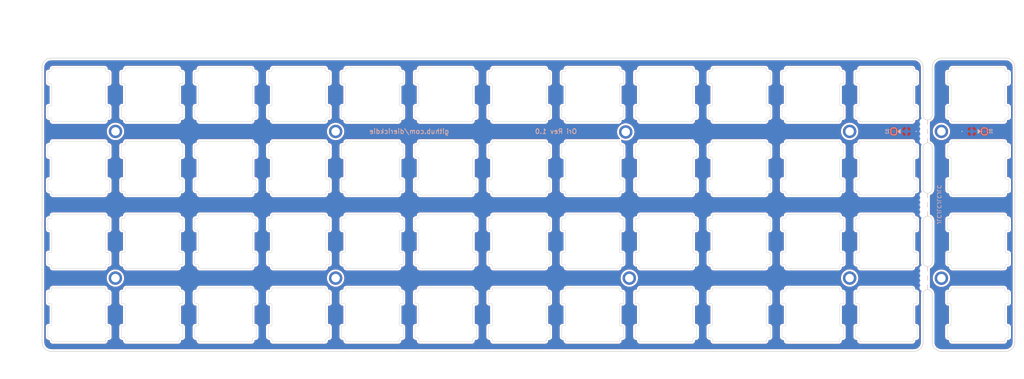
<source format=kicad_pcb>
(kicad_pcb (version 20171130) (host pcbnew "(5.1.10-1-10_14)")
  (layers (0 F.Cu signal) (31 B.Cu signal) (34 B.Paste user) (35 F.Paste user) (36 B.SilkS user) (37 F.SilkS user) (38 B.Mask user) (39 F.Mask user) (44 Edge.Cuts user))
  (net 0 "")
  (net 1 GND)
  (net 2 "Net-(D1-Pad1)")
  (net 3 GND1)
  (net 4 "Net-(D2-Pad1)")
  (module acheron_Hardware:MouseBite_IPC7351 (layer F.Cu) (at 375.04845 97.631692 90)
    (fp_text reference H13)
    (fp_text value MountingHole)
    (pad "" np_thru_hole circle (at 0 0 90) (size 0.8 0.8) (drill 0.8) (layers *.Cu *.Mask))
    (pad "" np_thru_hole circle (at 1.25 0 90) (size 0.8 0.8) (drill 0.8) (layers *.Cu *.Mask))
    (pad "" np_thru_hole circle (at 2.5 0 90) (size 0.8 0.8) (drill 0.8) (layers *.Cu *.Mask))
    (pad "" np_thru_hole circle (at -1.25 0 90) (size 0.8 0.8) (drill 0.8) (layers *.Cu *.Mask))
    (pad "" np_thru_hole circle (at -2.5 0 90) (size 0.8 0.8) (drill 0.8) (layers *.Cu *.Mask))
  )
  (module Keeb_footprints:D_SOD-123_modified (layer B.Cu) (at 369.12036 59.518904)
    (fp_text reference D2 (at -3.302 0 -90) (layer B.SilkS) (effects (font (size 0.8 0.7)) (justify mirror)))
    (fp_text value DIODE)
    (pad 2 smd roundrect (at 1.65 0) (size 1 1.2) (layers B.Cu B.Paste B.Mask) (net 1 GND))
    (pad 1 smd roundrect (at -1.65 0) (size 1 1.2) (layers B.Cu B.Paste B.Mask) (net 4 "Net-(D2-Pad1)"))
  )
  (module random-keyboard-parts:Generic-Mounthole (layer F.Cu) (at 165.49757 97.63166)
    (fp_text reference H2)
    (fp_text value MountingHole)
    (pad 1 thru_hole circle (at 0 0) (size 3.5 3.5) (drill 2.2) (layers *.Cu *.Mask))
  )
  (module random-keyboard-parts:Generic-Mounthole (layer F.Cu) (at 165.523314 59.518904)
    (fp_text reference H1)
    (fp_text value MountingHole)
    (pad 1 thru_hole circle (at 0 0) (size 3.5 3.5) (drill 2.2) (layers *.Cu *.Mask))
  )
  (module random-keyboard-parts:Generic-Mounthole (layer F.Cu) (at 222.64781 59.5315)
    (fp_text reference H3)
    (fp_text value MountingHole)
    (pad 1 thru_hole circle (at 0 0) (size 3.5 3.5) (drill 2.2) (layers *.Cu *.Mask))
  )
  (module random-keyboard-parts:Generic-Mounthole (layer F.Cu) (at 222.64781 97.63166)
    (fp_text reference H4)
    (fp_text value MountingHole)
    (pad 1 thru_hole circle (at 0 0) (size 3.5 3.5) (drill 2.2) (layers *.Cu *.Mask))
  )
  (module random-keyboard-parts:Generic-Mounthole (layer F.Cu) (at 297.92 59.66)
    (fp_text reference H5)
    (fp_text value MountingHole)
    (pad 1 thru_hole circle (at 0 0) (size 3.5 3.5) (drill 2.2) (layers *.Cu *.Mask))
  )
  (module random-keyboard-parts:Generic-Mounthole (layer F.Cu) (at 298.84813 97.63166)
    (fp_text reference H6)
    (fp_text value MountingHole)
    (pad 1 thru_hole circle (at 0 0) (size 3.5 3.5) (drill 2.2) (layers *.Cu *.Mask))
  )
  (module random-keyboard-parts:Generic-Mounthole (layer F.Cu) (at 356.023474 59.518904)
    (fp_text reference H7)
    (fp_text value MountingHole)
    (pad 1 thru_hole circle (at 0 0) (size 3.5 3.5) (drill 2.2) (layers *.Cu *.Mask))
  )
  (module random-keyboard-parts:Generic-Mounthole (layer F.Cu) (at 356.023474 97.618936)
    (fp_text reference H8)
    (fp_text value MountingHole)
    (pad 1 thru_hole circle (at 0 0) (size 3.5 3.5) (drill 2.2) (layers *.Cu *.Mask))
  )
  (module acheron_Hardware:MouseBite_IPC7351 (layer F.Cu) (at 375.04845 78.58158 90)
    (fp_text reference H12)
    (fp_text value MountingHole)
    (pad "" np_thru_hole circle (at 0 0 90) (size 0.8 0.8) (drill 0.8) (layers *.Cu *.Mask))
    (pad "" np_thru_hole circle (at 1.25 0 90) (size 0.8 0.8) (drill 0.8) (layers *.Cu *.Mask))
    (pad "" np_thru_hole circle (at 2.5 0 90) (size 0.8 0.8) (drill 0.8) (layers *.Cu *.Mask))
    (pad "" np_thru_hole circle (at -1.25 0 90) (size 0.8 0.8) (drill 0.8) (layers *.Cu *.Mask))
    (pad "" np_thru_hole circle (at -2.5 0 90) (size 0.8 0.8) (drill 0.8) (layers *.Cu *.Mask))
  )
  (module acheron_Hardware:MouseBite_IPC7351 (layer F.Cu) (at 375.04845 59.518808 90)
    (fp_text reference H11)
    (fp_text value MountingHole)
    (pad "" np_thru_hole circle (at 0 0 90) (size 0.8 0.8) (drill 0.8) (layers *.Cu *.Mask))
    (pad "" np_thru_hole circle (at 1.25 0 90) (size 0.8 0.8) (drill 0.8) (layers *.Cu *.Mask))
    (pad "" np_thru_hole circle (at 2.5 0 90) (size 0.8 0.8) (drill 0.8) (layers *.Cu *.Mask))
    (pad "" np_thru_hole circle (at -1.25 0 90) (size 0.8 0.8) (drill 0.8) (layers *.Cu *.Mask))
    (pad "" np_thru_hole circle (at -2.5 0 90) (size 0.8 0.8) (drill 0.8) (layers *.Cu *.Mask))
  )
  (module random-keyboard-parts:Generic-Mounthole (layer F.Cu) (at 379.83633 59.51884)
    (fp_text reference H9)
    (fp_text value MountingHole)
    (pad 1 thru_hole circle (at 0 0) (size 3.5 3.5) (drill 2.2) (layers *.Cu *.Mask))
  )
  (module random-keyboard-parts:Generic-Mounthole (layer F.Cu) (at 379.83633 97.659743)
    (fp_text reference H10)
    (fp_text value MountingHole)
    (pad 1 thru_hole circle (at 0 0) (size 3.5 3.5) (drill 2.2) (layers *.Cu *.Mask))
  )
  (module Keeb_footprints:D_SOD-123_modified (layer B.Cu) (at 389.36137 59.51884 180)
    (fp_text reference D1 (at -3.302 0 270) (layer B.SilkS) (effects (font (size 0.8 0.7)) (justify mirror)))
    (fp_text value DIODE)
    (pad 2 smd roundrect (at 1.65 0 180) (size 1 1.2) (layers B.Cu B.Paste B.Mask) (net 3 GND1))
    (pad 1 smd roundrect (at -1.65 0 180) (size 1 1.2) (layers B.Cu B.Paste B.Mask) (net 2 "Net-(D1-Pad1)"))
  )
  (module Keeb_footprints:MX100_slot (layer F.Cu) (at 155.97253 50.00646)
    (fp_text reference U1)
    (fp_text value HOLE)
    (fp_line (start -8 -5.8) (end -8 -3.2) (layer Edge.Cuts) (width 0.1))
    (fp_line (start -7.3 -2.9) (end -7.7 -2.9) (layer Edge.Cuts) (width 0.1))
    (fp_line (start -7.8 -6) (end -7.3 -6) (layer Edge.Cuts) (width 0.1))
    (fp_line (start -7.8 2.9) (end -7.3 2.9) (layer Edge.Cuts) (width 0.1))
    (fp_line (start -8 3.1) (end -8 5.7) (layer Edge.Cuts) (width 0.1))
    (fp_line (start -7.3 6) (end -7.7 6) (layer Edge.Cuts) (width 0.1))
    (fp_line (start 7.3 2.9) (end 7.7 2.9) (layer Edge.Cuts) (width 0.1))
    (fp_line (start 8 5.8) (end 8 3.2) (layer Edge.Cuts) (width 0.1))
    (fp_line (start 7.8 6) (end 7.3 6) (layer Edge.Cuts) (width 0.1))
    (fp_line (start 7 -6.7) (end 7 -6.3) (layer Edge.Cuts) (width 0.1))
    (fp_line (start 7 2.6) (end 7 -2.6) (layer Edge.Cuts) (width 0.1))
    (fp_line (start 7.8 -2.9) (end 7.3 -2.9) (layer Edge.Cuts) (width 0.1))
    (fp_line (start 8 -3.1) (end 8 -5.7) (layer Edge.Cuts) (width 0.1))
    (fp_line (start 7.3 -6) (end 7.7 -6) (layer Edge.Cuts) (width 0.1))
    (fp_line (start 7 6.3) (end 7 6.7) (layer Edge.Cuts) (width 0.1))
    (fp_line (start -7 -6.3) (end -7 -6.7) (layer Edge.Cuts) (width 0.1))
    (fp_line (start -7 -2.6) (end -7 2.6) (layer Edge.Cuts) (width 0.1))
    (fp_line (start 6.7 -7) (end -6.7 -7) (layer Edge.Cuts) (width 0.1))
    (fp_line (start -7 6.7) (end -7 6.3) (layer Edge.Cuts) (width 0.1))
    (fp_line (start 6.7 7) (end -6.7 7) (layer Edge.Cuts) (width 0.1))
    (fp_arc (start -6.7 6.7) (end -7 6.7) (angle -90) (layer Edge.Cuts) (width 0.1))
    (fp_arc (start -6.7 -6.7) (end -6.7 -7) (angle -90) (layer Edge.Cuts) (width 0.1))
    (fp_arc (start 6.7 -6.7) (end 7 -6.7) (angle -90) (layer Edge.Cuts) (width 0.1))
    (fp_arc (start 7.8 -3.1) (end 7.8 -2.9) (angle -90) (layer Edge.Cuts) (width 0.1))
    (fp_arc (start 7.3 -2.6) (end 7.3 -2.9) (angle -90) (layer Edge.Cuts) (width 0.1))
    (fp_arc (start 6.7 6.7) (end 6.7 7) (angle -90) (layer Edge.Cuts) (width 0.1))
    (fp_arc (start 7.3 -6.3) (end 7 -6.3) (angle -90) (layer Edge.Cuts) (width 0.1))
    (fp_arc (start 7.7 -5.7) (end 8 -5.7) (angle -90) (layer Edge.Cuts) (width 0.1))
    (fp_arc (start 7.3 2.6) (end 7 2.6) (angle -90) (layer Edge.Cuts) (width 0.1))
    (fp_arc (start 7.7 3.2) (end 8 3.2) (angle -90) (layer Edge.Cuts) (width 0.1))
    (fp_arc (start 7.3 6.3) (end 7.3 6) (angle -90) (layer Edge.Cuts) (width 0.1))
    (fp_arc (start 7.8 5.8) (end 7.8 6) (angle -90) (layer Edge.Cuts) (width 0.1))
    (fp_arc (start -7.8 3.1) (end -7.8 2.9) (angle -90) (layer Edge.Cuts) (width 0.1))
    (fp_arc (start -7.3 2.6) (end -7.3 2.9) (angle -90) (layer Edge.Cuts) (width 0.1))
    (fp_arc (start -7.7 5.7) (end -8 5.7) (angle -90) (layer Edge.Cuts) (width 0.1))
    (fp_arc (start -7.3 6.3) (end -7 6.3) (angle -90) (layer Edge.Cuts) (width 0.1))
    (fp_arc (start -7.3 -6.3) (end -7.3 -6) (angle -90) (layer Edge.Cuts) (width 0.1))
    (fp_arc (start -7.3 -2.6) (end -7 -2.6) (angle -90) (layer Edge.Cuts) (width 0.1))
    (fp_arc (start -7.7 -3.2) (end -8 -3.2) (angle -90) (layer Edge.Cuts) (width 0.1))
    (fp_arc (start -7.8 -5.8) (end -7.8 -6) (angle -90) (layer Edge.Cuts) (width 0.1))
  )
  (module Keeb_footprints:MX100_slot (layer F.Cu) (at 175.02261 50.00646)
    (fp_text reference U2)
    (fp_text value HOLE)
    (fp_line (start -8 -5.8) (end -8 -3.2) (layer Edge.Cuts) (width 0.1))
    (fp_line (start -7.3 -2.9) (end -7.7 -2.9) (layer Edge.Cuts) (width 0.1))
    (fp_line (start -7.8 -6) (end -7.3 -6) (layer Edge.Cuts) (width 0.1))
    (fp_line (start -7.8 2.9) (end -7.3 2.9) (layer Edge.Cuts) (width 0.1))
    (fp_line (start -8 3.1) (end -8 5.7) (layer Edge.Cuts) (width 0.1))
    (fp_line (start -7.3 6) (end -7.7 6) (layer Edge.Cuts) (width 0.1))
    (fp_line (start 7.3 2.9) (end 7.7 2.9) (layer Edge.Cuts) (width 0.1))
    (fp_line (start 8 5.8) (end 8 3.2) (layer Edge.Cuts) (width 0.1))
    (fp_line (start 7.8 6) (end 7.3 6) (layer Edge.Cuts) (width 0.1))
    (fp_line (start 7 -6.7) (end 7 -6.3) (layer Edge.Cuts) (width 0.1))
    (fp_line (start 7 2.6) (end 7 -2.6) (layer Edge.Cuts) (width 0.1))
    (fp_line (start 7.8 -2.9) (end 7.3 -2.9) (layer Edge.Cuts) (width 0.1))
    (fp_line (start 8 -3.1) (end 8 -5.7) (layer Edge.Cuts) (width 0.1))
    (fp_line (start 7.3 -6) (end 7.7 -6) (layer Edge.Cuts) (width 0.1))
    (fp_line (start 7 6.3) (end 7 6.7) (layer Edge.Cuts) (width 0.1))
    (fp_line (start -7 -6.3) (end -7 -6.7) (layer Edge.Cuts) (width 0.1))
    (fp_line (start -7 -2.6) (end -7 2.6) (layer Edge.Cuts) (width 0.1))
    (fp_line (start 6.7 -7) (end -6.7 -7) (layer Edge.Cuts) (width 0.1))
    (fp_line (start -7 6.7) (end -7 6.3) (layer Edge.Cuts) (width 0.1))
    (fp_line (start 6.7 7) (end -6.7 7) (layer Edge.Cuts) (width 0.1))
    (fp_arc (start -6.7 6.7) (end -7 6.7) (angle -90) (layer Edge.Cuts) (width 0.1))
    (fp_arc (start -6.7 -6.7) (end -6.7 -7) (angle -90) (layer Edge.Cuts) (width 0.1))
    (fp_arc (start 6.7 -6.7) (end 7 -6.7) (angle -90) (layer Edge.Cuts) (width 0.1))
    (fp_arc (start 7.8 -3.1) (end 7.8 -2.9) (angle -90) (layer Edge.Cuts) (width 0.1))
    (fp_arc (start 7.3 -2.6) (end 7.3 -2.9) (angle -90) (layer Edge.Cuts) (width 0.1))
    (fp_arc (start 6.7 6.7) (end 6.7 7) (angle -90) (layer Edge.Cuts) (width 0.1))
    (fp_arc (start 7.3 -6.3) (end 7 -6.3) (angle -90) (layer Edge.Cuts) (width 0.1))
    (fp_arc (start 7.7 -5.7) (end 8 -5.7) (angle -90) (layer Edge.Cuts) (width 0.1))
    (fp_arc (start 7.3 2.6) (end 7 2.6) (angle -90) (layer Edge.Cuts) (width 0.1))
    (fp_arc (start 7.7 3.2) (end 8 3.2) (angle -90) (layer Edge.Cuts) (width 0.1))
    (fp_arc (start 7.3 6.3) (end 7.3 6) (angle -90) (layer Edge.Cuts) (width 0.1))
    (fp_arc (start 7.8 5.8) (end 7.8 6) (angle -90) (layer Edge.Cuts) (width 0.1))
    (fp_arc (start -7.8 3.1) (end -7.8 2.9) (angle -90) (layer Edge.Cuts) (width 0.1))
    (fp_arc (start -7.3 2.6) (end -7.3 2.9) (angle -90) (layer Edge.Cuts) (width 0.1))
    (fp_arc (start -7.7 5.7) (end -8 5.7) (angle -90) (layer Edge.Cuts) (width 0.1))
    (fp_arc (start -7.3 6.3) (end -7 6.3) (angle -90) (layer Edge.Cuts) (width 0.1))
    (fp_arc (start -7.3 -6.3) (end -7.3 -6) (angle -90) (layer Edge.Cuts) (width 0.1))
    (fp_arc (start -7.3 -2.6) (end -7 -2.6) (angle -90) (layer Edge.Cuts) (width 0.1))
    (fp_arc (start -7.7 -3.2) (end -8 -3.2) (angle -90) (layer Edge.Cuts) (width 0.1))
    (fp_arc (start -7.8 -5.8) (end -7.8 -6) (angle -90) (layer Edge.Cuts) (width 0.1))
  )
  (module Keeb_footprints:MX100_slot (layer F.Cu) (at 194.07269 50.00646)
    (fp_text reference U3)
    (fp_text value HOLE)
    (fp_line (start -8 -5.8) (end -8 -3.2) (layer Edge.Cuts) (width 0.1))
    (fp_line (start -7.3 -2.9) (end -7.7 -2.9) (layer Edge.Cuts) (width 0.1))
    (fp_line (start -7.8 -6) (end -7.3 -6) (layer Edge.Cuts) (width 0.1))
    (fp_line (start -7.8 2.9) (end -7.3 2.9) (layer Edge.Cuts) (width 0.1))
    (fp_line (start -8 3.1) (end -8 5.7) (layer Edge.Cuts) (width 0.1))
    (fp_line (start -7.3 6) (end -7.7 6) (layer Edge.Cuts) (width 0.1))
    (fp_line (start 7.3 2.9) (end 7.7 2.9) (layer Edge.Cuts) (width 0.1))
    (fp_line (start 8 5.8) (end 8 3.2) (layer Edge.Cuts) (width 0.1))
    (fp_line (start 7.8 6) (end 7.3 6) (layer Edge.Cuts) (width 0.1))
    (fp_line (start 7 -6.7) (end 7 -6.3) (layer Edge.Cuts) (width 0.1))
    (fp_line (start 7 2.6) (end 7 -2.6) (layer Edge.Cuts) (width 0.1))
    (fp_line (start 7.8 -2.9) (end 7.3 -2.9) (layer Edge.Cuts) (width 0.1))
    (fp_line (start 8 -3.1) (end 8 -5.7) (layer Edge.Cuts) (width 0.1))
    (fp_line (start 7.3 -6) (end 7.7 -6) (layer Edge.Cuts) (width 0.1))
    (fp_line (start 7 6.3) (end 7 6.7) (layer Edge.Cuts) (width 0.1))
    (fp_line (start -7 -6.3) (end -7 -6.7) (layer Edge.Cuts) (width 0.1))
    (fp_line (start -7 -2.6) (end -7 2.6) (layer Edge.Cuts) (width 0.1))
    (fp_line (start 6.7 -7) (end -6.7 -7) (layer Edge.Cuts) (width 0.1))
    (fp_line (start -7 6.7) (end -7 6.3) (layer Edge.Cuts) (width 0.1))
    (fp_line (start 6.7 7) (end -6.7 7) (layer Edge.Cuts) (width 0.1))
    (fp_arc (start -6.7 6.7) (end -7 6.7) (angle -90) (layer Edge.Cuts) (width 0.1))
    (fp_arc (start -6.7 -6.7) (end -6.7 -7) (angle -90) (layer Edge.Cuts) (width 0.1))
    (fp_arc (start 6.7 -6.7) (end 7 -6.7) (angle -90) (layer Edge.Cuts) (width 0.1))
    (fp_arc (start 7.8 -3.1) (end 7.8 -2.9) (angle -90) (layer Edge.Cuts) (width 0.1))
    (fp_arc (start 7.3 -2.6) (end 7.3 -2.9) (angle -90) (layer Edge.Cuts) (width 0.1))
    (fp_arc (start 6.7 6.7) (end 6.7 7) (angle -90) (layer Edge.Cuts) (width 0.1))
    (fp_arc (start 7.3 -6.3) (end 7 -6.3) (angle -90) (layer Edge.Cuts) (width 0.1))
    (fp_arc (start 7.7 -5.7) (end 8 -5.7) (angle -90) (layer Edge.Cuts) (width 0.1))
    (fp_arc (start 7.3 2.6) (end 7 2.6) (angle -90) (layer Edge.Cuts) (width 0.1))
    (fp_arc (start 7.7 3.2) (end 8 3.2) (angle -90) (layer Edge.Cuts) (width 0.1))
    (fp_arc (start 7.3 6.3) (end 7.3 6) (angle -90) (layer Edge.Cuts) (width 0.1))
    (fp_arc (start 7.8 5.8) (end 7.8 6) (angle -90) (layer Edge.Cuts) (width 0.1))
    (fp_arc (start -7.8 3.1) (end -7.8 2.9) (angle -90) (layer Edge.Cuts) (width 0.1))
    (fp_arc (start -7.3 2.6) (end -7.3 2.9) (angle -90) (layer Edge.Cuts) (width 0.1))
    (fp_arc (start -7.7 5.7) (end -8 5.7) (angle -90) (layer Edge.Cuts) (width 0.1))
    (fp_arc (start -7.3 6.3) (end -7 6.3) (angle -90) (layer Edge.Cuts) (width 0.1))
    (fp_arc (start -7.3 -6.3) (end -7.3 -6) (angle -90) (layer Edge.Cuts) (width 0.1))
    (fp_arc (start -7.3 -2.6) (end -7 -2.6) (angle -90) (layer Edge.Cuts) (width 0.1))
    (fp_arc (start -7.7 -3.2) (end -8 -3.2) (angle -90) (layer Edge.Cuts) (width 0.1))
    (fp_arc (start -7.8 -5.8) (end -7.8 -6) (angle -90) (layer Edge.Cuts) (width 0.1))
  )
  (module Keeb_footprints:MX100_slot (layer F.Cu) (at 213.12277 50.00646)
    (fp_text reference U4)
    (fp_text value HOLE)
    (fp_line (start -8 -5.8) (end -8 -3.2) (layer Edge.Cuts) (width 0.1))
    (fp_line (start -7.3 -2.9) (end -7.7 -2.9) (layer Edge.Cuts) (width 0.1))
    (fp_line (start -7.8 -6) (end -7.3 -6) (layer Edge.Cuts) (width 0.1))
    (fp_line (start -7.8 2.9) (end -7.3 2.9) (layer Edge.Cuts) (width 0.1))
    (fp_line (start -8 3.1) (end -8 5.7) (layer Edge.Cuts) (width 0.1))
    (fp_line (start -7.3 6) (end -7.7 6) (layer Edge.Cuts) (width 0.1))
    (fp_line (start 7.3 2.9) (end 7.7 2.9) (layer Edge.Cuts) (width 0.1))
    (fp_line (start 8 5.8) (end 8 3.2) (layer Edge.Cuts) (width 0.1))
    (fp_line (start 7.8 6) (end 7.3 6) (layer Edge.Cuts) (width 0.1))
    (fp_line (start 7 -6.7) (end 7 -6.3) (layer Edge.Cuts) (width 0.1))
    (fp_line (start 7 2.6) (end 7 -2.6) (layer Edge.Cuts) (width 0.1))
    (fp_line (start 7.8 -2.9) (end 7.3 -2.9) (layer Edge.Cuts) (width 0.1))
    (fp_line (start 8 -3.1) (end 8 -5.7) (layer Edge.Cuts) (width 0.1))
    (fp_line (start 7.3 -6) (end 7.7 -6) (layer Edge.Cuts) (width 0.1))
    (fp_line (start 7 6.3) (end 7 6.7) (layer Edge.Cuts) (width 0.1))
    (fp_line (start -7 -6.3) (end -7 -6.7) (layer Edge.Cuts) (width 0.1))
    (fp_line (start -7 -2.6) (end -7 2.6) (layer Edge.Cuts) (width 0.1))
    (fp_line (start 6.7 -7) (end -6.7 -7) (layer Edge.Cuts) (width 0.1))
    (fp_line (start -7 6.7) (end -7 6.3) (layer Edge.Cuts) (width 0.1))
    (fp_line (start 6.7 7) (end -6.7 7) (layer Edge.Cuts) (width 0.1))
    (fp_arc (start -6.7 6.7) (end -7 6.7) (angle -90) (layer Edge.Cuts) (width 0.1))
    (fp_arc (start -6.7 -6.7) (end -6.7 -7) (angle -90) (layer Edge.Cuts) (width 0.1))
    (fp_arc (start 6.7 -6.7) (end 7 -6.7) (angle -90) (layer Edge.Cuts) (width 0.1))
    (fp_arc (start 7.8 -3.1) (end 7.8 -2.9) (angle -90) (layer Edge.Cuts) (width 0.1))
    (fp_arc (start 7.3 -2.6) (end 7.3 -2.9) (angle -90) (layer Edge.Cuts) (width 0.1))
    (fp_arc (start 6.7 6.7) (end 6.7 7) (angle -90) (layer Edge.Cuts) (width 0.1))
    (fp_arc (start 7.3 -6.3) (end 7 -6.3) (angle -90) (layer Edge.Cuts) (width 0.1))
    (fp_arc (start 7.7 -5.7) (end 8 -5.7) (angle -90) (layer Edge.Cuts) (width 0.1))
    (fp_arc (start 7.3 2.6) (end 7 2.6) (angle -90) (layer Edge.Cuts) (width 0.1))
    (fp_arc (start 7.7 3.2) (end 8 3.2) (angle -90) (layer Edge.Cuts) (width 0.1))
    (fp_arc (start 7.3 6.3) (end 7.3 6) (angle -90) (layer Edge.Cuts) (width 0.1))
    (fp_arc (start 7.8 5.8) (end 7.8 6) (angle -90) (layer Edge.Cuts) (width 0.1))
    (fp_arc (start -7.8 3.1) (end -7.8 2.9) (angle -90) (layer Edge.Cuts) (width 0.1))
    (fp_arc (start -7.3 2.6) (end -7.3 2.9) (angle -90) (layer Edge.Cuts) (width 0.1))
    (fp_arc (start -7.7 5.7) (end -8 5.7) (angle -90) (layer Edge.Cuts) (width 0.1))
    (fp_arc (start -7.3 6.3) (end -7 6.3) (angle -90) (layer Edge.Cuts) (width 0.1))
    (fp_arc (start -7.3 -6.3) (end -7.3 -6) (angle -90) (layer Edge.Cuts) (width 0.1))
    (fp_arc (start -7.3 -2.6) (end -7 -2.6) (angle -90) (layer Edge.Cuts) (width 0.1))
    (fp_arc (start -7.7 -3.2) (end -8 -3.2) (angle -90) (layer Edge.Cuts) (width 0.1))
    (fp_arc (start -7.8 -5.8) (end -7.8 -6) (angle -90) (layer Edge.Cuts) (width 0.1))
  )
  (module Keeb_footprints:MX100_slot (layer F.Cu) (at 232.17285 50.00646)
    (fp_text reference U5)
    (fp_text value HOLE)
    (fp_line (start -8 -5.8) (end -8 -3.2) (layer Edge.Cuts) (width 0.1))
    (fp_line (start -7.3 -2.9) (end -7.7 -2.9) (layer Edge.Cuts) (width 0.1))
    (fp_line (start -7.8 -6) (end -7.3 -6) (layer Edge.Cuts) (width 0.1))
    (fp_line (start -7.8 2.9) (end -7.3 2.9) (layer Edge.Cuts) (width 0.1))
    (fp_line (start -8 3.1) (end -8 5.7) (layer Edge.Cuts) (width 0.1))
    (fp_line (start -7.3 6) (end -7.7 6) (layer Edge.Cuts) (width 0.1))
    (fp_line (start 7.3 2.9) (end 7.7 2.9) (layer Edge.Cuts) (width 0.1))
    (fp_line (start 8 5.8) (end 8 3.2) (layer Edge.Cuts) (width 0.1))
    (fp_line (start 7.8 6) (end 7.3 6) (layer Edge.Cuts) (width 0.1))
    (fp_line (start 7 -6.7) (end 7 -6.3) (layer Edge.Cuts) (width 0.1))
    (fp_line (start 7 2.6) (end 7 -2.6) (layer Edge.Cuts) (width 0.1))
    (fp_line (start 7.8 -2.9) (end 7.3 -2.9) (layer Edge.Cuts) (width 0.1))
    (fp_line (start 8 -3.1) (end 8 -5.7) (layer Edge.Cuts) (width 0.1))
    (fp_line (start 7.3 -6) (end 7.7 -6) (layer Edge.Cuts) (width 0.1))
    (fp_line (start 7 6.3) (end 7 6.7) (layer Edge.Cuts) (width 0.1))
    (fp_line (start -7 -6.3) (end -7 -6.7) (layer Edge.Cuts) (width 0.1))
    (fp_line (start -7 -2.6) (end -7 2.6) (layer Edge.Cuts) (width 0.1))
    (fp_line (start 6.7 -7) (end -6.7 -7) (layer Edge.Cuts) (width 0.1))
    (fp_line (start -7 6.7) (end -7 6.3) (layer Edge.Cuts) (width 0.1))
    (fp_line (start 6.7 7) (end -6.7 7) (layer Edge.Cuts) (width 0.1))
    (fp_arc (start -6.7 6.7) (end -7 6.7) (angle -90) (layer Edge.Cuts) (width 0.1))
    (fp_arc (start -6.7 -6.7) (end -6.7 -7) (angle -90) (layer Edge.Cuts) (width 0.1))
    (fp_arc (start 6.7 -6.7) (end 7 -6.7) (angle -90) (layer Edge.Cuts) (width 0.1))
    (fp_arc (start 7.8 -3.1) (end 7.8 -2.9) (angle -90) (layer Edge.Cuts) (width 0.1))
    (fp_arc (start 7.3 -2.6) (end 7.3 -2.9) (angle -90) (layer Edge.Cuts) (width 0.1))
    (fp_arc (start 6.7 6.7) (end 6.7 7) (angle -90) (layer Edge.Cuts) (width 0.1))
    (fp_arc (start 7.3 -6.3) (end 7 -6.3) (angle -90) (layer Edge.Cuts) (width 0.1))
    (fp_arc (start 7.7 -5.7) (end 8 -5.7) (angle -90) (layer Edge.Cuts) (width 0.1))
    (fp_arc (start 7.3 2.6) (end 7 2.6) (angle -90) (layer Edge.Cuts) (width 0.1))
    (fp_arc (start 7.7 3.2) (end 8 3.2) (angle -90) (layer Edge.Cuts) (width 0.1))
    (fp_arc (start 7.3 6.3) (end 7.3 6) (angle -90) (layer Edge.Cuts) (width 0.1))
    (fp_arc (start 7.8 5.8) (end 7.8 6) (angle -90) (layer Edge.Cuts) (width 0.1))
    (fp_arc (start -7.8 3.1) (end -7.8 2.9) (angle -90) (layer Edge.Cuts) (width 0.1))
    (fp_arc (start -7.3 2.6) (end -7.3 2.9) (angle -90) (layer Edge.Cuts) (width 0.1))
    (fp_arc (start -7.7 5.7) (end -8 5.7) (angle -90) (layer Edge.Cuts) (width 0.1))
    (fp_arc (start -7.3 6.3) (end -7 6.3) (angle -90) (layer Edge.Cuts) (width 0.1))
    (fp_arc (start -7.3 -6.3) (end -7.3 -6) (angle -90) (layer Edge.Cuts) (width 0.1))
    (fp_arc (start -7.3 -2.6) (end -7 -2.6) (angle -90) (layer Edge.Cuts) (width 0.1))
    (fp_arc (start -7.7 -3.2) (end -8 -3.2) (angle -90) (layer Edge.Cuts) (width 0.1))
    (fp_arc (start -7.8 -5.8) (end -7.8 -6) (angle -90) (layer Edge.Cuts) (width 0.1))
  )
  (module Keeb_footprints:MX100_slot (layer F.Cu) (at 251.22293 50.00646)
    (fp_text reference U6)
    (fp_text value HOLE)
    (fp_line (start -8 -5.8) (end -8 -3.2) (layer Edge.Cuts) (width 0.1))
    (fp_line (start -7.3 -2.9) (end -7.7 -2.9) (layer Edge.Cuts) (width 0.1))
    (fp_line (start -7.8 -6) (end -7.3 -6) (layer Edge.Cuts) (width 0.1))
    (fp_line (start -7.8 2.9) (end -7.3 2.9) (layer Edge.Cuts) (width 0.1))
    (fp_line (start -8 3.1) (end -8 5.7) (layer Edge.Cuts) (width 0.1))
    (fp_line (start -7.3 6) (end -7.7 6) (layer Edge.Cuts) (width 0.1))
    (fp_line (start 7.3 2.9) (end 7.7 2.9) (layer Edge.Cuts) (width 0.1))
    (fp_line (start 8 5.8) (end 8 3.2) (layer Edge.Cuts) (width 0.1))
    (fp_line (start 7.8 6) (end 7.3 6) (layer Edge.Cuts) (width 0.1))
    (fp_line (start 7 -6.7) (end 7 -6.3) (layer Edge.Cuts) (width 0.1))
    (fp_line (start 7 2.6) (end 7 -2.6) (layer Edge.Cuts) (width 0.1))
    (fp_line (start 7.8 -2.9) (end 7.3 -2.9) (layer Edge.Cuts) (width 0.1))
    (fp_line (start 8 -3.1) (end 8 -5.7) (layer Edge.Cuts) (width 0.1))
    (fp_line (start 7.3 -6) (end 7.7 -6) (layer Edge.Cuts) (width 0.1))
    (fp_line (start 7 6.3) (end 7 6.7) (layer Edge.Cuts) (width 0.1))
    (fp_line (start -7 -6.3) (end -7 -6.7) (layer Edge.Cuts) (width 0.1))
    (fp_line (start -7 -2.6) (end -7 2.6) (layer Edge.Cuts) (width 0.1))
    (fp_line (start 6.7 -7) (end -6.7 -7) (layer Edge.Cuts) (width 0.1))
    (fp_line (start -7 6.7) (end -7 6.3) (layer Edge.Cuts) (width 0.1))
    (fp_line (start 6.7 7) (end -6.7 7) (layer Edge.Cuts) (width 0.1))
    (fp_arc (start -6.7 6.7) (end -7 6.7) (angle -90) (layer Edge.Cuts) (width 0.1))
    (fp_arc (start -6.7 -6.7) (end -6.7 -7) (angle -90) (layer Edge.Cuts) (width 0.1))
    (fp_arc (start 6.7 -6.7) (end 7 -6.7) (angle -90) (layer Edge.Cuts) (width 0.1))
    (fp_arc (start 7.8 -3.1) (end 7.8 -2.9) (angle -90) (layer Edge.Cuts) (width 0.1))
    (fp_arc (start 7.3 -2.6) (end 7.3 -2.9) (angle -90) (layer Edge.Cuts) (width 0.1))
    (fp_arc (start 6.7 6.7) (end 6.7 7) (angle -90) (layer Edge.Cuts) (width 0.1))
    (fp_arc (start 7.3 -6.3) (end 7 -6.3) (angle -90) (layer Edge.Cuts) (width 0.1))
    (fp_arc (start 7.7 -5.7) (end 8 -5.7) (angle -90) (layer Edge.Cuts) (width 0.1))
    (fp_arc (start 7.3 2.6) (end 7 2.6) (angle -90) (layer Edge.Cuts) (width 0.1))
    (fp_arc (start 7.7 3.2) (end 8 3.2) (angle -90) (layer Edge.Cuts) (width 0.1))
    (fp_arc (start 7.3 6.3) (end 7.3 6) (angle -90) (layer Edge.Cuts) (width 0.1))
    (fp_arc (start 7.8 5.8) (end 7.8 6) (angle -90) (layer Edge.Cuts) (width 0.1))
    (fp_arc (start -7.8 3.1) (end -7.8 2.9) (angle -90) (layer Edge.Cuts) (width 0.1))
    (fp_arc (start -7.3 2.6) (end -7.3 2.9) (angle -90) (layer Edge.Cuts) (width 0.1))
    (fp_arc (start -7.7 5.7) (end -8 5.7) (angle -90) (layer Edge.Cuts) (width 0.1))
    (fp_arc (start -7.3 6.3) (end -7 6.3) (angle -90) (layer Edge.Cuts) (width 0.1))
    (fp_arc (start -7.3 -6.3) (end -7.3 -6) (angle -90) (layer Edge.Cuts) (width 0.1))
    (fp_arc (start -7.3 -2.6) (end -7 -2.6) (angle -90) (layer Edge.Cuts) (width 0.1))
    (fp_arc (start -7.7 -3.2) (end -8 -3.2) (angle -90) (layer Edge.Cuts) (width 0.1))
    (fp_arc (start -7.8 -5.8) (end -7.8 -6) (angle -90) (layer Edge.Cuts) (width 0.1))
  )
  (module Keeb_footprints:MX100_slot (layer F.Cu) (at 270.27301 50.00646)
    (fp_text reference U7)
    (fp_text value HOLE)
    (fp_line (start -8 -5.8) (end -8 -3.2) (layer Edge.Cuts) (width 0.1))
    (fp_line (start -7.3 -2.9) (end -7.7 -2.9) (layer Edge.Cuts) (width 0.1))
    (fp_line (start -7.8 -6) (end -7.3 -6) (layer Edge.Cuts) (width 0.1))
    (fp_line (start -7.8 2.9) (end -7.3 2.9) (layer Edge.Cuts) (width 0.1))
    (fp_line (start -8 3.1) (end -8 5.7) (layer Edge.Cuts) (width 0.1))
    (fp_line (start -7.3 6) (end -7.7 6) (layer Edge.Cuts) (width 0.1))
    (fp_line (start 7.3 2.9) (end 7.7 2.9) (layer Edge.Cuts) (width 0.1))
    (fp_line (start 8 5.8) (end 8 3.2) (layer Edge.Cuts) (width 0.1))
    (fp_line (start 7.8 6) (end 7.3 6) (layer Edge.Cuts) (width 0.1))
    (fp_line (start 7 -6.7) (end 7 -6.3) (layer Edge.Cuts) (width 0.1))
    (fp_line (start 7 2.6) (end 7 -2.6) (layer Edge.Cuts) (width 0.1))
    (fp_line (start 7.8 -2.9) (end 7.3 -2.9) (layer Edge.Cuts) (width 0.1))
    (fp_line (start 8 -3.1) (end 8 -5.7) (layer Edge.Cuts) (width 0.1))
    (fp_line (start 7.3 -6) (end 7.7 -6) (layer Edge.Cuts) (width 0.1))
    (fp_line (start 7 6.3) (end 7 6.7) (layer Edge.Cuts) (width 0.1))
    (fp_line (start -7 -6.3) (end -7 -6.7) (layer Edge.Cuts) (width 0.1))
    (fp_line (start -7 -2.6) (end -7 2.6) (layer Edge.Cuts) (width 0.1))
    (fp_line (start 6.7 -7) (end -6.7 -7) (layer Edge.Cuts) (width 0.1))
    (fp_line (start -7 6.7) (end -7 6.3) (layer Edge.Cuts) (width 0.1))
    (fp_line (start 6.7 7) (end -6.7 7) (layer Edge.Cuts) (width 0.1))
    (fp_arc (start -6.7 6.7) (end -7 6.7) (angle -90) (layer Edge.Cuts) (width 0.1))
    (fp_arc (start -6.7 -6.7) (end -6.7 -7) (angle -90) (layer Edge.Cuts) (width 0.1))
    (fp_arc (start 6.7 -6.7) (end 7 -6.7) (angle -90) (layer Edge.Cuts) (width 0.1))
    (fp_arc (start 7.8 -3.1) (end 7.8 -2.9) (angle -90) (layer Edge.Cuts) (width 0.1))
    (fp_arc (start 7.3 -2.6) (end 7.3 -2.9) (angle -90) (layer Edge.Cuts) (width 0.1))
    (fp_arc (start 6.7 6.7) (end 6.7 7) (angle -90) (layer Edge.Cuts) (width 0.1))
    (fp_arc (start 7.3 -6.3) (end 7 -6.3) (angle -90) (layer Edge.Cuts) (width 0.1))
    (fp_arc (start 7.7 -5.7) (end 8 -5.7) (angle -90) (layer Edge.Cuts) (width 0.1))
    (fp_arc (start 7.3 2.6) (end 7 2.6) (angle -90) (layer Edge.Cuts) (width 0.1))
    (fp_arc (start 7.7 3.2) (end 8 3.2) (angle -90) (layer Edge.Cuts) (width 0.1))
    (fp_arc (start 7.3 6.3) (end 7.3 6) (angle -90) (layer Edge.Cuts) (width 0.1))
    (fp_arc (start 7.8 5.8) (end 7.8 6) (angle -90) (layer Edge.Cuts) (width 0.1))
    (fp_arc (start -7.8 3.1) (end -7.8 2.9) (angle -90) (layer Edge.Cuts) (width 0.1))
    (fp_arc (start -7.3 2.6) (end -7.3 2.9) (angle -90) (layer Edge.Cuts) (width 0.1))
    (fp_arc (start -7.7 5.7) (end -8 5.7) (angle -90) (layer Edge.Cuts) (width 0.1))
    (fp_arc (start -7.3 6.3) (end -7 6.3) (angle -90) (layer Edge.Cuts) (width 0.1))
    (fp_arc (start -7.3 -6.3) (end -7.3 -6) (angle -90) (layer Edge.Cuts) (width 0.1))
    (fp_arc (start -7.3 -2.6) (end -7 -2.6) (angle -90) (layer Edge.Cuts) (width 0.1))
    (fp_arc (start -7.7 -3.2) (end -8 -3.2) (angle -90) (layer Edge.Cuts) (width 0.1))
    (fp_arc (start -7.8 -5.8) (end -7.8 -6) (angle -90) (layer Edge.Cuts) (width 0.1))
  )
  (module Keeb_footprints:MX100_slot (layer F.Cu) (at 289.32309 50.00646)
    (fp_text reference U8)
    (fp_text value HOLE)
    (fp_line (start -8 -5.8) (end -8 -3.2) (layer Edge.Cuts) (width 0.1))
    (fp_line (start -7.3 -2.9) (end -7.7 -2.9) (layer Edge.Cuts) (width 0.1))
    (fp_line (start -7.8 -6) (end -7.3 -6) (layer Edge.Cuts) (width 0.1))
    (fp_line (start -7.8 2.9) (end -7.3 2.9) (layer Edge.Cuts) (width 0.1))
    (fp_line (start -8 3.1) (end -8 5.7) (layer Edge.Cuts) (width 0.1))
    (fp_line (start -7.3 6) (end -7.7 6) (layer Edge.Cuts) (width 0.1))
    (fp_line (start 7.3 2.9) (end 7.7 2.9) (layer Edge.Cuts) (width 0.1))
    (fp_line (start 8 5.8) (end 8 3.2) (layer Edge.Cuts) (width 0.1))
    (fp_line (start 7.8 6) (end 7.3 6) (layer Edge.Cuts) (width 0.1))
    (fp_line (start 7 -6.7) (end 7 -6.3) (layer Edge.Cuts) (width 0.1))
    (fp_line (start 7 2.6) (end 7 -2.6) (layer Edge.Cuts) (width 0.1))
    (fp_line (start 7.8 -2.9) (end 7.3 -2.9) (layer Edge.Cuts) (width 0.1))
    (fp_line (start 8 -3.1) (end 8 -5.7) (layer Edge.Cuts) (width 0.1))
    (fp_line (start 7.3 -6) (end 7.7 -6) (layer Edge.Cuts) (width 0.1))
    (fp_line (start 7 6.3) (end 7 6.7) (layer Edge.Cuts) (width 0.1))
    (fp_line (start -7 -6.3) (end -7 -6.7) (layer Edge.Cuts) (width 0.1))
    (fp_line (start -7 -2.6) (end -7 2.6) (layer Edge.Cuts) (width 0.1))
    (fp_line (start 6.7 -7) (end -6.7 -7) (layer Edge.Cuts) (width 0.1))
    (fp_line (start -7 6.7) (end -7 6.3) (layer Edge.Cuts) (width 0.1))
    (fp_line (start 6.7 7) (end -6.7 7) (layer Edge.Cuts) (width 0.1))
    (fp_arc (start -6.7 6.7) (end -7 6.7) (angle -90) (layer Edge.Cuts) (width 0.1))
    (fp_arc (start -6.7 -6.7) (end -6.7 -7) (angle -90) (layer Edge.Cuts) (width 0.1))
    (fp_arc (start 6.7 -6.7) (end 7 -6.7) (angle -90) (layer Edge.Cuts) (width 0.1))
    (fp_arc (start 7.8 -3.1) (end 7.8 -2.9) (angle -90) (layer Edge.Cuts) (width 0.1))
    (fp_arc (start 7.3 -2.6) (end 7.3 -2.9) (angle -90) (layer Edge.Cuts) (width 0.1))
    (fp_arc (start 6.7 6.7) (end 6.7 7) (angle -90) (layer Edge.Cuts) (width 0.1))
    (fp_arc (start 7.3 -6.3) (end 7 -6.3) (angle -90) (layer Edge.Cuts) (width 0.1))
    (fp_arc (start 7.7 -5.7) (end 8 -5.7) (angle -90) (layer Edge.Cuts) (width 0.1))
    (fp_arc (start 7.3 2.6) (end 7 2.6) (angle -90) (layer Edge.Cuts) (width 0.1))
    (fp_arc (start 7.7 3.2) (end 8 3.2) (angle -90) (layer Edge.Cuts) (width 0.1))
    (fp_arc (start 7.3 6.3) (end 7.3 6) (angle -90) (layer Edge.Cuts) (width 0.1))
    (fp_arc (start 7.8 5.8) (end 7.8 6) (angle -90) (layer Edge.Cuts) (width 0.1))
    (fp_arc (start -7.8 3.1) (end -7.8 2.9) (angle -90) (layer Edge.Cuts) (width 0.1))
    (fp_arc (start -7.3 2.6) (end -7.3 2.9) (angle -90) (layer Edge.Cuts) (width 0.1))
    (fp_arc (start -7.7 5.7) (end -8 5.7) (angle -90) (layer Edge.Cuts) (width 0.1))
    (fp_arc (start -7.3 6.3) (end -7 6.3) (angle -90) (layer Edge.Cuts) (width 0.1))
    (fp_arc (start -7.3 -6.3) (end -7.3 -6) (angle -90) (layer Edge.Cuts) (width 0.1))
    (fp_arc (start -7.3 -2.6) (end -7 -2.6) (angle -90) (layer Edge.Cuts) (width 0.1))
    (fp_arc (start -7.7 -3.2) (end -8 -3.2) (angle -90) (layer Edge.Cuts) (width 0.1))
    (fp_arc (start -7.8 -5.8) (end -7.8 -6) (angle -90) (layer Edge.Cuts) (width 0.1))
  )
  (module Keeb_footprints:MX100_slot (layer F.Cu) (at 308.37317 50.00646)
    (fp_text reference U9)
    (fp_text value HOLE)
    (fp_line (start -8 -5.8) (end -8 -3.2) (layer Edge.Cuts) (width 0.1))
    (fp_line (start -7.3 -2.9) (end -7.7 -2.9) (layer Edge.Cuts) (width 0.1))
    (fp_line (start -7.8 -6) (end -7.3 -6) (layer Edge.Cuts) (width 0.1))
    (fp_line (start -7.8 2.9) (end -7.3 2.9) (layer Edge.Cuts) (width 0.1))
    (fp_line (start -8 3.1) (end -8 5.7) (layer Edge.Cuts) (width 0.1))
    (fp_line (start -7.3 6) (end -7.7 6) (layer Edge.Cuts) (width 0.1))
    (fp_line (start 7.3 2.9) (end 7.7 2.9) (layer Edge.Cuts) (width 0.1))
    (fp_line (start 8 5.8) (end 8 3.2) (layer Edge.Cuts) (width 0.1))
    (fp_line (start 7.8 6) (end 7.3 6) (layer Edge.Cuts) (width 0.1))
    (fp_line (start 7 -6.7) (end 7 -6.3) (layer Edge.Cuts) (width 0.1))
    (fp_line (start 7 2.6) (end 7 -2.6) (layer Edge.Cuts) (width 0.1))
    (fp_line (start 7.8 -2.9) (end 7.3 -2.9) (layer Edge.Cuts) (width 0.1))
    (fp_line (start 8 -3.1) (end 8 -5.7) (layer Edge.Cuts) (width 0.1))
    (fp_line (start 7.3 -6) (end 7.7 -6) (layer Edge.Cuts) (width 0.1))
    (fp_line (start 7 6.3) (end 7 6.7) (layer Edge.Cuts) (width 0.1))
    (fp_line (start -7 -6.3) (end -7 -6.7) (layer Edge.Cuts) (width 0.1))
    (fp_line (start -7 -2.6) (end -7 2.6) (layer Edge.Cuts) (width 0.1))
    (fp_line (start 6.7 -7) (end -6.7 -7) (layer Edge.Cuts) (width 0.1))
    (fp_line (start -7 6.7) (end -7 6.3) (layer Edge.Cuts) (width 0.1))
    (fp_line (start 6.7 7) (end -6.7 7) (layer Edge.Cuts) (width 0.1))
    (fp_arc (start -6.7 6.7) (end -7 6.7) (angle -90) (layer Edge.Cuts) (width 0.1))
    (fp_arc (start -6.7 -6.7) (end -6.7 -7) (angle -90) (layer Edge.Cuts) (width 0.1))
    (fp_arc (start 6.7 -6.7) (end 7 -6.7) (angle -90) (layer Edge.Cuts) (width 0.1))
    (fp_arc (start 7.8 -3.1) (end 7.8 -2.9) (angle -90) (layer Edge.Cuts) (width 0.1))
    (fp_arc (start 7.3 -2.6) (end 7.3 -2.9) (angle -90) (layer Edge.Cuts) (width 0.1))
    (fp_arc (start 6.7 6.7) (end 6.7 7) (angle -90) (layer Edge.Cuts) (width 0.1))
    (fp_arc (start 7.3 -6.3) (end 7 -6.3) (angle -90) (layer Edge.Cuts) (width 0.1))
    (fp_arc (start 7.7 -5.7) (end 8 -5.7) (angle -90) (layer Edge.Cuts) (width 0.1))
    (fp_arc (start 7.3 2.6) (end 7 2.6) (angle -90) (layer Edge.Cuts) (width 0.1))
    (fp_arc (start 7.7 3.2) (end 8 3.2) (angle -90) (layer Edge.Cuts) (width 0.1))
    (fp_arc (start 7.3 6.3) (end 7.3 6) (angle -90) (layer Edge.Cuts) (width 0.1))
    (fp_arc (start 7.8 5.8) (end 7.8 6) (angle -90) (layer Edge.Cuts) (width 0.1))
    (fp_arc (start -7.8 3.1) (end -7.8 2.9) (angle -90) (layer Edge.Cuts) (width 0.1))
    (fp_arc (start -7.3 2.6) (end -7.3 2.9) (angle -90) (layer Edge.Cuts) (width 0.1))
    (fp_arc (start -7.7 5.7) (end -8 5.7) (angle -90) (layer Edge.Cuts) (width 0.1))
    (fp_arc (start -7.3 6.3) (end -7 6.3) (angle -90) (layer Edge.Cuts) (width 0.1))
    (fp_arc (start -7.3 -6.3) (end -7.3 -6) (angle -90) (layer Edge.Cuts) (width 0.1))
    (fp_arc (start -7.3 -2.6) (end -7 -2.6) (angle -90) (layer Edge.Cuts) (width 0.1))
    (fp_arc (start -7.7 -3.2) (end -8 -3.2) (angle -90) (layer Edge.Cuts) (width 0.1))
    (fp_arc (start -7.8 -5.8) (end -7.8 -6) (angle -90) (layer Edge.Cuts) (width 0.1))
  )
  (module Keeb_footprints:MX100_slot (layer F.Cu) (at 327.42325 50.00646)
    (fp_text reference U10)
    (fp_text value HOLE)
    (fp_line (start -8 -5.8) (end -8 -3.2) (layer Edge.Cuts) (width 0.1))
    (fp_line (start -7.3 -2.9) (end -7.7 -2.9) (layer Edge.Cuts) (width 0.1))
    (fp_line (start -7.8 -6) (end -7.3 -6) (layer Edge.Cuts) (width 0.1))
    (fp_line (start -7.8 2.9) (end -7.3 2.9) (layer Edge.Cuts) (width 0.1))
    (fp_line (start -8 3.1) (end -8 5.7) (layer Edge.Cuts) (width 0.1))
    (fp_line (start -7.3 6) (end -7.7 6) (layer Edge.Cuts) (width 0.1))
    (fp_line (start 7.3 2.9) (end 7.7 2.9) (layer Edge.Cuts) (width 0.1))
    (fp_line (start 8 5.8) (end 8 3.2) (layer Edge.Cuts) (width 0.1))
    (fp_line (start 7.8 6) (end 7.3 6) (layer Edge.Cuts) (width 0.1))
    (fp_line (start 7 -6.7) (end 7 -6.3) (layer Edge.Cuts) (width 0.1))
    (fp_line (start 7 2.6) (end 7 -2.6) (layer Edge.Cuts) (width 0.1))
    (fp_line (start 7.8 -2.9) (end 7.3 -2.9) (layer Edge.Cuts) (width 0.1))
    (fp_line (start 8 -3.1) (end 8 -5.7) (layer Edge.Cuts) (width 0.1))
    (fp_line (start 7.3 -6) (end 7.7 -6) (layer Edge.Cuts) (width 0.1))
    (fp_line (start 7 6.3) (end 7 6.7) (layer Edge.Cuts) (width 0.1))
    (fp_line (start -7 -6.3) (end -7 -6.7) (layer Edge.Cuts) (width 0.1))
    (fp_line (start -7 -2.6) (end -7 2.6) (layer Edge.Cuts) (width 0.1))
    (fp_line (start 6.7 -7) (end -6.7 -7) (layer Edge.Cuts) (width 0.1))
    (fp_line (start -7 6.7) (end -7 6.3) (layer Edge.Cuts) (width 0.1))
    (fp_line (start 6.7 7) (end -6.7 7) (layer Edge.Cuts) (width 0.1))
    (fp_arc (start -6.7 6.7) (end -7 6.7) (angle -90) (layer Edge.Cuts) (width 0.1))
    (fp_arc (start -6.7 -6.7) (end -6.7 -7) (angle -90) (layer Edge.Cuts) (width 0.1))
    (fp_arc (start 6.7 -6.7) (end 7 -6.7) (angle -90) (layer Edge.Cuts) (width 0.1))
    (fp_arc (start 7.8 -3.1) (end 7.8 -2.9) (angle -90) (layer Edge.Cuts) (width 0.1))
    (fp_arc (start 7.3 -2.6) (end 7.3 -2.9) (angle -90) (layer Edge.Cuts) (width 0.1))
    (fp_arc (start 6.7 6.7) (end 6.7 7) (angle -90) (layer Edge.Cuts) (width 0.1))
    (fp_arc (start 7.3 -6.3) (end 7 -6.3) (angle -90) (layer Edge.Cuts) (width 0.1))
    (fp_arc (start 7.7 -5.7) (end 8 -5.7) (angle -90) (layer Edge.Cuts) (width 0.1))
    (fp_arc (start 7.3 2.6) (end 7 2.6) (angle -90) (layer Edge.Cuts) (width 0.1))
    (fp_arc (start 7.7 3.2) (end 8 3.2) (angle -90) (layer Edge.Cuts) (width 0.1))
    (fp_arc (start 7.3 6.3) (end 7.3 6) (angle -90) (layer Edge.Cuts) (width 0.1))
    (fp_arc (start 7.8 5.8) (end 7.8 6) (angle -90) (layer Edge.Cuts) (width 0.1))
    (fp_arc (start -7.8 3.1) (end -7.8 2.9) (angle -90) (layer Edge.Cuts) (width 0.1))
    (fp_arc (start -7.3 2.6) (end -7.3 2.9) (angle -90) (layer Edge.Cuts) (width 0.1))
    (fp_arc (start -7.7 5.7) (end -8 5.7) (angle -90) (layer Edge.Cuts) (width 0.1))
    (fp_arc (start -7.3 6.3) (end -7 6.3) (angle -90) (layer Edge.Cuts) (width 0.1))
    (fp_arc (start -7.3 -6.3) (end -7.3 -6) (angle -90) (layer Edge.Cuts) (width 0.1))
    (fp_arc (start -7.3 -2.6) (end -7 -2.6) (angle -90) (layer Edge.Cuts) (width 0.1))
    (fp_arc (start -7.7 -3.2) (end -8 -3.2) (angle -90) (layer Edge.Cuts) (width 0.1))
    (fp_arc (start -7.8 -5.8) (end -7.8 -6) (angle -90) (layer Edge.Cuts) (width 0.1))
  )
  (module Keeb_footprints:MX100_slot (layer F.Cu) (at 346.47333 50.00646)
    (fp_text reference U11)
    (fp_text value HOLE)
    (fp_line (start -8 -5.8) (end -8 -3.2) (layer Edge.Cuts) (width 0.1))
    (fp_line (start -7.3 -2.9) (end -7.7 -2.9) (layer Edge.Cuts) (width 0.1))
    (fp_line (start -7.8 -6) (end -7.3 -6) (layer Edge.Cuts) (width 0.1))
    (fp_line (start -7.8 2.9) (end -7.3 2.9) (layer Edge.Cuts) (width 0.1))
    (fp_line (start -8 3.1) (end -8 5.7) (layer Edge.Cuts) (width 0.1))
    (fp_line (start -7.3 6) (end -7.7 6) (layer Edge.Cuts) (width 0.1))
    (fp_line (start 7.3 2.9) (end 7.7 2.9) (layer Edge.Cuts) (width 0.1))
    (fp_line (start 8 5.8) (end 8 3.2) (layer Edge.Cuts) (width 0.1))
    (fp_line (start 7.8 6) (end 7.3 6) (layer Edge.Cuts) (width 0.1))
    (fp_line (start 7 -6.7) (end 7 -6.3) (layer Edge.Cuts) (width 0.1))
    (fp_line (start 7 2.6) (end 7 -2.6) (layer Edge.Cuts) (width 0.1))
    (fp_line (start 7.8 -2.9) (end 7.3 -2.9) (layer Edge.Cuts) (width 0.1))
    (fp_line (start 8 -3.1) (end 8 -5.7) (layer Edge.Cuts) (width 0.1))
    (fp_line (start 7.3 -6) (end 7.7 -6) (layer Edge.Cuts) (width 0.1))
    (fp_line (start 7 6.3) (end 7 6.7) (layer Edge.Cuts) (width 0.1))
    (fp_line (start -7 -6.3) (end -7 -6.7) (layer Edge.Cuts) (width 0.1))
    (fp_line (start -7 -2.6) (end -7 2.6) (layer Edge.Cuts) (width 0.1))
    (fp_line (start 6.7 -7) (end -6.7 -7) (layer Edge.Cuts) (width 0.1))
    (fp_line (start -7 6.7) (end -7 6.3) (layer Edge.Cuts) (width 0.1))
    (fp_line (start 6.7 7) (end -6.7 7) (layer Edge.Cuts) (width 0.1))
    (fp_arc (start -6.7 6.7) (end -7 6.7) (angle -90) (layer Edge.Cuts) (width 0.1))
    (fp_arc (start -6.7 -6.7) (end -6.7 -7) (angle -90) (layer Edge.Cuts) (width 0.1))
    (fp_arc (start 6.7 -6.7) (end 7 -6.7) (angle -90) (layer Edge.Cuts) (width 0.1))
    (fp_arc (start 7.8 -3.1) (end 7.8 -2.9) (angle -90) (layer Edge.Cuts) (width 0.1))
    (fp_arc (start 7.3 -2.6) (end 7.3 -2.9) (angle -90) (layer Edge.Cuts) (width 0.1))
    (fp_arc (start 6.7 6.7) (end 6.7 7) (angle -90) (layer Edge.Cuts) (width 0.1))
    (fp_arc (start 7.3 -6.3) (end 7 -6.3) (angle -90) (layer Edge.Cuts) (width 0.1))
    (fp_arc (start 7.7 -5.7) (end 8 -5.7) (angle -90) (layer Edge.Cuts) (width 0.1))
    (fp_arc (start 7.3 2.6) (end 7 2.6) (angle -90) (layer Edge.Cuts) (width 0.1))
    (fp_arc (start 7.7 3.2) (end 8 3.2) (angle -90) (layer Edge.Cuts) (width 0.1))
    (fp_arc (start 7.3 6.3) (end 7.3 6) (angle -90) (layer Edge.Cuts) (width 0.1))
    (fp_arc (start 7.8 5.8) (end 7.8 6) (angle -90) (layer Edge.Cuts) (width 0.1))
    (fp_arc (start -7.8 3.1) (end -7.8 2.9) (angle -90) (layer Edge.Cuts) (width 0.1))
    (fp_arc (start -7.3 2.6) (end -7.3 2.9) (angle -90) (layer Edge.Cuts) (width 0.1))
    (fp_arc (start -7.7 5.7) (end -8 5.7) (angle -90) (layer Edge.Cuts) (width 0.1))
    (fp_arc (start -7.3 6.3) (end -7 6.3) (angle -90) (layer Edge.Cuts) (width 0.1))
    (fp_arc (start -7.3 -6.3) (end -7.3 -6) (angle -90) (layer Edge.Cuts) (width 0.1))
    (fp_arc (start -7.3 -2.6) (end -7 -2.6) (angle -90) (layer Edge.Cuts) (width 0.1))
    (fp_arc (start -7.7 -3.2) (end -8 -3.2) (angle -90) (layer Edge.Cuts) (width 0.1))
    (fp_arc (start -7.8 -5.8) (end -7.8 -6) (angle -90) (layer Edge.Cuts) (width 0.1))
  )
  (module Keeb_footprints:MX100_slot (layer F.Cu) (at 365.52341 50.00646)
    (fp_text reference U12)
    (fp_text value HOLE)
    (fp_line (start -8 -5.8) (end -8 -3.2) (layer Edge.Cuts) (width 0.1))
    (fp_line (start -7.3 -2.9) (end -7.7 -2.9) (layer Edge.Cuts) (width 0.1))
    (fp_line (start -7.8 -6) (end -7.3 -6) (layer Edge.Cuts) (width 0.1))
    (fp_line (start -7.8 2.9) (end -7.3 2.9) (layer Edge.Cuts) (width 0.1))
    (fp_line (start -8 3.1) (end -8 5.7) (layer Edge.Cuts) (width 0.1))
    (fp_line (start -7.3 6) (end -7.7 6) (layer Edge.Cuts) (width 0.1))
    (fp_line (start 7.3 2.9) (end 7.7 2.9) (layer Edge.Cuts) (width 0.1))
    (fp_line (start 8 5.8) (end 8 3.2) (layer Edge.Cuts) (width 0.1))
    (fp_line (start 7.8 6) (end 7.3 6) (layer Edge.Cuts) (width 0.1))
    (fp_line (start 7 -6.7) (end 7 -6.3) (layer Edge.Cuts) (width 0.1))
    (fp_line (start 7 2.6) (end 7 -2.6) (layer Edge.Cuts) (width 0.1))
    (fp_line (start 7.8 -2.9) (end 7.3 -2.9) (layer Edge.Cuts) (width 0.1))
    (fp_line (start 8 -3.1) (end 8 -5.7) (layer Edge.Cuts) (width 0.1))
    (fp_line (start 7.3 -6) (end 7.7 -6) (layer Edge.Cuts) (width 0.1))
    (fp_line (start 7 6.3) (end 7 6.7) (layer Edge.Cuts) (width 0.1))
    (fp_line (start -7 -6.3) (end -7 -6.7) (layer Edge.Cuts) (width 0.1))
    (fp_line (start -7 -2.6) (end -7 2.6) (layer Edge.Cuts) (width 0.1))
    (fp_line (start 6.7 -7) (end -6.7 -7) (layer Edge.Cuts) (width 0.1))
    (fp_line (start -7 6.7) (end -7 6.3) (layer Edge.Cuts) (width 0.1))
    (fp_line (start 6.7 7) (end -6.7 7) (layer Edge.Cuts) (width 0.1))
    (fp_arc (start -6.7 6.7) (end -7 6.7) (angle -90) (layer Edge.Cuts) (width 0.1))
    (fp_arc (start -6.7 -6.7) (end -6.7 -7) (angle -90) (layer Edge.Cuts) (width 0.1))
    (fp_arc (start 6.7 -6.7) (end 7 -6.7) (angle -90) (layer Edge.Cuts) (width 0.1))
    (fp_arc (start 7.8 -3.1) (end 7.8 -2.9) (angle -90) (layer Edge.Cuts) (width 0.1))
    (fp_arc (start 7.3 -2.6) (end 7.3 -2.9) (angle -90) (layer Edge.Cuts) (width 0.1))
    (fp_arc (start 6.7 6.7) (end 6.7 7) (angle -90) (layer Edge.Cuts) (width 0.1))
    (fp_arc (start 7.3 -6.3) (end 7 -6.3) (angle -90) (layer Edge.Cuts) (width 0.1))
    (fp_arc (start 7.7 -5.7) (end 8 -5.7) (angle -90) (layer Edge.Cuts) (width 0.1))
    (fp_arc (start 7.3 2.6) (end 7 2.6) (angle -90) (layer Edge.Cuts) (width 0.1))
    (fp_arc (start 7.7 3.2) (end 8 3.2) (angle -90) (layer Edge.Cuts) (width 0.1))
    (fp_arc (start 7.3 6.3) (end 7.3 6) (angle -90) (layer Edge.Cuts) (width 0.1))
    (fp_arc (start 7.8 5.8) (end 7.8 6) (angle -90) (layer Edge.Cuts) (width 0.1))
    (fp_arc (start -7.8 3.1) (end -7.8 2.9) (angle -90) (layer Edge.Cuts) (width 0.1))
    (fp_arc (start -7.3 2.6) (end -7.3 2.9) (angle -90) (layer Edge.Cuts) (width 0.1))
    (fp_arc (start -7.7 5.7) (end -8 5.7) (angle -90) (layer Edge.Cuts) (width 0.1))
    (fp_arc (start -7.3 6.3) (end -7 6.3) (angle -90) (layer Edge.Cuts) (width 0.1))
    (fp_arc (start -7.3 -6.3) (end -7.3 -6) (angle -90) (layer Edge.Cuts) (width 0.1))
    (fp_arc (start -7.3 -2.6) (end -7 -2.6) (angle -90) (layer Edge.Cuts) (width 0.1))
    (fp_arc (start -7.7 -3.2) (end -8 -3.2) (angle -90) (layer Edge.Cuts) (width 0.1))
    (fp_arc (start -7.8 -5.8) (end -7.8 -6) (angle -90) (layer Edge.Cuts) (width 0.1))
  )
  (module Keeb_footprints:MX100_slot (layer F.Cu) (at 155.97253 69.05654)
    (fp_text reference U13)
    (fp_text value HOLE)
    (fp_line (start -8 -5.8) (end -8 -3.2) (layer Edge.Cuts) (width 0.1))
    (fp_line (start -7.3 -2.9) (end -7.7 -2.9) (layer Edge.Cuts) (width 0.1))
    (fp_line (start -7.8 -6) (end -7.3 -6) (layer Edge.Cuts) (width 0.1))
    (fp_line (start -7.8 2.9) (end -7.3 2.9) (layer Edge.Cuts) (width 0.1))
    (fp_line (start -8 3.1) (end -8 5.7) (layer Edge.Cuts) (width 0.1))
    (fp_line (start -7.3 6) (end -7.7 6) (layer Edge.Cuts) (width 0.1))
    (fp_line (start 7.3 2.9) (end 7.7 2.9) (layer Edge.Cuts) (width 0.1))
    (fp_line (start 8 5.8) (end 8 3.2) (layer Edge.Cuts) (width 0.1))
    (fp_line (start 7.8 6) (end 7.3 6) (layer Edge.Cuts) (width 0.1))
    (fp_line (start 7 -6.7) (end 7 -6.3) (layer Edge.Cuts) (width 0.1))
    (fp_line (start 7 2.6) (end 7 -2.6) (layer Edge.Cuts) (width 0.1))
    (fp_line (start 7.8 -2.9) (end 7.3 -2.9) (layer Edge.Cuts) (width 0.1))
    (fp_line (start 8 -3.1) (end 8 -5.7) (layer Edge.Cuts) (width 0.1))
    (fp_line (start 7.3 -6) (end 7.7 -6) (layer Edge.Cuts) (width 0.1))
    (fp_line (start 7 6.3) (end 7 6.7) (layer Edge.Cuts) (width 0.1))
    (fp_line (start -7 -6.3) (end -7 -6.7) (layer Edge.Cuts) (width 0.1))
    (fp_line (start -7 -2.6) (end -7 2.6) (layer Edge.Cuts) (width 0.1))
    (fp_line (start 6.7 -7) (end -6.7 -7) (layer Edge.Cuts) (width 0.1))
    (fp_line (start -7 6.7) (end -7 6.3) (layer Edge.Cuts) (width 0.1))
    (fp_line (start 6.7 7) (end -6.7 7) (layer Edge.Cuts) (width 0.1))
    (fp_arc (start -6.7 6.7) (end -7 6.7) (angle -90) (layer Edge.Cuts) (width 0.1))
    (fp_arc (start -6.7 -6.7) (end -6.7 -7) (angle -90) (layer Edge.Cuts) (width 0.1))
    (fp_arc (start 6.7 -6.7) (end 7 -6.7) (angle -90) (layer Edge.Cuts) (width 0.1))
    (fp_arc (start 7.8 -3.1) (end 7.8 -2.9) (angle -90) (layer Edge.Cuts) (width 0.1))
    (fp_arc (start 7.3 -2.6) (end 7.3 -2.9) (angle -90) (layer Edge.Cuts) (width 0.1))
    (fp_arc (start 6.7 6.7) (end 6.7 7) (angle -90) (layer Edge.Cuts) (width 0.1))
    (fp_arc (start 7.3 -6.3) (end 7 -6.3) (angle -90) (layer Edge.Cuts) (width 0.1))
    (fp_arc (start 7.7 -5.7) (end 8 -5.7) (angle -90) (layer Edge.Cuts) (width 0.1))
    (fp_arc (start 7.3 2.6) (end 7 2.6) (angle -90) (layer Edge.Cuts) (width 0.1))
    (fp_arc (start 7.7 3.2) (end 8 3.2) (angle -90) (layer Edge.Cuts) (width 0.1))
    (fp_arc (start 7.3 6.3) (end 7.3 6) (angle -90) (layer Edge.Cuts) (width 0.1))
    (fp_arc (start 7.8 5.8) (end 7.8 6) (angle -90) (layer Edge.Cuts) (width 0.1))
    (fp_arc (start -7.8 3.1) (end -7.8 2.9) (angle -90) (layer Edge.Cuts) (width 0.1))
    (fp_arc (start -7.3 2.6) (end -7.3 2.9) (angle -90) (layer Edge.Cuts) (width 0.1))
    (fp_arc (start -7.7 5.7) (end -8 5.7) (angle -90) (layer Edge.Cuts) (width 0.1))
    (fp_arc (start -7.3 6.3) (end -7 6.3) (angle -90) (layer Edge.Cuts) (width 0.1))
    (fp_arc (start -7.3 -6.3) (end -7.3 -6) (angle -90) (layer Edge.Cuts) (width 0.1))
    (fp_arc (start -7.3 -2.6) (end -7 -2.6) (angle -90) (layer Edge.Cuts) (width 0.1))
    (fp_arc (start -7.7 -3.2) (end -8 -3.2) (angle -90) (layer Edge.Cuts) (width 0.1))
    (fp_arc (start -7.8 -5.8) (end -7.8 -6) (angle -90) (layer Edge.Cuts) (width 0.1))
  )
  (module Keeb_footprints:MX100_slot (layer F.Cu) (at 175.02261 69.05654)
    (fp_text reference U14)
    (fp_text value HOLE)
    (fp_line (start -8 -5.8) (end -8 -3.2) (layer Edge.Cuts) (width 0.1))
    (fp_line (start -7.3 -2.9) (end -7.7 -2.9) (layer Edge.Cuts) (width 0.1))
    (fp_line (start -7.8 -6) (end -7.3 -6) (layer Edge.Cuts) (width 0.1))
    (fp_line (start -7.8 2.9) (end -7.3 2.9) (layer Edge.Cuts) (width 0.1))
    (fp_line (start -8 3.1) (end -8 5.7) (layer Edge.Cuts) (width 0.1))
    (fp_line (start -7.3 6) (end -7.7 6) (layer Edge.Cuts) (width 0.1))
    (fp_line (start 7.3 2.9) (end 7.7 2.9) (layer Edge.Cuts) (width 0.1))
    (fp_line (start 8 5.8) (end 8 3.2) (layer Edge.Cuts) (width 0.1))
    (fp_line (start 7.8 6) (end 7.3 6) (layer Edge.Cuts) (width 0.1))
    (fp_line (start 7 -6.7) (end 7 -6.3) (layer Edge.Cuts) (width 0.1))
    (fp_line (start 7 2.6) (end 7 -2.6) (layer Edge.Cuts) (width 0.1))
    (fp_line (start 7.8 -2.9) (end 7.3 -2.9) (layer Edge.Cuts) (width 0.1))
    (fp_line (start 8 -3.1) (end 8 -5.7) (layer Edge.Cuts) (width 0.1))
    (fp_line (start 7.3 -6) (end 7.7 -6) (layer Edge.Cuts) (width 0.1))
    (fp_line (start 7 6.3) (end 7 6.7) (layer Edge.Cuts) (width 0.1))
    (fp_line (start -7 -6.3) (end -7 -6.7) (layer Edge.Cuts) (width 0.1))
    (fp_line (start -7 -2.6) (end -7 2.6) (layer Edge.Cuts) (width 0.1))
    (fp_line (start 6.7 -7) (end -6.7 -7) (layer Edge.Cuts) (width 0.1))
    (fp_line (start -7 6.7) (end -7 6.3) (layer Edge.Cuts) (width 0.1))
    (fp_line (start 6.7 7) (end -6.7 7) (layer Edge.Cuts) (width 0.1))
    (fp_arc (start -6.7 6.7) (end -7 6.7) (angle -90) (layer Edge.Cuts) (width 0.1))
    (fp_arc (start -6.7 -6.7) (end -6.7 -7) (angle -90) (layer Edge.Cuts) (width 0.1))
    (fp_arc (start 6.7 -6.7) (end 7 -6.7) (angle -90) (layer Edge.Cuts) (width 0.1))
    (fp_arc (start 7.8 -3.1) (end 7.8 -2.9) (angle -90) (layer Edge.Cuts) (width 0.1))
    (fp_arc (start 7.3 -2.6) (end 7.3 -2.9) (angle -90) (layer Edge.Cuts) (width 0.1))
    (fp_arc (start 6.7 6.7) (end 6.7 7) (angle -90) (layer Edge.Cuts) (width 0.1))
    (fp_arc (start 7.3 -6.3) (end 7 -6.3) (angle -90) (layer Edge.Cuts) (width 0.1))
    (fp_arc (start 7.7 -5.7) (end 8 -5.7) (angle -90) (layer Edge.Cuts) (width 0.1))
    (fp_arc (start 7.3 2.6) (end 7 2.6) (angle -90) (layer Edge.Cuts) (width 0.1))
    (fp_arc (start 7.7 3.2) (end 8 3.2) (angle -90) (layer Edge.Cuts) (width 0.1))
    (fp_arc (start 7.3 6.3) (end 7.3 6) (angle -90) (layer Edge.Cuts) (width 0.1))
    (fp_arc (start 7.8 5.8) (end 7.8 6) (angle -90) (layer Edge.Cuts) (width 0.1))
    (fp_arc (start -7.8 3.1) (end -7.8 2.9) (angle -90) (layer Edge.Cuts) (width 0.1))
    (fp_arc (start -7.3 2.6) (end -7.3 2.9) (angle -90) (layer Edge.Cuts) (width 0.1))
    (fp_arc (start -7.7 5.7) (end -8 5.7) (angle -90) (layer Edge.Cuts) (width 0.1))
    (fp_arc (start -7.3 6.3) (end -7 6.3) (angle -90) (layer Edge.Cuts) (width 0.1))
    (fp_arc (start -7.3 -6.3) (end -7.3 -6) (angle -90) (layer Edge.Cuts) (width 0.1))
    (fp_arc (start -7.3 -2.6) (end -7 -2.6) (angle -90) (layer Edge.Cuts) (width 0.1))
    (fp_arc (start -7.7 -3.2) (end -8 -3.2) (angle -90) (layer Edge.Cuts) (width 0.1))
    (fp_arc (start -7.8 -5.8) (end -7.8 -6) (angle -90) (layer Edge.Cuts) (width 0.1))
  )
  (module Keeb_footprints:MX100_slot (layer F.Cu) (at 194.07269 69.05654)
    (fp_text reference U15)
    (fp_text value HOLE)
    (fp_line (start -8 -5.8) (end -8 -3.2) (layer Edge.Cuts) (width 0.1))
    (fp_line (start -7.3 -2.9) (end -7.7 -2.9) (layer Edge.Cuts) (width 0.1))
    (fp_line (start -7.8 -6) (end -7.3 -6) (layer Edge.Cuts) (width 0.1))
    (fp_line (start -7.8 2.9) (end -7.3 2.9) (layer Edge.Cuts) (width 0.1))
    (fp_line (start -8 3.1) (end -8 5.7) (layer Edge.Cuts) (width 0.1))
    (fp_line (start -7.3 6) (end -7.7 6) (layer Edge.Cuts) (width 0.1))
    (fp_line (start 7.3 2.9) (end 7.7 2.9) (layer Edge.Cuts) (width 0.1))
    (fp_line (start 8 5.8) (end 8 3.2) (layer Edge.Cuts) (width 0.1))
    (fp_line (start 7.8 6) (end 7.3 6) (layer Edge.Cuts) (width 0.1))
    (fp_line (start 7 -6.7) (end 7 -6.3) (layer Edge.Cuts) (width 0.1))
    (fp_line (start 7 2.6) (end 7 -2.6) (layer Edge.Cuts) (width 0.1))
    (fp_line (start 7.8 -2.9) (end 7.3 -2.9) (layer Edge.Cuts) (width 0.1))
    (fp_line (start 8 -3.1) (end 8 -5.7) (layer Edge.Cuts) (width 0.1))
    (fp_line (start 7.3 -6) (end 7.7 -6) (layer Edge.Cuts) (width 0.1))
    (fp_line (start 7 6.3) (end 7 6.7) (layer Edge.Cuts) (width 0.1))
    (fp_line (start -7 -6.3) (end -7 -6.7) (layer Edge.Cuts) (width 0.1))
    (fp_line (start -7 -2.6) (end -7 2.6) (layer Edge.Cuts) (width 0.1))
    (fp_line (start 6.7 -7) (end -6.7 -7) (layer Edge.Cuts) (width 0.1))
    (fp_line (start -7 6.7) (end -7 6.3) (layer Edge.Cuts) (width 0.1))
    (fp_line (start 6.7 7) (end -6.7 7) (layer Edge.Cuts) (width 0.1))
    (fp_arc (start -6.7 6.7) (end -7 6.7) (angle -90) (layer Edge.Cuts) (width 0.1))
    (fp_arc (start -6.7 -6.7) (end -6.7 -7) (angle -90) (layer Edge.Cuts) (width 0.1))
    (fp_arc (start 6.7 -6.7) (end 7 -6.7) (angle -90) (layer Edge.Cuts) (width 0.1))
    (fp_arc (start 7.8 -3.1) (end 7.8 -2.9) (angle -90) (layer Edge.Cuts) (width 0.1))
    (fp_arc (start 7.3 -2.6) (end 7.3 -2.9) (angle -90) (layer Edge.Cuts) (width 0.1))
    (fp_arc (start 6.7 6.7) (end 6.7 7) (angle -90) (layer Edge.Cuts) (width 0.1))
    (fp_arc (start 7.3 -6.3) (end 7 -6.3) (angle -90) (layer Edge.Cuts) (width 0.1))
    (fp_arc (start 7.7 -5.7) (end 8 -5.7) (angle -90) (layer Edge.Cuts) (width 0.1))
    (fp_arc (start 7.3 2.6) (end 7 2.6) (angle -90) (layer Edge.Cuts) (width 0.1))
    (fp_arc (start 7.7 3.2) (end 8 3.2) (angle -90) (layer Edge.Cuts) (width 0.1))
    (fp_arc (start 7.3 6.3) (end 7.3 6) (angle -90) (layer Edge.Cuts) (width 0.1))
    (fp_arc (start 7.8 5.8) (end 7.8 6) (angle -90) (layer Edge.Cuts) (width 0.1))
    (fp_arc (start -7.8 3.1) (end -7.8 2.9) (angle -90) (layer Edge.Cuts) (width 0.1))
    (fp_arc (start -7.3 2.6) (end -7.3 2.9) (angle -90) (layer Edge.Cuts) (width 0.1))
    (fp_arc (start -7.7 5.7) (end -8 5.7) (angle -90) (layer Edge.Cuts) (width 0.1))
    (fp_arc (start -7.3 6.3) (end -7 6.3) (angle -90) (layer Edge.Cuts) (width 0.1))
    (fp_arc (start -7.3 -6.3) (end -7.3 -6) (angle -90) (layer Edge.Cuts) (width 0.1))
    (fp_arc (start -7.3 -2.6) (end -7 -2.6) (angle -90) (layer Edge.Cuts) (width 0.1))
    (fp_arc (start -7.7 -3.2) (end -8 -3.2) (angle -90) (layer Edge.Cuts) (width 0.1))
    (fp_arc (start -7.8 -5.8) (end -7.8 -6) (angle -90) (layer Edge.Cuts) (width 0.1))
  )
  (module Keeb_footprints:MX100_slot (layer F.Cu) (at 213.12277 69.05654)
    (fp_text reference U16)
    (fp_text value HOLE)
    (fp_line (start -8 -5.8) (end -8 -3.2) (layer Edge.Cuts) (width 0.1))
    (fp_line (start -7.3 -2.9) (end -7.7 -2.9) (layer Edge.Cuts) (width 0.1))
    (fp_line (start -7.8 -6) (end -7.3 -6) (layer Edge.Cuts) (width 0.1))
    (fp_line (start -7.8 2.9) (end -7.3 2.9) (layer Edge.Cuts) (width 0.1))
    (fp_line (start -8 3.1) (end -8 5.7) (layer Edge.Cuts) (width 0.1))
    (fp_line (start -7.3 6) (end -7.7 6) (layer Edge.Cuts) (width 0.1))
    (fp_line (start 7.3 2.9) (end 7.7 2.9) (layer Edge.Cuts) (width 0.1))
    (fp_line (start 8 5.8) (end 8 3.2) (layer Edge.Cuts) (width 0.1))
    (fp_line (start 7.8 6) (end 7.3 6) (layer Edge.Cuts) (width 0.1))
    (fp_line (start 7 -6.7) (end 7 -6.3) (layer Edge.Cuts) (width 0.1))
    (fp_line (start 7 2.6) (end 7 -2.6) (layer Edge.Cuts) (width 0.1))
    (fp_line (start 7.8 -2.9) (end 7.3 -2.9) (layer Edge.Cuts) (width 0.1))
    (fp_line (start 8 -3.1) (end 8 -5.7) (layer Edge.Cuts) (width 0.1))
    (fp_line (start 7.3 -6) (end 7.7 -6) (layer Edge.Cuts) (width 0.1))
    (fp_line (start 7 6.3) (end 7 6.7) (layer Edge.Cuts) (width 0.1))
    (fp_line (start -7 -6.3) (end -7 -6.7) (layer Edge.Cuts) (width 0.1))
    (fp_line (start -7 -2.6) (end -7 2.6) (layer Edge.Cuts) (width 0.1))
    (fp_line (start 6.7 -7) (end -6.7 -7) (layer Edge.Cuts) (width 0.1))
    (fp_line (start -7 6.7) (end -7 6.3) (layer Edge.Cuts) (width 0.1))
    (fp_line (start 6.7 7) (end -6.7 7) (layer Edge.Cuts) (width 0.1))
    (fp_arc (start -6.7 6.7) (end -7 6.7) (angle -90) (layer Edge.Cuts) (width 0.1))
    (fp_arc (start -6.7 -6.7) (end -6.7 -7) (angle -90) (layer Edge.Cuts) (width 0.1))
    (fp_arc (start 6.7 -6.7) (end 7 -6.7) (angle -90) (layer Edge.Cuts) (width 0.1))
    (fp_arc (start 7.8 -3.1) (end 7.8 -2.9) (angle -90) (layer Edge.Cuts) (width 0.1))
    (fp_arc (start 7.3 -2.6) (end 7.3 -2.9) (angle -90) (layer Edge.Cuts) (width 0.1))
    (fp_arc (start 6.7 6.7) (end 6.7 7) (angle -90) (layer Edge.Cuts) (width 0.1))
    (fp_arc (start 7.3 -6.3) (end 7 -6.3) (angle -90) (layer Edge.Cuts) (width 0.1))
    (fp_arc (start 7.7 -5.7) (end 8 -5.7) (angle -90) (layer Edge.Cuts) (width 0.1))
    (fp_arc (start 7.3 2.6) (end 7 2.6) (angle -90) (layer Edge.Cuts) (width 0.1))
    (fp_arc (start 7.7 3.2) (end 8 3.2) (angle -90) (layer Edge.Cuts) (width 0.1))
    (fp_arc (start 7.3 6.3) (end 7.3 6) (angle -90) (layer Edge.Cuts) (width 0.1))
    (fp_arc (start 7.8 5.8) (end 7.8 6) (angle -90) (layer Edge.Cuts) (width 0.1))
    (fp_arc (start -7.8 3.1) (end -7.8 2.9) (angle -90) (layer Edge.Cuts) (width 0.1))
    (fp_arc (start -7.3 2.6) (end -7.3 2.9) (angle -90) (layer Edge.Cuts) (width 0.1))
    (fp_arc (start -7.7 5.7) (end -8 5.7) (angle -90) (layer Edge.Cuts) (width 0.1))
    (fp_arc (start -7.3 6.3) (end -7 6.3) (angle -90) (layer Edge.Cuts) (width 0.1))
    (fp_arc (start -7.3 -6.3) (end -7.3 -6) (angle -90) (layer Edge.Cuts) (width 0.1))
    (fp_arc (start -7.3 -2.6) (end -7 -2.6) (angle -90) (layer Edge.Cuts) (width 0.1))
    (fp_arc (start -7.7 -3.2) (end -8 -3.2) (angle -90) (layer Edge.Cuts) (width 0.1))
    (fp_arc (start -7.8 -5.8) (end -7.8 -6) (angle -90) (layer Edge.Cuts) (width 0.1))
  )
  (module Keeb_footprints:MX100_slot (layer F.Cu) (at 232.17285 69.05654)
    (fp_text reference U17)
    (fp_text value HOLE)
    (fp_line (start -8 -5.8) (end -8 -3.2) (layer Edge.Cuts) (width 0.1))
    (fp_line (start -7.3 -2.9) (end -7.7 -2.9) (layer Edge.Cuts) (width 0.1))
    (fp_line (start -7.8 -6) (end -7.3 -6) (layer Edge.Cuts) (width 0.1))
    (fp_line (start -7.8 2.9) (end -7.3 2.9) (layer Edge.Cuts) (width 0.1))
    (fp_line (start -8 3.1) (end -8 5.7) (layer Edge.Cuts) (width 0.1))
    (fp_line (start -7.3 6) (end -7.7 6) (layer Edge.Cuts) (width 0.1))
    (fp_line (start 7.3 2.9) (end 7.7 2.9) (layer Edge.Cuts) (width 0.1))
    (fp_line (start 8 5.8) (end 8 3.2) (layer Edge.Cuts) (width 0.1))
    (fp_line (start 7.8 6) (end 7.3 6) (layer Edge.Cuts) (width 0.1))
    (fp_line (start 7 -6.7) (end 7 -6.3) (layer Edge.Cuts) (width 0.1))
    (fp_line (start 7 2.6) (end 7 -2.6) (layer Edge.Cuts) (width 0.1))
    (fp_line (start 7.8 -2.9) (end 7.3 -2.9) (layer Edge.Cuts) (width 0.1))
    (fp_line (start 8 -3.1) (end 8 -5.7) (layer Edge.Cuts) (width 0.1))
    (fp_line (start 7.3 -6) (end 7.7 -6) (layer Edge.Cuts) (width 0.1))
    (fp_line (start 7 6.3) (end 7 6.7) (layer Edge.Cuts) (width 0.1))
    (fp_line (start -7 -6.3) (end -7 -6.7) (layer Edge.Cuts) (width 0.1))
    (fp_line (start -7 -2.6) (end -7 2.6) (layer Edge.Cuts) (width 0.1))
    (fp_line (start 6.7 -7) (end -6.7 -7) (layer Edge.Cuts) (width 0.1))
    (fp_line (start -7 6.7) (end -7 6.3) (layer Edge.Cuts) (width 0.1))
    (fp_line (start 6.7 7) (end -6.7 7) (layer Edge.Cuts) (width 0.1))
    (fp_arc (start -6.7 6.7) (end -7 6.7) (angle -90) (layer Edge.Cuts) (width 0.1))
    (fp_arc (start -6.7 -6.7) (end -6.7 -7) (angle -90) (layer Edge.Cuts) (width 0.1))
    (fp_arc (start 6.7 -6.7) (end 7 -6.7) (angle -90) (layer Edge.Cuts) (width 0.1))
    (fp_arc (start 7.8 -3.1) (end 7.8 -2.9) (angle -90) (layer Edge.Cuts) (width 0.1))
    (fp_arc (start 7.3 -2.6) (end 7.3 -2.9) (angle -90) (layer Edge.Cuts) (width 0.1))
    (fp_arc (start 6.7 6.7) (end 6.7 7) (angle -90) (layer Edge.Cuts) (width 0.1))
    (fp_arc (start 7.3 -6.3) (end 7 -6.3) (angle -90) (layer Edge.Cuts) (width 0.1))
    (fp_arc (start 7.7 -5.7) (end 8 -5.7) (angle -90) (layer Edge.Cuts) (width 0.1))
    (fp_arc (start 7.3 2.6) (end 7 2.6) (angle -90) (layer Edge.Cuts) (width 0.1))
    (fp_arc (start 7.7 3.2) (end 8 3.2) (angle -90) (layer Edge.Cuts) (width 0.1))
    (fp_arc (start 7.3 6.3) (end 7.3 6) (angle -90) (layer Edge.Cuts) (width 0.1))
    (fp_arc (start 7.8 5.8) (end 7.8 6) (angle -90) (layer Edge.Cuts) (width 0.1))
    (fp_arc (start -7.8 3.1) (end -7.8 2.9) (angle -90) (layer Edge.Cuts) (width 0.1))
    (fp_arc (start -7.3 2.6) (end -7.3 2.9) (angle -90) (layer Edge.Cuts) (width 0.1))
    (fp_arc (start -7.7 5.7) (end -8 5.7) (angle -90) (layer Edge.Cuts) (width 0.1))
    (fp_arc (start -7.3 6.3) (end -7 6.3) (angle -90) (layer Edge.Cuts) (width 0.1))
    (fp_arc (start -7.3 -6.3) (end -7.3 -6) (angle -90) (layer Edge.Cuts) (width 0.1))
    (fp_arc (start -7.3 -2.6) (end -7 -2.6) (angle -90) (layer Edge.Cuts) (width 0.1))
    (fp_arc (start -7.7 -3.2) (end -8 -3.2) (angle -90) (layer Edge.Cuts) (width 0.1))
    (fp_arc (start -7.8 -5.8) (end -7.8 -6) (angle -90) (layer Edge.Cuts) (width 0.1))
  )
  (module Keeb_footprints:MX100_slot (layer F.Cu) (at 251.22293 69.05654)
    (fp_text reference U18)
    (fp_text value HOLE)
    (fp_line (start -8 -5.8) (end -8 -3.2) (layer Edge.Cuts) (width 0.1))
    (fp_line (start -7.3 -2.9) (end -7.7 -2.9) (layer Edge.Cuts) (width 0.1))
    (fp_line (start -7.8 -6) (end -7.3 -6) (layer Edge.Cuts) (width 0.1))
    (fp_line (start -7.8 2.9) (end -7.3 2.9) (layer Edge.Cuts) (width 0.1))
    (fp_line (start -8 3.1) (end -8 5.7) (layer Edge.Cuts) (width 0.1))
    (fp_line (start -7.3 6) (end -7.7 6) (layer Edge.Cuts) (width 0.1))
    (fp_line (start 7.3 2.9) (end 7.7 2.9) (layer Edge.Cuts) (width 0.1))
    (fp_line (start 8 5.8) (end 8 3.2) (layer Edge.Cuts) (width 0.1))
    (fp_line (start 7.8 6) (end 7.3 6) (layer Edge.Cuts) (width 0.1))
    (fp_line (start 7 -6.7) (end 7 -6.3) (layer Edge.Cuts) (width 0.1))
    (fp_line (start 7 2.6) (end 7 -2.6) (layer Edge.Cuts) (width 0.1))
    (fp_line (start 7.8 -2.9) (end 7.3 -2.9) (layer Edge.Cuts) (width 0.1))
    (fp_line (start 8 -3.1) (end 8 -5.7) (layer Edge.Cuts) (width 0.1))
    (fp_line (start 7.3 -6) (end 7.7 -6) (layer Edge.Cuts) (width 0.1))
    (fp_line (start 7 6.3) (end 7 6.7) (layer Edge.Cuts) (width 0.1))
    (fp_line (start -7 -6.3) (end -7 -6.7) (layer Edge.Cuts) (width 0.1))
    (fp_line (start -7 -2.6) (end -7 2.6) (layer Edge.Cuts) (width 0.1))
    (fp_line (start 6.7 -7) (end -6.7 -7) (layer Edge.Cuts) (width 0.1))
    (fp_line (start -7 6.7) (end -7 6.3) (layer Edge.Cuts) (width 0.1))
    (fp_line (start 6.7 7) (end -6.7 7) (layer Edge.Cuts) (width 0.1))
    (fp_arc (start -6.7 6.7) (end -7 6.7) (angle -90) (layer Edge.Cuts) (width 0.1))
    (fp_arc (start -6.7 -6.7) (end -6.7 -7) (angle -90) (layer Edge.Cuts) (width 0.1))
    (fp_arc (start 6.7 -6.7) (end 7 -6.7) (angle -90) (layer Edge.Cuts) (width 0.1))
    (fp_arc (start 7.8 -3.1) (end 7.8 -2.9) (angle -90) (layer Edge.Cuts) (width 0.1))
    (fp_arc (start 7.3 -2.6) (end 7.3 -2.9) (angle -90) (layer Edge.Cuts) (width 0.1))
    (fp_arc (start 6.7 6.7) (end 6.7 7) (angle -90) (layer Edge.Cuts) (width 0.1))
    (fp_arc (start 7.3 -6.3) (end 7 -6.3) (angle -90) (layer Edge.Cuts) (width 0.1))
    (fp_arc (start 7.7 -5.7) (end 8 -5.7) (angle -90) (layer Edge.Cuts) (width 0.1))
    (fp_arc (start 7.3 2.6) (end 7 2.6) (angle -90) (layer Edge.Cuts) (width 0.1))
    (fp_arc (start 7.7 3.2) (end 8 3.2) (angle -90) (layer Edge.Cuts) (width 0.1))
    (fp_arc (start 7.3 6.3) (end 7.3 6) (angle -90) (layer Edge.Cuts) (width 0.1))
    (fp_arc (start 7.8 5.8) (end 7.8 6) (angle -90) (layer Edge.Cuts) (width 0.1))
    (fp_arc (start -7.8 3.1) (end -7.8 2.9) (angle -90) (layer Edge.Cuts) (width 0.1))
    (fp_arc (start -7.3 2.6) (end -7.3 2.9) (angle -90) (layer Edge.Cuts) (width 0.1))
    (fp_arc (start -7.7 5.7) (end -8 5.7) (angle -90) (layer Edge.Cuts) (width 0.1))
    (fp_arc (start -7.3 6.3) (end -7 6.3) (angle -90) (layer Edge.Cuts) (width 0.1))
    (fp_arc (start -7.3 -6.3) (end -7.3 -6) (angle -90) (layer Edge.Cuts) (width 0.1))
    (fp_arc (start -7.3 -2.6) (end -7 -2.6) (angle -90) (layer Edge.Cuts) (width 0.1))
    (fp_arc (start -7.7 -3.2) (end -8 -3.2) (angle -90) (layer Edge.Cuts) (width 0.1))
    (fp_arc (start -7.8 -5.8) (end -7.8 -6) (angle -90) (layer Edge.Cuts) (width 0.1))
  )
  (module Keeb_footprints:MX100_slot (layer F.Cu) (at 270.27301 69.05654)
    (fp_text reference U19)
    (fp_text value HOLE)
    (fp_line (start -8 -5.8) (end -8 -3.2) (layer Edge.Cuts) (width 0.1))
    (fp_line (start -7.3 -2.9) (end -7.7 -2.9) (layer Edge.Cuts) (width 0.1))
    (fp_line (start -7.8 -6) (end -7.3 -6) (layer Edge.Cuts) (width 0.1))
    (fp_line (start -7.8 2.9) (end -7.3 2.9) (layer Edge.Cuts) (width 0.1))
    (fp_line (start -8 3.1) (end -8 5.7) (layer Edge.Cuts) (width 0.1))
    (fp_line (start -7.3 6) (end -7.7 6) (layer Edge.Cuts) (width 0.1))
    (fp_line (start 7.3 2.9) (end 7.7 2.9) (layer Edge.Cuts) (width 0.1))
    (fp_line (start 8 5.8) (end 8 3.2) (layer Edge.Cuts) (width 0.1))
    (fp_line (start 7.8 6) (end 7.3 6) (layer Edge.Cuts) (width 0.1))
    (fp_line (start 7 -6.7) (end 7 -6.3) (layer Edge.Cuts) (width 0.1))
    (fp_line (start 7 2.6) (end 7 -2.6) (layer Edge.Cuts) (width 0.1))
    (fp_line (start 7.8 -2.9) (end 7.3 -2.9) (layer Edge.Cuts) (width 0.1))
    (fp_line (start 8 -3.1) (end 8 -5.7) (layer Edge.Cuts) (width 0.1))
    (fp_line (start 7.3 -6) (end 7.7 -6) (layer Edge.Cuts) (width 0.1))
    (fp_line (start 7 6.3) (end 7 6.7) (layer Edge.Cuts) (width 0.1))
    (fp_line (start -7 -6.3) (end -7 -6.7) (layer Edge.Cuts) (width 0.1))
    (fp_line (start -7 -2.6) (end -7 2.6) (layer Edge.Cuts) (width 0.1))
    (fp_line (start 6.7 -7) (end -6.7 -7) (layer Edge.Cuts) (width 0.1))
    (fp_line (start -7 6.7) (end -7 6.3) (layer Edge.Cuts) (width 0.1))
    (fp_line (start 6.7 7) (end -6.7 7) (layer Edge.Cuts) (width 0.1))
    (fp_arc (start -6.7 6.7) (end -7 6.7) (angle -90) (layer Edge.Cuts) (width 0.1))
    (fp_arc (start -6.7 -6.7) (end -6.7 -7) (angle -90) (layer Edge.Cuts) (width 0.1))
    (fp_arc (start 6.7 -6.7) (end 7 -6.7) (angle -90) (layer Edge.Cuts) (width 0.1))
    (fp_arc (start 7.8 -3.1) (end 7.8 -2.9) (angle -90) (layer Edge.Cuts) (width 0.1))
    (fp_arc (start 7.3 -2.6) (end 7.3 -2.9) (angle -90) (layer Edge.Cuts) (width 0.1))
    (fp_arc (start 6.7 6.7) (end 6.7 7) (angle -90) (layer Edge.Cuts) (width 0.1))
    (fp_arc (start 7.3 -6.3) (end 7 -6.3) (angle -90) (layer Edge.Cuts) (width 0.1))
    (fp_arc (start 7.7 -5.7) (end 8 -5.7) (angle -90) (layer Edge.Cuts) (width 0.1))
    (fp_arc (start 7.3 2.6) (end 7 2.6) (angle -90) (layer Edge.Cuts) (width 0.1))
    (fp_arc (start 7.7 3.2) (end 8 3.2) (angle -90) (layer Edge.Cuts) (width 0.1))
    (fp_arc (start 7.3 6.3) (end 7.3 6) (angle -90) (layer Edge.Cuts) (width 0.1))
    (fp_arc (start 7.8 5.8) (end 7.8 6) (angle -90) (layer Edge.Cuts) (width 0.1))
    (fp_arc (start -7.8 3.1) (end -7.8 2.9) (angle -90) (layer Edge.Cuts) (width 0.1))
    (fp_arc (start -7.3 2.6) (end -7.3 2.9) (angle -90) (layer Edge.Cuts) (width 0.1))
    (fp_arc (start -7.7 5.7) (end -8 5.7) (angle -90) (layer Edge.Cuts) (width 0.1))
    (fp_arc (start -7.3 6.3) (end -7 6.3) (angle -90) (layer Edge.Cuts) (width 0.1))
    (fp_arc (start -7.3 -6.3) (end -7.3 -6) (angle -90) (layer Edge.Cuts) (width 0.1))
    (fp_arc (start -7.3 -2.6) (end -7 -2.6) (angle -90) (layer Edge.Cuts) (width 0.1))
    (fp_arc (start -7.7 -3.2) (end -8 -3.2) (angle -90) (layer Edge.Cuts) (width 0.1))
    (fp_arc (start -7.8 -5.8) (end -7.8 -6) (angle -90) (layer Edge.Cuts) (width 0.1))
  )
  (module Keeb_footprints:MX100_slot (layer F.Cu) (at 289.32309 69.05654)
    (fp_text reference U20)
    (fp_text value HOLE)
    (fp_line (start -8 -5.8) (end -8 -3.2) (layer Edge.Cuts) (width 0.1))
    (fp_line (start -7.3 -2.9) (end -7.7 -2.9) (layer Edge.Cuts) (width 0.1))
    (fp_line (start -7.8 -6) (end -7.3 -6) (layer Edge.Cuts) (width 0.1))
    (fp_line (start -7.8 2.9) (end -7.3 2.9) (layer Edge.Cuts) (width 0.1))
    (fp_line (start -8 3.1) (end -8 5.7) (layer Edge.Cuts) (width 0.1))
    (fp_line (start -7.3 6) (end -7.7 6) (layer Edge.Cuts) (width 0.1))
    (fp_line (start 7.3 2.9) (end 7.7 2.9) (layer Edge.Cuts) (width 0.1))
    (fp_line (start 8 5.8) (end 8 3.2) (layer Edge.Cuts) (width 0.1))
    (fp_line (start 7.8 6) (end 7.3 6) (layer Edge.Cuts) (width 0.1))
    (fp_line (start 7 -6.7) (end 7 -6.3) (layer Edge.Cuts) (width 0.1))
    (fp_line (start 7 2.6) (end 7 -2.6) (layer Edge.Cuts) (width 0.1))
    (fp_line (start 7.8 -2.9) (end 7.3 -2.9) (layer Edge.Cuts) (width 0.1))
    (fp_line (start 8 -3.1) (end 8 -5.7) (layer Edge.Cuts) (width 0.1))
    (fp_line (start 7.3 -6) (end 7.7 -6) (layer Edge.Cuts) (width 0.1))
    (fp_line (start 7 6.3) (end 7 6.7) (layer Edge.Cuts) (width 0.1))
    (fp_line (start -7 -6.3) (end -7 -6.7) (layer Edge.Cuts) (width 0.1))
    (fp_line (start -7 -2.6) (end -7 2.6) (layer Edge.Cuts) (width 0.1))
    (fp_line (start 6.7 -7) (end -6.7 -7) (layer Edge.Cuts) (width 0.1))
    (fp_line (start -7 6.7) (end -7 6.3) (layer Edge.Cuts) (width 0.1))
    (fp_line (start 6.7 7) (end -6.7 7) (layer Edge.Cuts) (width 0.1))
    (fp_arc (start -6.7 6.7) (end -7 6.7) (angle -90) (layer Edge.Cuts) (width 0.1))
    (fp_arc (start -6.7 -6.7) (end -6.7 -7) (angle -90) (layer Edge.Cuts) (width 0.1))
    (fp_arc (start 6.7 -6.7) (end 7 -6.7) (angle -90) (layer Edge.Cuts) (width 0.1))
    (fp_arc (start 7.8 -3.1) (end 7.8 -2.9) (angle -90) (layer Edge.Cuts) (width 0.1))
    (fp_arc (start 7.3 -2.6) (end 7.3 -2.9) (angle -90) (layer Edge.Cuts) (width 0.1))
    (fp_arc (start 6.7 6.7) (end 6.7 7) (angle -90) (layer Edge.Cuts) (width 0.1))
    (fp_arc (start 7.3 -6.3) (end 7 -6.3) (angle -90) (layer Edge.Cuts) (width 0.1))
    (fp_arc (start 7.7 -5.7) (end 8 -5.7) (angle -90) (layer Edge.Cuts) (width 0.1))
    (fp_arc (start 7.3 2.6) (end 7 2.6) (angle -90) (layer Edge.Cuts) (width 0.1))
    (fp_arc (start 7.7 3.2) (end 8 3.2) (angle -90) (layer Edge.Cuts) (width 0.1))
    (fp_arc (start 7.3 6.3) (end 7.3 6) (angle -90) (layer Edge.Cuts) (width 0.1))
    (fp_arc (start 7.8 5.8) (end 7.8 6) (angle -90) (layer Edge.Cuts) (width 0.1))
    (fp_arc (start -7.8 3.1) (end -7.8 2.9) (angle -90) (layer Edge.Cuts) (width 0.1))
    (fp_arc (start -7.3 2.6) (end -7.3 2.9) (angle -90) (layer Edge.Cuts) (width 0.1))
    (fp_arc (start -7.7 5.7) (end -8 5.7) (angle -90) (layer Edge.Cuts) (width 0.1))
    (fp_arc (start -7.3 6.3) (end -7 6.3) (angle -90) (layer Edge.Cuts) (width 0.1))
    (fp_arc (start -7.3 -6.3) (end -7.3 -6) (angle -90) (layer Edge.Cuts) (width 0.1))
    (fp_arc (start -7.3 -2.6) (end -7 -2.6) (angle -90) (layer Edge.Cuts) (width 0.1))
    (fp_arc (start -7.7 -3.2) (end -8 -3.2) (angle -90) (layer Edge.Cuts) (width 0.1))
    (fp_arc (start -7.8 -5.8) (end -7.8 -6) (angle -90) (layer Edge.Cuts) (width 0.1))
  )
  (module Keeb_footprints:MX100_slot (layer F.Cu) (at 308.37317 69.05654)
    (fp_text reference U21)
    (fp_text value HOLE)
    (fp_line (start -8 -5.8) (end -8 -3.2) (layer Edge.Cuts) (width 0.1))
    (fp_line (start -7.3 -2.9) (end -7.7 -2.9) (layer Edge.Cuts) (width 0.1))
    (fp_line (start -7.8 -6) (end -7.3 -6) (layer Edge.Cuts) (width 0.1))
    (fp_line (start -7.8 2.9) (end -7.3 2.9) (layer Edge.Cuts) (width 0.1))
    (fp_line (start -8 3.1) (end -8 5.7) (layer Edge.Cuts) (width 0.1))
    (fp_line (start -7.3 6) (end -7.7 6) (layer Edge.Cuts) (width 0.1))
    (fp_line (start 7.3 2.9) (end 7.7 2.9) (layer Edge.Cuts) (width 0.1))
    (fp_line (start 8 5.8) (end 8 3.2) (layer Edge.Cuts) (width 0.1))
    (fp_line (start 7.8 6) (end 7.3 6) (layer Edge.Cuts) (width 0.1))
    (fp_line (start 7 -6.7) (end 7 -6.3) (layer Edge.Cuts) (width 0.1))
    (fp_line (start 7 2.6) (end 7 -2.6) (layer Edge.Cuts) (width 0.1))
    (fp_line (start 7.8 -2.9) (end 7.3 -2.9) (layer Edge.Cuts) (width 0.1))
    (fp_line (start 8 -3.1) (end 8 -5.7) (layer Edge.Cuts) (width 0.1))
    (fp_line (start 7.3 -6) (end 7.7 -6) (layer Edge.Cuts) (width 0.1))
    (fp_line (start 7 6.3) (end 7 6.7) (layer Edge.Cuts) (width 0.1))
    (fp_line (start -7 -6.3) (end -7 -6.7) (layer Edge.Cuts) (width 0.1))
    (fp_line (start -7 -2.6) (end -7 2.6) (layer Edge.Cuts) (width 0.1))
    (fp_line (start 6.7 -7) (end -6.7 -7) (layer Edge.Cuts) (width 0.1))
    (fp_line (start -7 6.7) (end -7 6.3) (layer Edge.Cuts) (width 0.1))
    (fp_line (start 6.7 7) (end -6.7 7) (layer Edge.Cuts) (width 0.1))
    (fp_arc (start -6.7 6.7) (end -7 6.7) (angle -90) (layer Edge.Cuts) (width 0.1))
    (fp_arc (start -6.7 -6.7) (end -6.7 -7) (angle -90) (layer Edge.Cuts) (width 0.1))
    (fp_arc (start 6.7 -6.7) (end 7 -6.7) (angle -90) (layer Edge.Cuts) (width 0.1))
    (fp_arc (start 7.8 -3.1) (end 7.8 -2.9) (angle -90) (layer Edge.Cuts) (width 0.1))
    (fp_arc (start 7.3 -2.6) (end 7.3 -2.9) (angle -90) (layer Edge.Cuts) (width 0.1))
    (fp_arc (start 6.7 6.7) (end 6.7 7) (angle -90) (layer Edge.Cuts) (width 0.1))
    (fp_arc (start 7.3 -6.3) (end 7 -6.3) (angle -90) (layer Edge.Cuts) (width 0.1))
    (fp_arc (start 7.7 -5.7) (end 8 -5.7) (angle -90) (layer Edge.Cuts) (width 0.1))
    (fp_arc (start 7.3 2.6) (end 7 2.6) (angle -90) (layer Edge.Cuts) (width 0.1))
    (fp_arc (start 7.7 3.2) (end 8 3.2) (angle -90) (layer Edge.Cuts) (width 0.1))
    (fp_arc (start 7.3 6.3) (end 7.3 6) (angle -90) (layer Edge.Cuts) (width 0.1))
    (fp_arc (start 7.8 5.8) (end 7.8 6) (angle -90) (layer Edge.Cuts) (width 0.1))
    (fp_arc (start -7.8 3.1) (end -7.8 2.9) (angle -90) (layer Edge.Cuts) (width 0.1))
    (fp_arc (start -7.3 2.6) (end -7.3 2.9) (angle -90) (layer Edge.Cuts) (width 0.1))
    (fp_arc (start -7.7 5.7) (end -8 5.7) (angle -90) (layer Edge.Cuts) (width 0.1))
    (fp_arc (start -7.3 6.3) (end -7 6.3) (angle -90) (layer Edge.Cuts) (width 0.1))
    (fp_arc (start -7.3 -6.3) (end -7.3 -6) (angle -90) (layer Edge.Cuts) (width 0.1))
    (fp_arc (start -7.3 -2.6) (end -7 -2.6) (angle -90) (layer Edge.Cuts) (width 0.1))
    (fp_arc (start -7.7 -3.2) (end -8 -3.2) (angle -90) (layer Edge.Cuts) (width 0.1))
    (fp_arc (start -7.8 -5.8) (end -7.8 -6) (angle -90) (layer Edge.Cuts) (width 0.1))
  )
  (module Keeb_footprints:MX100_slot (layer F.Cu) (at 327.42325 69.05654)
    (fp_text reference U22)
    (fp_text value HOLE)
    (fp_line (start -8 -5.8) (end -8 -3.2) (layer Edge.Cuts) (width 0.1))
    (fp_line (start -7.3 -2.9) (end -7.7 -2.9) (layer Edge.Cuts) (width 0.1))
    (fp_line (start -7.8 -6) (end -7.3 -6) (layer Edge.Cuts) (width 0.1))
    (fp_line (start -7.8 2.9) (end -7.3 2.9) (layer Edge.Cuts) (width 0.1))
    (fp_line (start -8 3.1) (end -8 5.7) (layer Edge.Cuts) (width 0.1))
    (fp_line (start -7.3 6) (end -7.7 6) (layer Edge.Cuts) (width 0.1))
    (fp_line (start 7.3 2.9) (end 7.7 2.9) (layer Edge.Cuts) (width 0.1))
    (fp_line (start 8 5.8) (end 8 3.2) (layer Edge.Cuts) (width 0.1))
    (fp_line (start 7.8 6) (end 7.3 6) (layer Edge.Cuts) (width 0.1))
    (fp_line (start 7 -6.7) (end 7 -6.3) (layer Edge.Cuts) (width 0.1))
    (fp_line (start 7 2.6) (end 7 -2.6) (layer Edge.Cuts) (width 0.1))
    (fp_line (start 7.8 -2.9) (end 7.3 -2.9) (layer Edge.Cuts) (width 0.1))
    (fp_line (start 8 -3.1) (end 8 -5.7) (layer Edge.Cuts) (width 0.1))
    (fp_line (start 7.3 -6) (end 7.7 -6) (layer Edge.Cuts) (width 0.1))
    (fp_line (start 7 6.3) (end 7 6.7) (layer Edge.Cuts) (width 0.1))
    (fp_line (start -7 -6.3) (end -7 -6.7) (layer Edge.Cuts) (width 0.1))
    (fp_line (start -7 -2.6) (end -7 2.6) (layer Edge.Cuts) (width 0.1))
    (fp_line (start 6.7 -7) (end -6.7 -7) (layer Edge.Cuts) (width 0.1))
    (fp_line (start -7 6.7) (end -7 6.3) (layer Edge.Cuts) (width 0.1))
    (fp_line (start 6.7 7) (end -6.7 7) (layer Edge.Cuts) (width 0.1))
    (fp_arc (start -6.7 6.7) (end -7 6.7) (angle -90) (layer Edge.Cuts) (width 0.1))
    (fp_arc (start -6.7 -6.7) (end -6.7 -7) (angle -90) (layer Edge.Cuts) (width 0.1))
    (fp_arc (start 6.7 -6.7) (end 7 -6.7) (angle -90) (layer Edge.Cuts) (width 0.1))
    (fp_arc (start 7.8 -3.1) (end 7.8 -2.9) (angle -90) (layer Edge.Cuts) (width 0.1))
    (fp_arc (start 7.3 -2.6) (end 7.3 -2.9) (angle -90) (layer Edge.Cuts) (width 0.1))
    (fp_arc (start 6.7 6.7) (end 6.7 7) (angle -90) (layer Edge.Cuts) (width 0.1))
    (fp_arc (start 7.3 -6.3) (end 7 -6.3) (angle -90) (layer Edge.Cuts) (width 0.1))
    (fp_arc (start 7.7 -5.7) (end 8 -5.7) (angle -90) (layer Edge.Cuts) (width 0.1))
    (fp_arc (start 7.3 2.6) (end 7 2.6) (angle -90) (layer Edge.Cuts) (width 0.1))
    (fp_arc (start 7.7 3.2) (end 8 3.2) (angle -90) (layer Edge.Cuts) (width 0.1))
    (fp_arc (start 7.3 6.3) (end 7.3 6) (angle -90) (layer Edge.Cuts) (width 0.1))
    (fp_arc (start 7.8 5.8) (end 7.8 6) (angle -90) (layer Edge.Cuts) (width 0.1))
    (fp_arc (start -7.8 3.1) (end -7.8 2.9) (angle -90) (layer Edge.Cuts) (width 0.1))
    (fp_arc (start -7.3 2.6) (end -7.3 2.9) (angle -90) (layer Edge.Cuts) (width 0.1))
    (fp_arc (start -7.7 5.7) (end -8 5.7) (angle -90) (layer Edge.Cuts) (width 0.1))
    (fp_arc (start -7.3 6.3) (end -7 6.3) (angle -90) (layer Edge.Cuts) (width 0.1))
    (fp_arc (start -7.3 -6.3) (end -7.3 -6) (angle -90) (layer Edge.Cuts) (width 0.1))
    (fp_arc (start -7.3 -2.6) (end -7 -2.6) (angle -90) (layer Edge.Cuts) (width 0.1))
    (fp_arc (start -7.7 -3.2) (end -8 -3.2) (angle -90) (layer Edge.Cuts) (width 0.1))
    (fp_arc (start -7.8 -5.8) (end -7.8 -6) (angle -90) (layer Edge.Cuts) (width 0.1))
  )
  (module Keeb_footprints:MX100_slot (layer F.Cu) (at 346.47333 69.05654)
    (fp_text reference U23)
    (fp_text value HOLE)
    (fp_line (start -8 -5.8) (end -8 -3.2) (layer Edge.Cuts) (width 0.1))
    (fp_line (start -7.3 -2.9) (end -7.7 -2.9) (layer Edge.Cuts) (width 0.1))
    (fp_line (start -7.8 -6) (end -7.3 -6) (layer Edge.Cuts) (width 0.1))
    (fp_line (start -7.8 2.9) (end -7.3 2.9) (layer Edge.Cuts) (width 0.1))
    (fp_line (start -8 3.1) (end -8 5.7) (layer Edge.Cuts) (width 0.1))
    (fp_line (start -7.3 6) (end -7.7 6) (layer Edge.Cuts) (width 0.1))
    (fp_line (start 7.3 2.9) (end 7.7 2.9) (layer Edge.Cuts) (width 0.1))
    (fp_line (start 8 5.8) (end 8 3.2) (layer Edge.Cuts) (width 0.1))
    (fp_line (start 7.8 6) (end 7.3 6) (layer Edge.Cuts) (width 0.1))
    (fp_line (start 7 -6.7) (end 7 -6.3) (layer Edge.Cuts) (width 0.1))
    (fp_line (start 7 2.6) (end 7 -2.6) (layer Edge.Cuts) (width 0.1))
    (fp_line (start 7.8 -2.9) (end 7.3 -2.9) (layer Edge.Cuts) (width 0.1))
    (fp_line (start 8 -3.1) (end 8 -5.7) (layer Edge.Cuts) (width 0.1))
    (fp_line (start 7.3 -6) (end 7.7 -6) (layer Edge.Cuts) (width 0.1))
    (fp_line (start 7 6.3) (end 7 6.7) (layer Edge.Cuts) (width 0.1))
    (fp_line (start -7 -6.3) (end -7 -6.7) (layer Edge.Cuts) (width 0.1))
    (fp_line (start -7 -2.6) (end -7 2.6) (layer Edge.Cuts) (width 0.1))
    (fp_line (start 6.7 -7) (end -6.7 -7) (layer Edge.Cuts) (width 0.1))
    (fp_line (start -7 6.7) (end -7 6.3) (layer Edge.Cuts) (width 0.1))
    (fp_line (start 6.7 7) (end -6.7 7) (layer Edge.Cuts) (width 0.1))
    (fp_arc (start -6.7 6.7) (end -7 6.7) (angle -90) (layer Edge.Cuts) (width 0.1))
    (fp_arc (start -6.7 -6.7) (end -6.7 -7) (angle -90) (layer Edge.Cuts) (width 0.1))
    (fp_arc (start 6.7 -6.7) (end 7 -6.7) (angle -90) (layer Edge.Cuts) (width 0.1))
    (fp_arc (start 7.8 -3.1) (end 7.8 -2.9) (angle -90) (layer Edge.Cuts) (width 0.1))
    (fp_arc (start 7.3 -2.6) (end 7.3 -2.9) (angle -90) (layer Edge.Cuts) (width 0.1))
    (fp_arc (start 6.7 6.7) (end 6.7 7) (angle -90) (layer Edge.Cuts) (width 0.1))
    (fp_arc (start 7.3 -6.3) (end 7 -6.3) (angle -90) (layer Edge.Cuts) (width 0.1))
    (fp_arc (start 7.7 -5.7) (end 8 -5.7) (angle -90) (layer Edge.Cuts) (width 0.1))
    (fp_arc (start 7.3 2.6) (end 7 2.6) (angle -90) (layer Edge.Cuts) (width 0.1))
    (fp_arc (start 7.7 3.2) (end 8 3.2) (angle -90) (layer Edge.Cuts) (width 0.1))
    (fp_arc (start 7.3 6.3) (end 7.3 6) (angle -90) (layer Edge.Cuts) (width 0.1))
    (fp_arc (start 7.8 5.8) (end 7.8 6) (angle -90) (layer Edge.Cuts) (width 0.1))
    (fp_arc (start -7.8 3.1) (end -7.8 2.9) (angle -90) (layer Edge.Cuts) (width 0.1))
    (fp_arc (start -7.3 2.6) (end -7.3 2.9) (angle -90) (layer Edge.Cuts) (width 0.1))
    (fp_arc (start -7.7 5.7) (end -8 5.7) (angle -90) (layer Edge.Cuts) (width 0.1))
    (fp_arc (start -7.3 6.3) (end -7 6.3) (angle -90) (layer Edge.Cuts) (width 0.1))
    (fp_arc (start -7.3 -6.3) (end -7.3 -6) (angle -90) (layer Edge.Cuts) (width 0.1))
    (fp_arc (start -7.3 -2.6) (end -7 -2.6) (angle -90) (layer Edge.Cuts) (width 0.1))
    (fp_arc (start -7.7 -3.2) (end -8 -3.2) (angle -90) (layer Edge.Cuts) (width 0.1))
    (fp_arc (start -7.8 -5.8) (end -7.8 -6) (angle -90) (layer Edge.Cuts) (width 0.1))
  )
  (module Keeb_footprints:MX100_slot (layer F.Cu) (at 365.52341 69.05654)
    (fp_text reference U24)
    (fp_text value HOLE)
    (fp_line (start -8 -5.8) (end -8 -3.2) (layer Edge.Cuts) (width 0.1))
    (fp_line (start -7.3 -2.9) (end -7.7 -2.9) (layer Edge.Cuts) (width 0.1))
    (fp_line (start -7.8 -6) (end -7.3 -6) (layer Edge.Cuts) (width 0.1))
    (fp_line (start -7.8 2.9) (end -7.3 2.9) (layer Edge.Cuts) (width 0.1))
    (fp_line (start -8 3.1) (end -8 5.7) (layer Edge.Cuts) (width 0.1))
    (fp_line (start -7.3 6) (end -7.7 6) (layer Edge.Cuts) (width 0.1))
    (fp_line (start 7.3 2.9) (end 7.7 2.9) (layer Edge.Cuts) (width 0.1))
    (fp_line (start 8 5.8) (end 8 3.2) (layer Edge.Cuts) (width 0.1))
    (fp_line (start 7.8 6) (end 7.3 6) (layer Edge.Cuts) (width 0.1))
    (fp_line (start 7 -6.7) (end 7 -6.3) (layer Edge.Cuts) (width 0.1))
    (fp_line (start 7 2.6) (end 7 -2.6) (layer Edge.Cuts) (width 0.1))
    (fp_line (start 7.8 -2.9) (end 7.3 -2.9) (layer Edge.Cuts) (width 0.1))
    (fp_line (start 8 -3.1) (end 8 -5.7) (layer Edge.Cuts) (width 0.1))
    (fp_line (start 7.3 -6) (end 7.7 -6) (layer Edge.Cuts) (width 0.1))
    (fp_line (start 7 6.3) (end 7 6.7) (layer Edge.Cuts) (width 0.1))
    (fp_line (start -7 -6.3) (end -7 -6.7) (layer Edge.Cuts) (width 0.1))
    (fp_line (start -7 -2.6) (end -7 2.6) (layer Edge.Cuts) (width 0.1))
    (fp_line (start 6.7 -7) (end -6.7 -7) (layer Edge.Cuts) (width 0.1))
    (fp_line (start -7 6.7) (end -7 6.3) (layer Edge.Cuts) (width 0.1))
    (fp_line (start 6.7 7) (end -6.7 7) (layer Edge.Cuts) (width 0.1))
    (fp_arc (start -6.7 6.7) (end -7 6.7) (angle -90) (layer Edge.Cuts) (width 0.1))
    (fp_arc (start -6.7 -6.7) (end -6.7 -7) (angle -90) (layer Edge.Cuts) (width 0.1))
    (fp_arc (start 6.7 -6.7) (end 7 -6.7) (angle -90) (layer Edge.Cuts) (width 0.1))
    (fp_arc (start 7.8 -3.1) (end 7.8 -2.9) (angle -90) (layer Edge.Cuts) (width 0.1))
    (fp_arc (start 7.3 -2.6) (end 7.3 -2.9) (angle -90) (layer Edge.Cuts) (width 0.1))
    (fp_arc (start 6.7 6.7) (end 6.7 7) (angle -90) (layer Edge.Cuts) (width 0.1))
    (fp_arc (start 7.3 -6.3) (end 7 -6.3) (angle -90) (layer Edge.Cuts) (width 0.1))
    (fp_arc (start 7.7 -5.7) (end 8 -5.7) (angle -90) (layer Edge.Cuts) (width 0.1))
    (fp_arc (start 7.3 2.6) (end 7 2.6) (angle -90) (layer Edge.Cuts) (width 0.1))
    (fp_arc (start 7.7 3.2) (end 8 3.2) (angle -90) (layer Edge.Cuts) (width 0.1))
    (fp_arc (start 7.3 6.3) (end 7.3 6) (angle -90) (layer Edge.Cuts) (width 0.1))
    (fp_arc (start 7.8 5.8) (end 7.8 6) (angle -90) (layer Edge.Cuts) (width 0.1))
    (fp_arc (start -7.8 3.1) (end -7.8 2.9) (angle -90) (layer Edge.Cuts) (width 0.1))
    (fp_arc (start -7.3 2.6) (end -7.3 2.9) (angle -90) (layer Edge.Cuts) (width 0.1))
    (fp_arc (start -7.7 5.7) (end -8 5.7) (angle -90) (layer Edge.Cuts) (width 0.1))
    (fp_arc (start -7.3 6.3) (end -7 6.3) (angle -90) (layer Edge.Cuts) (width 0.1))
    (fp_arc (start -7.3 -6.3) (end -7.3 -6) (angle -90) (layer Edge.Cuts) (width 0.1))
    (fp_arc (start -7.3 -2.6) (end -7 -2.6) (angle -90) (layer Edge.Cuts) (width 0.1))
    (fp_arc (start -7.7 -3.2) (end -8 -3.2) (angle -90) (layer Edge.Cuts) (width 0.1))
    (fp_arc (start -7.8 -5.8) (end -7.8 -6) (angle -90) (layer Edge.Cuts) (width 0.1))
  )
  (module Keeb_footprints:MX100_slot (layer F.Cu) (at 155.97253 88.10662)
    (fp_text reference U25)
    (fp_text value HOLE)
    (fp_line (start -8 -5.8) (end -8 -3.2) (layer Edge.Cuts) (width 0.1))
    (fp_line (start -7.3 -2.9) (end -7.7 -2.9) (layer Edge.Cuts) (width 0.1))
    (fp_line (start -7.8 -6) (end -7.3 -6) (layer Edge.Cuts) (width 0.1))
    (fp_line (start -7.8 2.9) (end -7.3 2.9) (layer Edge.Cuts) (width 0.1))
    (fp_line (start -8 3.1) (end -8 5.7) (layer Edge.Cuts) (width 0.1))
    (fp_line (start -7.3 6) (end -7.7 6) (layer Edge.Cuts) (width 0.1))
    (fp_line (start 7.3 2.9) (end 7.7 2.9) (layer Edge.Cuts) (width 0.1))
    (fp_line (start 8 5.8) (end 8 3.2) (layer Edge.Cuts) (width 0.1))
    (fp_line (start 7.8 6) (end 7.3 6) (layer Edge.Cuts) (width 0.1))
    (fp_line (start 7 -6.7) (end 7 -6.3) (layer Edge.Cuts) (width 0.1))
    (fp_line (start 7 2.6) (end 7 -2.6) (layer Edge.Cuts) (width 0.1))
    (fp_line (start 7.8 -2.9) (end 7.3 -2.9) (layer Edge.Cuts) (width 0.1))
    (fp_line (start 8 -3.1) (end 8 -5.7) (layer Edge.Cuts) (width 0.1))
    (fp_line (start 7.3 -6) (end 7.7 -6) (layer Edge.Cuts) (width 0.1))
    (fp_line (start 7 6.3) (end 7 6.7) (layer Edge.Cuts) (width 0.1))
    (fp_line (start -7 -6.3) (end -7 -6.7) (layer Edge.Cuts) (width 0.1))
    (fp_line (start -7 -2.6) (end -7 2.6) (layer Edge.Cuts) (width 0.1))
    (fp_line (start 6.7 -7) (end -6.7 -7) (layer Edge.Cuts) (width 0.1))
    (fp_line (start -7 6.7) (end -7 6.3) (layer Edge.Cuts) (width 0.1))
    (fp_line (start 6.7 7) (end -6.7 7) (layer Edge.Cuts) (width 0.1))
    (fp_arc (start -6.7 6.7) (end -7 6.7) (angle -90) (layer Edge.Cuts) (width 0.1))
    (fp_arc (start -6.7 -6.7) (end -6.7 -7) (angle -90) (layer Edge.Cuts) (width 0.1))
    (fp_arc (start 6.7 -6.7) (end 7 -6.7) (angle -90) (layer Edge.Cuts) (width 0.1))
    (fp_arc (start 7.8 -3.1) (end 7.8 -2.9) (angle -90) (layer Edge.Cuts) (width 0.1))
    (fp_arc (start 7.3 -2.6) (end 7.3 -2.9) (angle -90) (layer Edge.Cuts) (width 0.1))
    (fp_arc (start 6.7 6.7) (end 6.7 7) (angle -90) (layer Edge.Cuts) (width 0.1))
    (fp_arc (start 7.3 -6.3) (end 7 -6.3) (angle -90) (layer Edge.Cuts) (width 0.1))
    (fp_arc (start 7.7 -5.7) (end 8 -5.7) (angle -90) (layer Edge.Cuts) (width 0.1))
    (fp_arc (start 7.3 2.6) (end 7 2.6) (angle -90) (layer Edge.Cuts) (width 0.1))
    (fp_arc (start 7.7 3.2) (end 8 3.2) (angle -90) (layer Edge.Cuts) (width 0.1))
    (fp_arc (start 7.3 6.3) (end 7.3 6) (angle -90) (layer Edge.Cuts) (width 0.1))
    (fp_arc (start 7.8 5.8) (end 7.8 6) (angle -90) (layer Edge.Cuts) (width 0.1))
    (fp_arc (start -7.8 3.1) (end -7.8 2.9) (angle -90) (layer Edge.Cuts) (width 0.1))
    (fp_arc (start -7.3 2.6) (end -7.3 2.9) (angle -90) (layer Edge.Cuts) (width 0.1))
    (fp_arc (start -7.7 5.7) (end -8 5.7) (angle -90) (layer Edge.Cuts) (width 0.1))
    (fp_arc (start -7.3 6.3) (end -7 6.3) (angle -90) (layer Edge.Cuts) (width 0.1))
    (fp_arc (start -7.3 -6.3) (end -7.3 -6) (angle -90) (layer Edge.Cuts) (width 0.1))
    (fp_arc (start -7.3 -2.6) (end -7 -2.6) (angle -90) (layer Edge.Cuts) (width 0.1))
    (fp_arc (start -7.7 -3.2) (end -8 -3.2) (angle -90) (layer Edge.Cuts) (width 0.1))
    (fp_arc (start -7.8 -5.8) (end -7.8 -6) (angle -90) (layer Edge.Cuts) (width 0.1))
  )
  (module Keeb_footprints:MX100_slot (layer F.Cu) (at 175.02261 88.10662)
    (fp_text reference U26)
    (fp_text value HOLE)
    (fp_line (start -8 -5.8) (end -8 -3.2) (layer Edge.Cuts) (width 0.1))
    (fp_line (start -7.3 -2.9) (end -7.7 -2.9) (layer Edge.Cuts) (width 0.1))
    (fp_line (start -7.8 -6) (end -7.3 -6) (layer Edge.Cuts) (width 0.1))
    (fp_line (start -7.8 2.9) (end -7.3 2.9) (layer Edge.Cuts) (width 0.1))
    (fp_line (start -8 3.1) (end -8 5.7) (layer Edge.Cuts) (width 0.1))
    (fp_line (start -7.3 6) (end -7.7 6) (layer Edge.Cuts) (width 0.1))
    (fp_line (start 7.3 2.9) (end 7.7 2.9) (layer Edge.Cuts) (width 0.1))
    (fp_line (start 8 5.8) (end 8 3.2) (layer Edge.Cuts) (width 0.1))
    (fp_line (start 7.8 6) (end 7.3 6) (layer Edge.Cuts) (width 0.1))
    (fp_line (start 7 -6.7) (end 7 -6.3) (layer Edge.Cuts) (width 0.1))
    (fp_line (start 7 2.6) (end 7 -2.6) (layer Edge.Cuts) (width 0.1))
    (fp_line (start 7.8 -2.9) (end 7.3 -2.9) (layer Edge.Cuts) (width 0.1))
    (fp_line (start 8 -3.1) (end 8 -5.7) (layer Edge.Cuts) (width 0.1))
    (fp_line (start 7.3 -6) (end 7.7 -6) (layer Edge.Cuts) (width 0.1))
    (fp_line (start 7 6.3) (end 7 6.7) (layer Edge.Cuts) (width 0.1))
    (fp_line (start -7 -6.3) (end -7 -6.7) (layer Edge.Cuts) (width 0.1))
    (fp_line (start -7 -2.6) (end -7 2.6) (layer Edge.Cuts) (width 0.1))
    (fp_line (start 6.7 -7) (end -6.7 -7) (layer Edge.Cuts) (width 0.1))
    (fp_line (start -7 6.7) (end -7 6.3) (layer Edge.Cuts) (width 0.1))
    (fp_line (start 6.7 7) (end -6.7 7) (layer Edge.Cuts) (width 0.1))
    (fp_arc (start -6.7 6.7) (end -7 6.7) (angle -90) (layer Edge.Cuts) (width 0.1))
    (fp_arc (start -6.7 -6.7) (end -6.7 -7) (angle -90) (layer Edge.Cuts) (width 0.1))
    (fp_arc (start 6.7 -6.7) (end 7 -6.7) (angle -90) (layer Edge.Cuts) (width 0.1))
    (fp_arc (start 7.8 -3.1) (end 7.8 -2.9) (angle -90) (layer Edge.Cuts) (width 0.1))
    (fp_arc (start 7.3 -2.6) (end 7.3 -2.9) (angle -90) (layer Edge.Cuts) (width 0.1))
    (fp_arc (start 6.7 6.7) (end 6.7 7) (angle -90) (layer Edge.Cuts) (width 0.1))
    (fp_arc (start 7.3 -6.3) (end 7 -6.3) (angle -90) (layer Edge.Cuts) (width 0.1))
    (fp_arc (start 7.7 -5.7) (end 8 -5.7) (angle -90) (layer Edge.Cuts) (width 0.1))
    (fp_arc (start 7.3 2.6) (end 7 2.6) (angle -90) (layer Edge.Cuts) (width 0.1))
    (fp_arc (start 7.7 3.2) (end 8 3.2) (angle -90) (layer Edge.Cuts) (width 0.1))
    (fp_arc (start 7.3 6.3) (end 7.3 6) (angle -90) (layer Edge.Cuts) (width 0.1))
    (fp_arc (start 7.8 5.8) (end 7.8 6) (angle -90) (layer Edge.Cuts) (width 0.1))
    (fp_arc (start -7.8 3.1) (end -7.8 2.9) (angle -90) (layer Edge.Cuts) (width 0.1))
    (fp_arc (start -7.3 2.6) (end -7.3 2.9) (angle -90) (layer Edge.Cuts) (width 0.1))
    (fp_arc (start -7.7 5.7) (end -8 5.7) (angle -90) (layer Edge.Cuts) (width 0.1))
    (fp_arc (start -7.3 6.3) (end -7 6.3) (angle -90) (layer Edge.Cuts) (width 0.1))
    (fp_arc (start -7.3 -6.3) (end -7.3 -6) (angle -90) (layer Edge.Cuts) (width 0.1))
    (fp_arc (start -7.3 -2.6) (end -7 -2.6) (angle -90) (layer Edge.Cuts) (width 0.1))
    (fp_arc (start -7.7 -3.2) (end -8 -3.2) (angle -90) (layer Edge.Cuts) (width 0.1))
    (fp_arc (start -7.8 -5.8) (end -7.8 -6) (angle -90) (layer Edge.Cuts) (width 0.1))
  )
  (module Keeb_footprints:MX100_slot (layer F.Cu) (at 194.07269 88.10662)
    (fp_text reference U27)
    (fp_text value HOLE)
    (fp_line (start -8 -5.8) (end -8 -3.2) (layer Edge.Cuts) (width 0.1))
    (fp_line (start -7.3 -2.9) (end -7.7 -2.9) (layer Edge.Cuts) (width 0.1))
    (fp_line (start -7.8 -6) (end -7.3 -6) (layer Edge.Cuts) (width 0.1))
    (fp_line (start -7.8 2.9) (end -7.3 2.9) (layer Edge.Cuts) (width 0.1))
    (fp_line (start -8 3.1) (end -8 5.7) (layer Edge.Cuts) (width 0.1))
    (fp_line (start -7.3 6) (end -7.7 6) (layer Edge.Cuts) (width 0.1))
    (fp_line (start 7.3 2.9) (end 7.7 2.9) (layer Edge.Cuts) (width 0.1))
    (fp_line (start 8 5.8) (end 8 3.2) (layer Edge.Cuts) (width 0.1))
    (fp_line (start 7.8 6) (end 7.3 6) (layer Edge.Cuts) (width 0.1))
    (fp_line (start 7 -6.7) (end 7 -6.3) (layer Edge.Cuts) (width 0.1))
    (fp_line (start 7 2.6) (end 7 -2.6) (layer Edge.Cuts) (width 0.1))
    (fp_line (start 7.8 -2.9) (end 7.3 -2.9) (layer Edge.Cuts) (width 0.1))
    (fp_line (start 8 -3.1) (end 8 -5.7) (layer Edge.Cuts) (width 0.1))
    (fp_line (start 7.3 -6) (end 7.7 -6) (layer Edge.Cuts) (width 0.1))
    (fp_line (start 7 6.3) (end 7 6.7) (layer Edge.Cuts) (width 0.1))
    (fp_line (start -7 -6.3) (end -7 -6.7) (layer Edge.Cuts) (width 0.1))
    (fp_line (start -7 -2.6) (end -7 2.6) (layer Edge.Cuts) (width 0.1))
    (fp_line (start 6.7 -7) (end -6.7 -7) (layer Edge.Cuts) (width 0.1))
    (fp_line (start -7 6.7) (end -7 6.3) (layer Edge.Cuts) (width 0.1))
    (fp_line (start 6.7 7) (end -6.7 7) (layer Edge.Cuts) (width 0.1))
    (fp_arc (start -6.7 6.7) (end -7 6.7) (angle -90) (layer Edge.Cuts) (width 0.1))
    (fp_arc (start -6.7 -6.7) (end -6.7 -7) (angle -90) (layer Edge.Cuts) (width 0.1))
    (fp_arc (start 6.7 -6.7) (end 7 -6.7) (angle -90) (layer Edge.Cuts) (width 0.1))
    (fp_arc (start 7.8 -3.1) (end 7.8 -2.9) (angle -90) (layer Edge.Cuts) (width 0.1))
    (fp_arc (start 7.3 -2.6) (end 7.3 -2.9) (angle -90) (layer Edge.Cuts) (width 0.1))
    (fp_arc (start 6.7 6.7) (end 6.7 7) (angle -90) (layer Edge.Cuts) (width 0.1))
    (fp_arc (start 7.3 -6.3) (end 7 -6.3) (angle -90) (layer Edge.Cuts) (width 0.1))
    (fp_arc (start 7.7 -5.7) (end 8 -5.7) (angle -90) (layer Edge.Cuts) (width 0.1))
    (fp_arc (start 7.3 2.6) (end 7 2.6) (angle -90) (layer Edge.Cuts) (width 0.1))
    (fp_arc (start 7.7 3.2) (end 8 3.2) (angle -90) (layer Edge.Cuts) (width 0.1))
    (fp_arc (start 7.3 6.3) (end 7.3 6) (angle -90) (layer Edge.Cuts) (width 0.1))
    (fp_arc (start 7.8 5.8) (end 7.8 6) (angle -90) (layer Edge.Cuts) (width 0.1))
    (fp_arc (start -7.8 3.1) (end -7.8 2.9) (angle -90) (layer Edge.Cuts) (width 0.1))
    (fp_arc (start -7.3 2.6) (end -7.3 2.9) (angle -90) (layer Edge.Cuts) (width 0.1))
    (fp_arc (start -7.7 5.7) (end -8 5.7) (angle -90) (layer Edge.Cuts) (width 0.1))
    (fp_arc (start -7.3 6.3) (end -7 6.3) (angle -90) (layer Edge.Cuts) (width 0.1))
    (fp_arc (start -7.3 -6.3) (end -7.3 -6) (angle -90) (layer Edge.Cuts) (width 0.1))
    (fp_arc (start -7.3 -2.6) (end -7 -2.6) (angle -90) (layer Edge.Cuts) (width 0.1))
    (fp_arc (start -7.7 -3.2) (end -8 -3.2) (angle -90) (layer Edge.Cuts) (width 0.1))
    (fp_arc (start -7.8 -5.8) (end -7.8 -6) (angle -90) (layer Edge.Cuts) (width 0.1))
  )
  (module Keeb_footprints:MX100_slot (layer F.Cu) (at 213.12277 88.10662)
    (fp_text reference U28)
    (fp_text value HOLE)
    (fp_line (start -8 -5.8) (end -8 -3.2) (layer Edge.Cuts) (width 0.1))
    (fp_line (start -7.3 -2.9) (end -7.7 -2.9) (layer Edge.Cuts) (width 0.1))
    (fp_line (start -7.8 -6) (end -7.3 -6) (layer Edge.Cuts) (width 0.1))
    (fp_line (start -7.8 2.9) (end -7.3 2.9) (layer Edge.Cuts) (width 0.1))
    (fp_line (start -8 3.1) (end -8 5.7) (layer Edge.Cuts) (width 0.1))
    (fp_line (start -7.3 6) (end -7.7 6) (layer Edge.Cuts) (width 0.1))
    (fp_line (start 7.3 2.9) (end 7.7 2.9) (layer Edge.Cuts) (width 0.1))
    (fp_line (start 8 5.8) (end 8 3.2) (layer Edge.Cuts) (width 0.1))
    (fp_line (start 7.8 6) (end 7.3 6) (layer Edge.Cuts) (width 0.1))
    (fp_line (start 7 -6.7) (end 7 -6.3) (layer Edge.Cuts) (width 0.1))
    (fp_line (start 7 2.6) (end 7 -2.6) (layer Edge.Cuts) (width 0.1))
    (fp_line (start 7.8 -2.9) (end 7.3 -2.9) (layer Edge.Cuts) (width 0.1))
    (fp_line (start 8 -3.1) (end 8 -5.7) (layer Edge.Cuts) (width 0.1))
    (fp_line (start 7.3 -6) (end 7.7 -6) (layer Edge.Cuts) (width 0.1))
    (fp_line (start 7 6.3) (end 7 6.7) (layer Edge.Cuts) (width 0.1))
    (fp_line (start -7 -6.3) (end -7 -6.7) (layer Edge.Cuts) (width 0.1))
    (fp_line (start -7 -2.6) (end -7 2.6) (layer Edge.Cuts) (width 0.1))
    (fp_line (start 6.7 -7) (end -6.7 -7) (layer Edge.Cuts) (width 0.1))
    (fp_line (start -7 6.7) (end -7 6.3) (layer Edge.Cuts) (width 0.1))
    (fp_line (start 6.7 7) (end -6.7 7) (layer Edge.Cuts) (width 0.1))
    (fp_arc (start -6.7 6.7) (end -7 6.7) (angle -90) (layer Edge.Cuts) (width 0.1))
    (fp_arc (start -6.7 -6.7) (end -6.7 -7) (angle -90) (layer Edge.Cuts) (width 0.1))
    (fp_arc (start 6.7 -6.7) (end 7 -6.7) (angle -90) (layer Edge.Cuts) (width 0.1))
    (fp_arc (start 7.8 -3.1) (end 7.8 -2.9) (angle -90) (layer Edge.Cuts) (width 0.1))
    (fp_arc (start 7.3 -2.6) (end 7.3 -2.9) (angle -90) (layer Edge.Cuts) (width 0.1))
    (fp_arc (start 6.7 6.7) (end 6.7 7) (angle -90) (layer Edge.Cuts) (width 0.1))
    (fp_arc (start 7.3 -6.3) (end 7 -6.3) (angle -90) (layer Edge.Cuts) (width 0.1))
    (fp_arc (start 7.7 -5.7) (end 8 -5.7) (angle -90) (layer Edge.Cuts) (width 0.1))
    (fp_arc (start 7.3 2.6) (end 7 2.6) (angle -90) (layer Edge.Cuts) (width 0.1))
    (fp_arc (start 7.7 3.2) (end 8 3.2) (angle -90) (layer Edge.Cuts) (width 0.1))
    (fp_arc (start 7.3 6.3) (end 7.3 6) (angle -90) (layer Edge.Cuts) (width 0.1))
    (fp_arc (start 7.8 5.8) (end 7.8 6) (angle -90) (layer Edge.Cuts) (width 0.1))
    (fp_arc (start -7.8 3.1) (end -7.8 2.9) (angle -90) (layer Edge.Cuts) (width 0.1))
    (fp_arc (start -7.3 2.6) (end -7.3 2.9) (angle -90) (layer Edge.Cuts) (width 0.1))
    (fp_arc (start -7.7 5.7) (end -8 5.7) (angle -90) (layer Edge.Cuts) (width 0.1))
    (fp_arc (start -7.3 6.3) (end -7 6.3) (angle -90) (layer Edge.Cuts) (width 0.1))
    (fp_arc (start -7.3 -6.3) (end -7.3 -6) (angle -90) (layer Edge.Cuts) (width 0.1))
    (fp_arc (start -7.3 -2.6) (end -7 -2.6) (angle -90) (layer Edge.Cuts) (width 0.1))
    (fp_arc (start -7.7 -3.2) (end -8 -3.2) (angle -90) (layer Edge.Cuts) (width 0.1))
    (fp_arc (start -7.8 -5.8) (end -7.8 -6) (angle -90) (layer Edge.Cuts) (width 0.1))
  )
  (module Keeb_footprints:MX100_slot (layer F.Cu) (at 232.17285 88.10662)
    (fp_text reference U29)
    (fp_text value HOLE)
    (fp_line (start -8 -5.8) (end -8 -3.2) (layer Edge.Cuts) (width 0.1))
    (fp_line (start -7.3 -2.9) (end -7.7 -2.9) (layer Edge.Cuts) (width 0.1))
    (fp_line (start -7.8 -6) (end -7.3 -6) (layer Edge.Cuts) (width 0.1))
    (fp_line (start -7.8 2.9) (end -7.3 2.9) (layer Edge.Cuts) (width 0.1))
    (fp_line (start -8 3.1) (end -8 5.7) (layer Edge.Cuts) (width 0.1))
    (fp_line (start -7.3 6) (end -7.7 6) (layer Edge.Cuts) (width 0.1))
    (fp_line (start 7.3 2.9) (end 7.7 2.9) (layer Edge.Cuts) (width 0.1))
    (fp_line (start 8 5.8) (end 8 3.2) (layer Edge.Cuts) (width 0.1))
    (fp_line (start 7.8 6) (end 7.3 6) (layer Edge.Cuts) (width 0.1))
    (fp_line (start 7 -6.7) (end 7 -6.3) (layer Edge.Cuts) (width 0.1))
    (fp_line (start 7 2.6) (end 7 -2.6) (layer Edge.Cuts) (width 0.1))
    (fp_line (start 7.8 -2.9) (end 7.3 -2.9) (layer Edge.Cuts) (width 0.1))
    (fp_line (start 8 -3.1) (end 8 -5.7) (layer Edge.Cuts) (width 0.1))
    (fp_line (start 7.3 -6) (end 7.7 -6) (layer Edge.Cuts) (width 0.1))
    (fp_line (start 7 6.3) (end 7 6.7) (layer Edge.Cuts) (width 0.1))
    (fp_line (start -7 -6.3) (end -7 -6.7) (layer Edge.Cuts) (width 0.1))
    (fp_line (start -7 -2.6) (end -7 2.6) (layer Edge.Cuts) (width 0.1))
    (fp_line (start 6.7 -7) (end -6.7 -7) (layer Edge.Cuts) (width 0.1))
    (fp_line (start -7 6.7) (end -7 6.3) (layer Edge.Cuts) (width 0.1))
    (fp_line (start 6.7 7) (end -6.7 7) (layer Edge.Cuts) (width 0.1))
    (fp_arc (start -6.7 6.7) (end -7 6.7) (angle -90) (layer Edge.Cuts) (width 0.1))
    (fp_arc (start -6.7 -6.7) (end -6.7 -7) (angle -90) (layer Edge.Cuts) (width 0.1))
    (fp_arc (start 6.7 -6.7) (end 7 -6.7) (angle -90) (layer Edge.Cuts) (width 0.1))
    (fp_arc (start 7.8 -3.1) (end 7.8 -2.9) (angle -90) (layer Edge.Cuts) (width 0.1))
    (fp_arc (start 7.3 -2.6) (end 7.3 -2.9) (angle -90) (layer Edge.Cuts) (width 0.1))
    (fp_arc (start 6.7 6.7) (end 6.7 7) (angle -90) (layer Edge.Cuts) (width 0.1))
    (fp_arc (start 7.3 -6.3) (end 7 -6.3) (angle -90) (layer Edge.Cuts) (width 0.1))
    (fp_arc (start 7.7 -5.7) (end 8 -5.7) (angle -90) (layer Edge.Cuts) (width 0.1))
    (fp_arc (start 7.3 2.6) (end 7 2.6) (angle -90) (layer Edge.Cuts) (width 0.1))
    (fp_arc (start 7.7 3.2) (end 8 3.2) (angle -90) (layer Edge.Cuts) (width 0.1))
    (fp_arc (start 7.3 6.3) (end 7.3 6) (angle -90) (layer Edge.Cuts) (width 0.1))
    (fp_arc (start 7.8 5.8) (end 7.8 6) (angle -90) (layer Edge.Cuts) (width 0.1))
    (fp_arc (start -7.8 3.1) (end -7.8 2.9) (angle -90) (layer Edge.Cuts) (width 0.1))
    (fp_arc (start -7.3 2.6) (end -7.3 2.9) (angle -90) (layer Edge.Cuts) (width 0.1))
    (fp_arc (start -7.7 5.7) (end -8 5.7) (angle -90) (layer Edge.Cuts) (width 0.1))
    (fp_arc (start -7.3 6.3) (end -7 6.3) (angle -90) (layer Edge.Cuts) (width 0.1))
    (fp_arc (start -7.3 -6.3) (end -7.3 -6) (angle -90) (layer Edge.Cuts) (width 0.1))
    (fp_arc (start -7.3 -2.6) (end -7 -2.6) (angle -90) (layer Edge.Cuts) (width 0.1))
    (fp_arc (start -7.7 -3.2) (end -8 -3.2) (angle -90) (layer Edge.Cuts) (width 0.1))
    (fp_arc (start -7.8 -5.8) (end -7.8 -6) (angle -90) (layer Edge.Cuts) (width 0.1))
  )
  (module Keeb_footprints:MX100_slot (layer F.Cu) (at 251.22293 88.10662)
    (fp_text reference U30)
    (fp_text value HOLE)
    (fp_line (start -8 -5.8) (end -8 -3.2) (layer Edge.Cuts) (width 0.1))
    (fp_line (start -7.3 -2.9) (end -7.7 -2.9) (layer Edge.Cuts) (width 0.1))
    (fp_line (start -7.8 -6) (end -7.3 -6) (layer Edge.Cuts) (width 0.1))
    (fp_line (start -7.8 2.9) (end -7.3 2.9) (layer Edge.Cuts) (width 0.1))
    (fp_line (start -8 3.1) (end -8 5.7) (layer Edge.Cuts) (width 0.1))
    (fp_line (start -7.3 6) (end -7.7 6) (layer Edge.Cuts) (width 0.1))
    (fp_line (start 7.3 2.9) (end 7.7 2.9) (layer Edge.Cuts) (width 0.1))
    (fp_line (start 8 5.8) (end 8 3.2) (layer Edge.Cuts) (width 0.1))
    (fp_line (start 7.8 6) (end 7.3 6) (layer Edge.Cuts) (width 0.1))
    (fp_line (start 7 -6.7) (end 7 -6.3) (layer Edge.Cuts) (width 0.1))
    (fp_line (start 7 2.6) (end 7 -2.6) (layer Edge.Cuts) (width 0.1))
    (fp_line (start 7.8 -2.9) (end 7.3 -2.9) (layer Edge.Cuts) (width 0.1))
    (fp_line (start 8 -3.1) (end 8 -5.7) (layer Edge.Cuts) (width 0.1))
    (fp_line (start 7.3 -6) (end 7.7 -6) (layer Edge.Cuts) (width 0.1))
    (fp_line (start 7 6.3) (end 7 6.7) (layer Edge.Cuts) (width 0.1))
    (fp_line (start -7 -6.3) (end -7 -6.7) (layer Edge.Cuts) (width 0.1))
    (fp_line (start -7 -2.6) (end -7 2.6) (layer Edge.Cuts) (width 0.1))
    (fp_line (start 6.7 -7) (end -6.7 -7) (layer Edge.Cuts) (width 0.1))
    (fp_line (start -7 6.7) (end -7 6.3) (layer Edge.Cuts) (width 0.1))
    (fp_line (start 6.7 7) (end -6.7 7) (layer Edge.Cuts) (width 0.1))
    (fp_arc (start -6.7 6.7) (end -7 6.7) (angle -90) (layer Edge.Cuts) (width 0.1))
    (fp_arc (start -6.7 -6.7) (end -6.7 -7) (angle -90) (layer Edge.Cuts) (width 0.1))
    (fp_arc (start 6.7 -6.7) (end 7 -6.7) (angle -90) (layer Edge.Cuts) (width 0.1))
    (fp_arc (start 7.8 -3.1) (end 7.8 -2.9) (angle -90) (layer Edge.Cuts) (width 0.1))
    (fp_arc (start 7.3 -2.6) (end 7.3 -2.9) (angle -90) (layer Edge.Cuts) (width 0.1))
    (fp_arc (start 6.7 6.7) (end 6.7 7) (angle -90) (layer Edge.Cuts) (width 0.1))
    (fp_arc (start 7.3 -6.3) (end 7 -6.3) (angle -90) (layer Edge.Cuts) (width 0.1))
    (fp_arc (start 7.7 -5.7) (end 8 -5.7) (angle -90) (layer Edge.Cuts) (width 0.1))
    (fp_arc (start 7.3 2.6) (end 7 2.6) (angle -90) (layer Edge.Cuts) (width 0.1))
    (fp_arc (start 7.7 3.2) (end 8 3.2) (angle -90) (layer Edge.Cuts) (width 0.1))
    (fp_arc (start 7.3 6.3) (end 7.3 6) (angle -90) (layer Edge.Cuts) (width 0.1))
    (fp_arc (start 7.8 5.8) (end 7.8 6) (angle -90) (layer Edge.Cuts) (width 0.1))
    (fp_arc (start -7.8 3.1) (end -7.8 2.9) (angle -90) (layer Edge.Cuts) (width 0.1))
    (fp_arc (start -7.3 2.6) (end -7.3 2.9) (angle -90) (layer Edge.Cuts) (width 0.1))
    (fp_arc (start -7.7 5.7) (end -8 5.7) (angle -90) (layer Edge.Cuts) (width 0.1))
    (fp_arc (start -7.3 6.3) (end -7 6.3) (angle -90) (layer Edge.Cuts) (width 0.1))
    (fp_arc (start -7.3 -6.3) (end -7.3 -6) (angle -90) (layer Edge.Cuts) (width 0.1))
    (fp_arc (start -7.3 -2.6) (end -7 -2.6) (angle -90) (layer Edge.Cuts) (width 0.1))
    (fp_arc (start -7.7 -3.2) (end -8 -3.2) (angle -90) (layer Edge.Cuts) (width 0.1))
    (fp_arc (start -7.8 -5.8) (end -7.8 -6) (angle -90) (layer Edge.Cuts) (width 0.1))
  )
  (module Keeb_footprints:MX100_slot (layer F.Cu) (at 270.27301 88.10662)
    (fp_text reference U31)
    (fp_text value HOLE)
    (fp_line (start -8 -5.8) (end -8 -3.2) (layer Edge.Cuts) (width 0.1))
    (fp_line (start -7.3 -2.9) (end -7.7 -2.9) (layer Edge.Cuts) (width 0.1))
    (fp_line (start -7.8 -6) (end -7.3 -6) (layer Edge.Cuts) (width 0.1))
    (fp_line (start -7.8 2.9) (end -7.3 2.9) (layer Edge.Cuts) (width 0.1))
    (fp_line (start -8 3.1) (end -8 5.7) (layer Edge.Cuts) (width 0.1))
    (fp_line (start -7.3 6) (end -7.7 6) (layer Edge.Cuts) (width 0.1))
    (fp_line (start 7.3 2.9) (end 7.7 2.9) (layer Edge.Cuts) (width 0.1))
    (fp_line (start 8 5.8) (end 8 3.2) (layer Edge.Cuts) (width 0.1))
    (fp_line (start 7.8 6) (end 7.3 6) (layer Edge.Cuts) (width 0.1))
    (fp_line (start 7 -6.7) (end 7 -6.3) (layer Edge.Cuts) (width 0.1))
    (fp_line (start 7 2.6) (end 7 -2.6) (layer Edge.Cuts) (width 0.1))
    (fp_line (start 7.8 -2.9) (end 7.3 -2.9) (layer Edge.Cuts) (width 0.1))
    (fp_line (start 8 -3.1) (end 8 -5.7) (layer Edge.Cuts) (width 0.1))
    (fp_line (start 7.3 -6) (end 7.7 -6) (layer Edge.Cuts) (width 0.1))
    (fp_line (start 7 6.3) (end 7 6.7) (layer Edge.Cuts) (width 0.1))
    (fp_line (start -7 -6.3) (end -7 -6.7) (layer Edge.Cuts) (width 0.1))
    (fp_line (start -7 -2.6) (end -7 2.6) (layer Edge.Cuts) (width 0.1))
    (fp_line (start 6.7 -7) (end -6.7 -7) (layer Edge.Cuts) (width 0.1))
    (fp_line (start -7 6.7) (end -7 6.3) (layer Edge.Cuts) (width 0.1))
    (fp_line (start 6.7 7) (end -6.7 7) (layer Edge.Cuts) (width 0.1))
    (fp_arc (start -6.7 6.7) (end -7 6.7) (angle -90) (layer Edge.Cuts) (width 0.1))
    (fp_arc (start -6.7 -6.7) (end -6.7 -7) (angle -90) (layer Edge.Cuts) (width 0.1))
    (fp_arc (start 6.7 -6.7) (end 7 -6.7) (angle -90) (layer Edge.Cuts) (width 0.1))
    (fp_arc (start 7.8 -3.1) (end 7.8 -2.9) (angle -90) (layer Edge.Cuts) (width 0.1))
    (fp_arc (start 7.3 -2.6) (end 7.3 -2.9) (angle -90) (layer Edge.Cuts) (width 0.1))
    (fp_arc (start 6.7 6.7) (end 6.7 7) (angle -90) (layer Edge.Cuts) (width 0.1))
    (fp_arc (start 7.3 -6.3) (end 7 -6.3) (angle -90) (layer Edge.Cuts) (width 0.1))
    (fp_arc (start 7.7 -5.7) (end 8 -5.7) (angle -90) (layer Edge.Cuts) (width 0.1))
    (fp_arc (start 7.3 2.6) (end 7 2.6) (angle -90) (layer Edge.Cuts) (width 0.1))
    (fp_arc (start 7.7 3.2) (end 8 3.2) (angle -90) (layer Edge.Cuts) (width 0.1))
    (fp_arc (start 7.3 6.3) (end 7.3 6) (angle -90) (layer Edge.Cuts) (width 0.1))
    (fp_arc (start 7.8 5.8) (end 7.8 6) (angle -90) (layer Edge.Cuts) (width 0.1))
    (fp_arc (start -7.8 3.1) (end -7.8 2.9) (angle -90) (layer Edge.Cuts) (width 0.1))
    (fp_arc (start -7.3 2.6) (end -7.3 2.9) (angle -90) (layer Edge.Cuts) (width 0.1))
    (fp_arc (start -7.7 5.7) (end -8 5.7) (angle -90) (layer Edge.Cuts) (width 0.1))
    (fp_arc (start -7.3 6.3) (end -7 6.3) (angle -90) (layer Edge.Cuts) (width 0.1))
    (fp_arc (start -7.3 -6.3) (end -7.3 -6) (angle -90) (layer Edge.Cuts) (width 0.1))
    (fp_arc (start -7.3 -2.6) (end -7 -2.6) (angle -90) (layer Edge.Cuts) (width 0.1))
    (fp_arc (start -7.7 -3.2) (end -8 -3.2) (angle -90) (layer Edge.Cuts) (width 0.1))
    (fp_arc (start -7.8 -5.8) (end -7.8 -6) (angle -90) (layer Edge.Cuts) (width 0.1))
  )
  (module Keeb_footprints:MX100_slot (layer F.Cu) (at 289.32309 88.10662)
    (fp_text reference U32)
    (fp_text value HOLE)
    (fp_line (start -8 -5.8) (end -8 -3.2) (layer Edge.Cuts) (width 0.1))
    (fp_line (start -7.3 -2.9) (end -7.7 -2.9) (layer Edge.Cuts) (width 0.1))
    (fp_line (start -7.8 -6) (end -7.3 -6) (layer Edge.Cuts) (width 0.1))
    (fp_line (start -7.8 2.9) (end -7.3 2.9) (layer Edge.Cuts) (width 0.1))
    (fp_line (start -8 3.1) (end -8 5.7) (layer Edge.Cuts) (width 0.1))
    (fp_line (start -7.3 6) (end -7.7 6) (layer Edge.Cuts) (width 0.1))
    (fp_line (start 7.3 2.9) (end 7.7 2.9) (layer Edge.Cuts) (width 0.1))
    (fp_line (start 8 5.8) (end 8 3.2) (layer Edge.Cuts) (width 0.1))
    (fp_line (start 7.8 6) (end 7.3 6) (layer Edge.Cuts) (width 0.1))
    (fp_line (start 7 -6.7) (end 7 -6.3) (layer Edge.Cuts) (width 0.1))
    (fp_line (start 7 2.6) (end 7 -2.6) (layer Edge.Cuts) (width 0.1))
    (fp_line (start 7.8 -2.9) (end 7.3 -2.9) (layer Edge.Cuts) (width 0.1))
    (fp_line (start 8 -3.1) (end 8 -5.7) (layer Edge.Cuts) (width 0.1))
    (fp_line (start 7.3 -6) (end 7.7 -6) (layer Edge.Cuts) (width 0.1))
    (fp_line (start 7 6.3) (end 7 6.7) (layer Edge.Cuts) (width 0.1))
    (fp_line (start -7 -6.3) (end -7 -6.7) (layer Edge.Cuts) (width 0.1))
    (fp_line (start -7 -2.6) (end -7 2.6) (layer Edge.Cuts) (width 0.1))
    (fp_line (start 6.7 -7) (end -6.7 -7) (layer Edge.Cuts) (width 0.1))
    (fp_line (start -7 6.7) (end -7 6.3) (layer Edge.Cuts) (width 0.1))
    (fp_line (start 6.7 7) (end -6.7 7) (layer Edge.Cuts) (width 0.1))
    (fp_arc (start -6.7 6.7) (end -7 6.7) (angle -90) (layer Edge.Cuts) (width 0.1))
    (fp_arc (start -6.7 -6.7) (end -6.7 -7) (angle -90) (layer Edge.Cuts) (width 0.1))
    (fp_arc (start 6.7 -6.7) (end 7 -6.7) (angle -90) (layer Edge.Cuts) (width 0.1))
    (fp_arc (start 7.8 -3.1) (end 7.8 -2.9) (angle -90) (layer Edge.Cuts) (width 0.1))
    (fp_arc (start 7.3 -2.6) (end 7.3 -2.9) (angle -90) (layer Edge.Cuts) (width 0.1))
    (fp_arc (start 6.7 6.7) (end 6.7 7) (angle -90) (layer Edge.Cuts) (width 0.1))
    (fp_arc (start 7.3 -6.3) (end 7 -6.3) (angle -90) (layer Edge.Cuts) (width 0.1))
    (fp_arc (start 7.7 -5.7) (end 8 -5.7) (angle -90) (layer Edge.Cuts) (width 0.1))
    (fp_arc (start 7.3 2.6) (end 7 2.6) (angle -90) (layer Edge.Cuts) (width 0.1))
    (fp_arc (start 7.7 3.2) (end 8 3.2) (angle -90) (layer Edge.Cuts) (width 0.1))
    (fp_arc (start 7.3 6.3) (end 7.3 6) (angle -90) (layer Edge.Cuts) (width 0.1))
    (fp_arc (start 7.8 5.8) (end 7.8 6) (angle -90) (layer Edge.Cuts) (width 0.1))
    (fp_arc (start -7.8 3.1) (end -7.8 2.9) (angle -90) (layer Edge.Cuts) (width 0.1))
    (fp_arc (start -7.3 2.6) (end -7.3 2.9) (angle -90) (layer Edge.Cuts) (width 0.1))
    (fp_arc (start -7.7 5.7) (end -8 5.7) (angle -90) (layer Edge.Cuts) (width 0.1))
    (fp_arc (start -7.3 6.3) (end -7 6.3) (angle -90) (layer Edge.Cuts) (width 0.1))
    (fp_arc (start -7.3 -6.3) (end -7.3 -6) (angle -90) (layer Edge.Cuts) (width 0.1))
    (fp_arc (start -7.3 -2.6) (end -7 -2.6) (angle -90) (layer Edge.Cuts) (width 0.1))
    (fp_arc (start -7.7 -3.2) (end -8 -3.2) (angle -90) (layer Edge.Cuts) (width 0.1))
    (fp_arc (start -7.8 -5.8) (end -7.8 -6) (angle -90) (layer Edge.Cuts) (width 0.1))
  )
  (module Keeb_footprints:MX100_slot (layer F.Cu) (at 308.37317 88.10662)
    (fp_text reference U33)
    (fp_text value HOLE)
    (fp_line (start -8 -5.8) (end -8 -3.2) (layer Edge.Cuts) (width 0.1))
    (fp_line (start -7.3 -2.9) (end -7.7 -2.9) (layer Edge.Cuts) (width 0.1))
    (fp_line (start -7.8 -6) (end -7.3 -6) (layer Edge.Cuts) (width 0.1))
    (fp_line (start -7.8 2.9) (end -7.3 2.9) (layer Edge.Cuts) (width 0.1))
    (fp_line (start -8 3.1) (end -8 5.7) (layer Edge.Cuts) (width 0.1))
    (fp_line (start -7.3 6) (end -7.7 6) (layer Edge.Cuts) (width 0.1))
    (fp_line (start 7.3 2.9) (end 7.7 2.9) (layer Edge.Cuts) (width 0.1))
    (fp_line (start 8 5.8) (end 8 3.2) (layer Edge.Cuts) (width 0.1))
    (fp_line (start 7.8 6) (end 7.3 6) (layer Edge.Cuts) (width 0.1))
    (fp_line (start 7 -6.7) (end 7 -6.3) (layer Edge.Cuts) (width 0.1))
    (fp_line (start 7 2.6) (end 7 -2.6) (layer Edge.Cuts) (width 0.1))
    (fp_line (start 7.8 -2.9) (end 7.3 -2.9) (layer Edge.Cuts) (width 0.1))
    (fp_line (start 8 -3.1) (end 8 -5.7) (layer Edge.Cuts) (width 0.1))
    (fp_line (start 7.3 -6) (end 7.7 -6) (layer Edge.Cuts) (width 0.1))
    (fp_line (start 7 6.3) (end 7 6.7) (layer Edge.Cuts) (width 0.1))
    (fp_line (start -7 -6.3) (end -7 -6.7) (layer Edge.Cuts) (width 0.1))
    (fp_line (start -7 -2.6) (end -7 2.6) (layer Edge.Cuts) (width 0.1))
    (fp_line (start 6.7 -7) (end -6.7 -7) (layer Edge.Cuts) (width 0.1))
    (fp_line (start -7 6.7) (end -7 6.3) (layer Edge.Cuts) (width 0.1))
    (fp_line (start 6.7 7) (end -6.7 7) (layer Edge.Cuts) (width 0.1))
    (fp_arc (start -6.7 6.7) (end -7 6.7) (angle -90) (layer Edge.Cuts) (width 0.1))
    (fp_arc (start -6.7 -6.7) (end -6.7 -7) (angle -90) (layer Edge.Cuts) (width 0.1))
    (fp_arc (start 6.7 -6.7) (end 7 -6.7) (angle -90) (layer Edge.Cuts) (width 0.1))
    (fp_arc (start 7.8 -3.1) (end 7.8 -2.9) (angle -90) (layer Edge.Cuts) (width 0.1))
    (fp_arc (start 7.3 -2.6) (end 7.3 -2.9) (angle -90) (layer Edge.Cuts) (width 0.1))
    (fp_arc (start 6.7 6.7) (end 6.7 7) (angle -90) (layer Edge.Cuts) (width 0.1))
    (fp_arc (start 7.3 -6.3) (end 7 -6.3) (angle -90) (layer Edge.Cuts) (width 0.1))
    (fp_arc (start 7.7 -5.7) (end 8 -5.7) (angle -90) (layer Edge.Cuts) (width 0.1))
    (fp_arc (start 7.3 2.6) (end 7 2.6) (angle -90) (layer Edge.Cuts) (width 0.1))
    (fp_arc (start 7.7 3.2) (end 8 3.2) (angle -90) (layer Edge.Cuts) (width 0.1))
    (fp_arc (start 7.3 6.3) (end 7.3 6) (angle -90) (layer Edge.Cuts) (width 0.1))
    (fp_arc (start 7.8 5.8) (end 7.8 6) (angle -90) (layer Edge.Cuts) (width 0.1))
    (fp_arc (start -7.8 3.1) (end -7.8 2.9) (angle -90) (layer Edge.Cuts) (width 0.1))
    (fp_arc (start -7.3 2.6) (end -7.3 2.9) (angle -90) (layer Edge.Cuts) (width 0.1))
    (fp_arc (start -7.7 5.7) (end -8 5.7) (angle -90) (layer Edge.Cuts) (width 0.1))
    (fp_arc (start -7.3 6.3) (end -7 6.3) (angle -90) (layer Edge.Cuts) (width 0.1))
    (fp_arc (start -7.3 -6.3) (end -7.3 -6) (angle -90) (layer Edge.Cuts) (width 0.1))
    (fp_arc (start -7.3 -2.6) (end -7 -2.6) (angle -90) (layer Edge.Cuts) (width 0.1))
    (fp_arc (start -7.7 -3.2) (end -8 -3.2) (angle -90) (layer Edge.Cuts) (width 0.1))
    (fp_arc (start -7.8 -5.8) (end -7.8 -6) (angle -90) (layer Edge.Cuts) (width 0.1))
  )
  (module Keeb_footprints:MX100_slot (layer F.Cu) (at 327.42325 88.10662)
    (fp_text reference U34)
    (fp_text value HOLE)
    (fp_line (start -8 -5.8) (end -8 -3.2) (layer Edge.Cuts) (width 0.1))
    (fp_line (start -7.3 -2.9) (end -7.7 -2.9) (layer Edge.Cuts) (width 0.1))
    (fp_line (start -7.8 -6) (end -7.3 -6) (layer Edge.Cuts) (width 0.1))
    (fp_line (start -7.8 2.9) (end -7.3 2.9) (layer Edge.Cuts) (width 0.1))
    (fp_line (start -8 3.1) (end -8 5.7) (layer Edge.Cuts) (width 0.1))
    (fp_line (start -7.3 6) (end -7.7 6) (layer Edge.Cuts) (width 0.1))
    (fp_line (start 7.3 2.9) (end 7.7 2.9) (layer Edge.Cuts) (width 0.1))
    (fp_line (start 8 5.8) (end 8 3.2) (layer Edge.Cuts) (width 0.1))
    (fp_line (start 7.8 6) (end 7.3 6) (layer Edge.Cuts) (width 0.1))
    (fp_line (start 7 -6.7) (end 7 -6.3) (layer Edge.Cuts) (width 0.1))
    (fp_line (start 7 2.6) (end 7 -2.6) (layer Edge.Cuts) (width 0.1))
    (fp_line (start 7.8 -2.9) (end 7.3 -2.9) (layer Edge.Cuts) (width 0.1))
    (fp_line (start 8 -3.1) (end 8 -5.7) (layer Edge.Cuts) (width 0.1))
    (fp_line (start 7.3 -6) (end 7.7 -6) (layer Edge.Cuts) (width 0.1))
    (fp_line (start 7 6.3) (end 7 6.7) (layer Edge.Cuts) (width 0.1))
    (fp_line (start -7 -6.3) (end -7 -6.7) (layer Edge.Cuts) (width 0.1))
    (fp_line (start -7 -2.6) (end -7 2.6) (layer Edge.Cuts) (width 0.1))
    (fp_line (start 6.7 -7) (end -6.7 -7) (layer Edge.Cuts) (width 0.1))
    (fp_line (start -7 6.7) (end -7 6.3) (layer Edge.Cuts) (width 0.1))
    (fp_line (start 6.7 7) (end -6.7 7) (layer Edge.Cuts) (width 0.1))
    (fp_arc (start -6.7 6.7) (end -7 6.7) (angle -90) (layer Edge.Cuts) (width 0.1))
    (fp_arc (start -6.7 -6.7) (end -6.7 -7) (angle -90) (layer Edge.Cuts) (width 0.1))
    (fp_arc (start 6.7 -6.7) (end 7 -6.7) (angle -90) (layer Edge.Cuts) (width 0.1))
    (fp_arc (start 7.8 -3.1) (end 7.8 -2.9) (angle -90) (layer Edge.Cuts) (width 0.1))
    (fp_arc (start 7.3 -2.6) (end 7.3 -2.9) (angle -90) (layer Edge.Cuts) (width 0.1))
    (fp_arc (start 6.7 6.7) (end 6.7 7) (angle -90) (layer Edge.Cuts) (width 0.1))
    (fp_arc (start 7.3 -6.3) (end 7 -6.3) (angle -90) (layer Edge.Cuts) (width 0.1))
    (fp_arc (start 7.7 -5.7) (end 8 -5.7) (angle -90) (layer Edge.Cuts) (width 0.1))
    (fp_arc (start 7.3 2.6) (end 7 2.6) (angle -90) (layer Edge.Cuts) (width 0.1))
    (fp_arc (start 7.7 3.2) (end 8 3.2) (angle -90) (layer Edge.Cuts) (width 0.1))
    (fp_arc (start 7.3 6.3) (end 7.3 6) (angle -90) (layer Edge.Cuts) (width 0.1))
    (fp_arc (start 7.8 5.8) (end 7.8 6) (angle -90) (layer Edge.Cuts) (width 0.1))
    (fp_arc (start -7.8 3.1) (end -7.8 2.9) (angle -90) (layer Edge.Cuts) (width 0.1))
    (fp_arc (start -7.3 2.6) (end -7.3 2.9) (angle -90) (layer Edge.Cuts) (width 0.1))
    (fp_arc (start -7.7 5.7) (end -8 5.7) (angle -90) (layer Edge.Cuts) (width 0.1))
    (fp_arc (start -7.3 6.3) (end -7 6.3) (angle -90) (layer Edge.Cuts) (width 0.1))
    (fp_arc (start -7.3 -6.3) (end -7.3 -6) (angle -90) (layer Edge.Cuts) (width 0.1))
    (fp_arc (start -7.3 -2.6) (end -7 -2.6) (angle -90) (layer Edge.Cuts) (width 0.1))
    (fp_arc (start -7.7 -3.2) (end -8 -3.2) (angle -90) (layer Edge.Cuts) (width 0.1))
    (fp_arc (start -7.8 -5.8) (end -7.8 -6) (angle -90) (layer Edge.Cuts) (width 0.1))
  )
  (module Keeb_footprints:MX100_slot (layer F.Cu) (at 346.47333 88.10662)
    (fp_text reference U35)
    (fp_text value HOLE)
    (fp_line (start -8 -5.8) (end -8 -3.2) (layer Edge.Cuts) (width 0.1))
    (fp_line (start -7.3 -2.9) (end -7.7 -2.9) (layer Edge.Cuts) (width 0.1))
    (fp_line (start -7.8 -6) (end -7.3 -6) (layer Edge.Cuts) (width 0.1))
    (fp_line (start -7.8 2.9) (end -7.3 2.9) (layer Edge.Cuts) (width 0.1))
    (fp_line (start -8 3.1) (end -8 5.7) (layer Edge.Cuts) (width 0.1))
    (fp_line (start -7.3 6) (end -7.7 6) (layer Edge.Cuts) (width 0.1))
    (fp_line (start 7.3 2.9) (end 7.7 2.9) (layer Edge.Cuts) (width 0.1))
    (fp_line (start 8 5.8) (end 8 3.2) (layer Edge.Cuts) (width 0.1))
    (fp_line (start 7.8 6) (end 7.3 6) (layer Edge.Cuts) (width 0.1))
    (fp_line (start 7 -6.7) (end 7 -6.3) (layer Edge.Cuts) (width 0.1))
    (fp_line (start 7 2.6) (end 7 -2.6) (layer Edge.Cuts) (width 0.1))
    (fp_line (start 7.8 -2.9) (end 7.3 -2.9) (layer Edge.Cuts) (width 0.1))
    (fp_line (start 8 -3.1) (end 8 -5.7) (layer Edge.Cuts) (width 0.1))
    (fp_line (start 7.3 -6) (end 7.7 -6) (layer Edge.Cuts) (width 0.1))
    (fp_line (start 7 6.3) (end 7 6.7) (layer Edge.Cuts) (width 0.1))
    (fp_line (start -7 -6.3) (end -7 -6.7) (layer Edge.Cuts) (width 0.1))
    (fp_line (start -7 -2.6) (end -7 2.6) (layer Edge.Cuts) (width 0.1))
    (fp_line (start 6.7 -7) (end -6.7 -7) (layer Edge.Cuts) (width 0.1))
    (fp_line (start -7 6.7) (end -7 6.3) (layer Edge.Cuts) (width 0.1))
    (fp_line (start 6.7 7) (end -6.7 7) (layer Edge.Cuts) (width 0.1))
    (fp_arc (start -6.7 6.7) (end -7 6.7) (angle -90) (layer Edge.Cuts) (width 0.1))
    (fp_arc (start -6.7 -6.7) (end -6.7 -7) (angle -90) (layer Edge.Cuts) (width 0.1))
    (fp_arc (start 6.7 -6.7) (end 7 -6.7) (angle -90) (layer Edge.Cuts) (width 0.1))
    (fp_arc (start 7.8 -3.1) (end 7.8 -2.9) (angle -90) (layer Edge.Cuts) (width 0.1))
    (fp_arc (start 7.3 -2.6) (end 7.3 -2.9) (angle -90) (layer Edge.Cuts) (width 0.1))
    (fp_arc (start 6.7 6.7) (end 6.7 7) (angle -90) (layer Edge.Cuts) (width 0.1))
    (fp_arc (start 7.3 -6.3) (end 7 -6.3) (angle -90) (layer Edge.Cuts) (width 0.1))
    (fp_arc (start 7.7 -5.7) (end 8 -5.7) (angle -90) (layer Edge.Cuts) (width 0.1))
    (fp_arc (start 7.3 2.6) (end 7 2.6) (angle -90) (layer Edge.Cuts) (width 0.1))
    (fp_arc (start 7.7 3.2) (end 8 3.2) (angle -90) (layer Edge.Cuts) (width 0.1))
    (fp_arc (start 7.3 6.3) (end 7.3 6) (angle -90) (layer Edge.Cuts) (width 0.1))
    (fp_arc (start 7.8 5.8) (end 7.8 6) (angle -90) (layer Edge.Cuts) (width 0.1))
    (fp_arc (start -7.8 3.1) (end -7.8 2.9) (angle -90) (layer Edge.Cuts) (width 0.1))
    (fp_arc (start -7.3 2.6) (end -7.3 2.9) (angle -90) (layer Edge.Cuts) (width 0.1))
    (fp_arc (start -7.7 5.7) (end -8 5.7) (angle -90) (layer Edge.Cuts) (width 0.1))
    (fp_arc (start -7.3 6.3) (end -7 6.3) (angle -90) (layer Edge.Cuts) (width 0.1))
    (fp_arc (start -7.3 -6.3) (end -7.3 -6) (angle -90) (layer Edge.Cuts) (width 0.1))
    (fp_arc (start -7.3 -2.6) (end -7 -2.6) (angle -90) (layer Edge.Cuts) (width 0.1))
    (fp_arc (start -7.7 -3.2) (end -8 -3.2) (angle -90) (layer Edge.Cuts) (width 0.1))
    (fp_arc (start -7.8 -5.8) (end -7.8 -6) (angle -90) (layer Edge.Cuts) (width 0.1))
  )
  (module Keeb_footprints:MX100_slot (layer F.Cu) (at 365.52341 88.10662)
    (fp_text reference U36)
    (fp_text value HOLE)
    (fp_line (start -8 -5.8) (end -8 -3.2) (layer Edge.Cuts) (width 0.1))
    (fp_line (start -7.3 -2.9) (end -7.7 -2.9) (layer Edge.Cuts) (width 0.1))
    (fp_line (start -7.8 -6) (end -7.3 -6) (layer Edge.Cuts) (width 0.1))
    (fp_line (start -7.8 2.9) (end -7.3 2.9) (layer Edge.Cuts) (width 0.1))
    (fp_line (start -8 3.1) (end -8 5.7) (layer Edge.Cuts) (width 0.1))
    (fp_line (start -7.3 6) (end -7.7 6) (layer Edge.Cuts) (width 0.1))
    (fp_line (start 7.3 2.9) (end 7.7 2.9) (layer Edge.Cuts) (width 0.1))
    (fp_line (start 8 5.8) (end 8 3.2) (layer Edge.Cuts) (width 0.1))
    (fp_line (start 7.8 6) (end 7.3 6) (layer Edge.Cuts) (width 0.1))
    (fp_line (start 7 -6.7) (end 7 -6.3) (layer Edge.Cuts) (width 0.1))
    (fp_line (start 7 2.6) (end 7 -2.6) (layer Edge.Cuts) (width 0.1))
    (fp_line (start 7.8 -2.9) (end 7.3 -2.9) (layer Edge.Cuts) (width 0.1))
    (fp_line (start 8 -3.1) (end 8 -5.7) (layer Edge.Cuts) (width 0.1))
    (fp_line (start 7.3 -6) (end 7.7 -6) (layer Edge.Cuts) (width 0.1))
    (fp_line (start 7 6.3) (end 7 6.7) (layer Edge.Cuts) (width 0.1))
    (fp_line (start -7 -6.3) (end -7 -6.7) (layer Edge.Cuts) (width 0.1))
    (fp_line (start -7 -2.6) (end -7 2.6) (layer Edge.Cuts) (width 0.1))
    (fp_line (start 6.7 -7) (end -6.7 -7) (layer Edge.Cuts) (width 0.1))
    (fp_line (start -7 6.7) (end -7 6.3) (layer Edge.Cuts) (width 0.1))
    (fp_line (start 6.7 7) (end -6.7 7) (layer Edge.Cuts) (width 0.1))
    (fp_arc (start -6.7 6.7) (end -7 6.7) (angle -90) (layer Edge.Cuts) (width 0.1))
    (fp_arc (start -6.7 -6.7) (end -6.7 -7) (angle -90) (layer Edge.Cuts) (width 0.1))
    (fp_arc (start 6.7 -6.7) (end 7 -6.7) (angle -90) (layer Edge.Cuts) (width 0.1))
    (fp_arc (start 7.8 -3.1) (end 7.8 -2.9) (angle -90) (layer Edge.Cuts) (width 0.1))
    (fp_arc (start 7.3 -2.6) (end 7.3 -2.9) (angle -90) (layer Edge.Cuts) (width 0.1))
    (fp_arc (start 6.7 6.7) (end 6.7 7) (angle -90) (layer Edge.Cuts) (width 0.1))
    (fp_arc (start 7.3 -6.3) (end 7 -6.3) (angle -90) (layer Edge.Cuts) (width 0.1))
    (fp_arc (start 7.7 -5.7) (end 8 -5.7) (angle -90) (layer Edge.Cuts) (width 0.1))
    (fp_arc (start 7.3 2.6) (end 7 2.6) (angle -90) (layer Edge.Cuts) (width 0.1))
    (fp_arc (start 7.7 3.2) (end 8 3.2) (angle -90) (layer Edge.Cuts) (width 0.1))
    (fp_arc (start 7.3 6.3) (end 7.3 6) (angle -90) (layer Edge.Cuts) (width 0.1))
    (fp_arc (start 7.8 5.8) (end 7.8 6) (angle -90) (layer Edge.Cuts) (width 0.1))
    (fp_arc (start -7.8 3.1) (end -7.8 2.9) (angle -90) (layer Edge.Cuts) (width 0.1))
    (fp_arc (start -7.3 2.6) (end -7.3 2.9) (angle -90) (layer Edge.Cuts) (width 0.1))
    (fp_arc (start -7.7 5.7) (end -8 5.7) (angle -90) (layer Edge.Cuts) (width 0.1))
    (fp_arc (start -7.3 6.3) (end -7 6.3) (angle -90) (layer Edge.Cuts) (width 0.1))
    (fp_arc (start -7.3 -6.3) (end -7.3 -6) (angle -90) (layer Edge.Cuts) (width 0.1))
    (fp_arc (start -7.3 -2.6) (end -7 -2.6) (angle -90) (layer Edge.Cuts) (width 0.1))
    (fp_arc (start -7.7 -3.2) (end -8 -3.2) (angle -90) (layer Edge.Cuts) (width 0.1))
    (fp_arc (start -7.8 -5.8) (end -7.8 -6) (angle -90) (layer Edge.Cuts) (width 0.1))
  )
  (module Keeb_footprints:MX100_slot (layer F.Cu) (at 155.97253 107.1567)
    (fp_text reference U37)
    (fp_text value HOLE)
    (fp_line (start -8 -5.8) (end -8 -3.2) (layer Edge.Cuts) (width 0.1))
    (fp_line (start -7.3 -2.9) (end -7.7 -2.9) (layer Edge.Cuts) (width 0.1))
    (fp_line (start -7.8 -6) (end -7.3 -6) (layer Edge.Cuts) (width 0.1))
    (fp_line (start -7.8 2.9) (end -7.3 2.9) (layer Edge.Cuts) (width 0.1))
    (fp_line (start -8 3.1) (end -8 5.7) (layer Edge.Cuts) (width 0.1))
    (fp_line (start -7.3 6) (end -7.7 6) (layer Edge.Cuts) (width 0.1))
    (fp_line (start 7.3 2.9) (end 7.7 2.9) (layer Edge.Cuts) (width 0.1))
    (fp_line (start 8 5.8) (end 8 3.2) (layer Edge.Cuts) (width 0.1))
    (fp_line (start 7.8 6) (end 7.3 6) (layer Edge.Cuts) (width 0.1))
    (fp_line (start 7 -6.7) (end 7 -6.3) (layer Edge.Cuts) (width 0.1))
    (fp_line (start 7 2.6) (end 7 -2.6) (layer Edge.Cuts) (width 0.1))
    (fp_line (start 7.8 -2.9) (end 7.3 -2.9) (layer Edge.Cuts) (width 0.1))
    (fp_line (start 8 -3.1) (end 8 -5.7) (layer Edge.Cuts) (width 0.1))
    (fp_line (start 7.3 -6) (end 7.7 -6) (layer Edge.Cuts) (width 0.1))
    (fp_line (start 7 6.3) (end 7 6.7) (layer Edge.Cuts) (width 0.1))
    (fp_line (start -7 -6.3) (end -7 -6.7) (layer Edge.Cuts) (width 0.1))
    (fp_line (start -7 -2.6) (end -7 2.6) (layer Edge.Cuts) (width 0.1))
    (fp_line (start 6.7 -7) (end -6.7 -7) (layer Edge.Cuts) (width 0.1))
    (fp_line (start -7 6.7) (end -7 6.3) (layer Edge.Cuts) (width 0.1))
    (fp_line (start 6.7 7) (end -6.7 7) (layer Edge.Cuts) (width 0.1))
    (fp_arc (start -6.7 6.7) (end -7 6.7) (angle -90) (layer Edge.Cuts) (width 0.1))
    (fp_arc (start -6.7 -6.7) (end -6.7 -7) (angle -90) (layer Edge.Cuts) (width 0.1))
    (fp_arc (start 6.7 -6.7) (end 7 -6.7) (angle -90) (layer Edge.Cuts) (width 0.1))
    (fp_arc (start 7.8 -3.1) (end 7.8 -2.9) (angle -90) (layer Edge.Cuts) (width 0.1))
    (fp_arc (start 7.3 -2.6) (end 7.3 -2.9) (angle -90) (layer Edge.Cuts) (width 0.1))
    (fp_arc (start 6.7 6.7) (end 6.7 7) (angle -90) (layer Edge.Cuts) (width 0.1))
    (fp_arc (start 7.3 -6.3) (end 7 -6.3) (angle -90) (layer Edge.Cuts) (width 0.1))
    (fp_arc (start 7.7 -5.7) (end 8 -5.7) (angle -90) (layer Edge.Cuts) (width 0.1))
    (fp_arc (start 7.3 2.6) (end 7 2.6) (angle -90) (layer Edge.Cuts) (width 0.1))
    (fp_arc (start 7.7 3.2) (end 8 3.2) (angle -90) (layer Edge.Cuts) (width 0.1))
    (fp_arc (start 7.3 6.3) (end 7.3 6) (angle -90) (layer Edge.Cuts) (width 0.1))
    (fp_arc (start 7.8 5.8) (end 7.8 6) (angle -90) (layer Edge.Cuts) (width 0.1))
    (fp_arc (start -7.8 3.1) (end -7.8 2.9) (angle -90) (layer Edge.Cuts) (width 0.1))
    (fp_arc (start -7.3 2.6) (end -7.3 2.9) (angle -90) (layer Edge.Cuts) (width 0.1))
    (fp_arc (start -7.7 5.7) (end -8 5.7) (angle -90) (layer Edge.Cuts) (width 0.1))
    (fp_arc (start -7.3 6.3) (end -7 6.3) (angle -90) (layer Edge.Cuts) (width 0.1))
    (fp_arc (start -7.3 -6.3) (end -7.3 -6) (angle -90) (layer Edge.Cuts) (width 0.1))
    (fp_arc (start -7.3 -2.6) (end -7 -2.6) (angle -90) (layer Edge.Cuts) (width 0.1))
    (fp_arc (start -7.7 -3.2) (end -8 -3.2) (angle -90) (layer Edge.Cuts) (width 0.1))
    (fp_arc (start -7.8 -5.8) (end -7.8 -6) (angle -90) (layer Edge.Cuts) (width 0.1))
  )
  (module Keeb_footprints:MX100_slot (layer F.Cu) (at 175.02261 107.1567)
    (fp_text reference U38)
    (fp_text value HOLE)
    (fp_line (start -8 -5.8) (end -8 -3.2) (layer Edge.Cuts) (width 0.1))
    (fp_line (start -7.3 -2.9) (end -7.7 -2.9) (layer Edge.Cuts) (width 0.1))
    (fp_line (start -7.8 -6) (end -7.3 -6) (layer Edge.Cuts) (width 0.1))
    (fp_line (start -7.8 2.9) (end -7.3 2.9) (layer Edge.Cuts) (width 0.1))
    (fp_line (start -8 3.1) (end -8 5.7) (layer Edge.Cuts) (width 0.1))
    (fp_line (start -7.3 6) (end -7.7 6) (layer Edge.Cuts) (width 0.1))
    (fp_line (start 7.3 2.9) (end 7.7 2.9) (layer Edge.Cuts) (width 0.1))
    (fp_line (start 8 5.8) (end 8 3.2) (layer Edge.Cuts) (width 0.1))
    (fp_line (start 7.8 6) (end 7.3 6) (layer Edge.Cuts) (width 0.1))
    (fp_line (start 7 -6.7) (end 7 -6.3) (layer Edge.Cuts) (width 0.1))
    (fp_line (start 7 2.6) (end 7 -2.6) (layer Edge.Cuts) (width 0.1))
    (fp_line (start 7.8 -2.9) (end 7.3 -2.9) (layer Edge.Cuts) (width 0.1))
    (fp_line (start 8 -3.1) (end 8 -5.7) (layer Edge.Cuts) (width 0.1))
    (fp_line (start 7.3 -6) (end 7.7 -6) (layer Edge.Cuts) (width 0.1))
    (fp_line (start 7 6.3) (end 7 6.7) (layer Edge.Cuts) (width 0.1))
    (fp_line (start -7 -6.3) (end -7 -6.7) (layer Edge.Cuts) (width 0.1))
    (fp_line (start -7 -2.6) (end -7 2.6) (layer Edge.Cuts) (width 0.1))
    (fp_line (start 6.7 -7) (end -6.7 -7) (layer Edge.Cuts) (width 0.1))
    (fp_line (start -7 6.7) (end -7 6.3) (layer Edge.Cuts) (width 0.1))
    (fp_line (start 6.7 7) (end -6.7 7) (layer Edge.Cuts) (width 0.1))
    (fp_arc (start -6.7 6.7) (end -7 6.7) (angle -90) (layer Edge.Cuts) (width 0.1))
    (fp_arc (start -6.7 -6.7) (end -6.7 -7) (angle -90) (layer Edge.Cuts) (width 0.1))
    (fp_arc (start 6.7 -6.7) (end 7 -6.7) (angle -90) (layer Edge.Cuts) (width 0.1))
    (fp_arc (start 7.8 -3.1) (end 7.8 -2.9) (angle -90) (layer Edge.Cuts) (width 0.1))
    (fp_arc (start 7.3 -2.6) (end 7.3 -2.9) (angle -90) (layer Edge.Cuts) (width 0.1))
    (fp_arc (start 6.7 6.7) (end 6.7 7) (angle -90) (layer Edge.Cuts) (width 0.1))
    (fp_arc (start 7.3 -6.3) (end 7 -6.3) (angle -90) (layer Edge.Cuts) (width 0.1))
    (fp_arc (start 7.7 -5.7) (end 8 -5.7) (angle -90) (layer Edge.Cuts) (width 0.1))
    (fp_arc (start 7.3 2.6) (end 7 2.6) (angle -90) (layer Edge.Cuts) (width 0.1))
    (fp_arc (start 7.7 3.2) (end 8 3.2) (angle -90) (layer Edge.Cuts) (width 0.1))
    (fp_arc (start 7.3 6.3) (end 7.3 6) (angle -90) (layer Edge.Cuts) (width 0.1))
    (fp_arc (start 7.8 5.8) (end 7.8 6) (angle -90) (layer Edge.Cuts) (width 0.1))
    (fp_arc (start -7.8 3.1) (end -7.8 2.9) (angle -90) (layer Edge.Cuts) (width 0.1))
    (fp_arc (start -7.3 2.6) (end -7.3 2.9) (angle -90) (layer Edge.Cuts) (width 0.1))
    (fp_arc (start -7.7 5.7) (end -8 5.7) (angle -90) (layer Edge.Cuts) (width 0.1))
    (fp_arc (start -7.3 6.3) (end -7 6.3) (angle -90) (layer Edge.Cuts) (width 0.1))
    (fp_arc (start -7.3 -6.3) (end -7.3 -6) (angle -90) (layer Edge.Cuts) (width 0.1))
    (fp_arc (start -7.3 -2.6) (end -7 -2.6) (angle -90) (layer Edge.Cuts) (width 0.1))
    (fp_arc (start -7.7 -3.2) (end -8 -3.2) (angle -90) (layer Edge.Cuts) (width 0.1))
    (fp_arc (start -7.8 -5.8) (end -7.8 -6) (angle -90) (layer Edge.Cuts) (width 0.1))
  )
  (module Keeb_footprints:MX100_slot (layer F.Cu) (at 194.07269 107.1567)
    (fp_text reference U39)
    (fp_text value HOLE)
    (fp_line (start -8 -5.8) (end -8 -3.2) (layer Edge.Cuts) (width 0.1))
    (fp_line (start -7.3 -2.9) (end -7.7 -2.9) (layer Edge.Cuts) (width 0.1))
    (fp_line (start -7.8 -6) (end -7.3 -6) (layer Edge.Cuts) (width 0.1))
    (fp_line (start -7.8 2.9) (end -7.3 2.9) (layer Edge.Cuts) (width 0.1))
    (fp_line (start -8 3.1) (end -8 5.7) (layer Edge.Cuts) (width 0.1))
    (fp_line (start -7.3 6) (end -7.7 6) (layer Edge.Cuts) (width 0.1))
    (fp_line (start 7.3 2.9) (end 7.7 2.9) (layer Edge.Cuts) (width 0.1))
    (fp_line (start 8 5.8) (end 8 3.2) (layer Edge.Cuts) (width 0.1))
    (fp_line (start 7.8 6) (end 7.3 6) (layer Edge.Cuts) (width 0.1))
    (fp_line (start 7 -6.7) (end 7 -6.3) (layer Edge.Cuts) (width 0.1))
    (fp_line (start 7 2.6) (end 7 -2.6) (layer Edge.Cuts) (width 0.1))
    (fp_line (start 7.8 -2.9) (end 7.3 -2.9) (layer Edge.Cuts) (width 0.1))
    (fp_line (start 8 -3.1) (end 8 -5.7) (layer Edge.Cuts) (width 0.1))
    (fp_line (start 7.3 -6) (end 7.7 -6) (layer Edge.Cuts) (width 0.1))
    (fp_line (start 7 6.3) (end 7 6.7) (layer Edge.Cuts) (width 0.1))
    (fp_line (start -7 -6.3) (end -7 -6.7) (layer Edge.Cuts) (width 0.1))
    (fp_line (start -7 -2.6) (end -7 2.6) (layer Edge.Cuts) (width 0.1))
    (fp_line (start 6.7 -7) (end -6.7 -7) (layer Edge.Cuts) (width 0.1))
    (fp_line (start -7 6.7) (end -7 6.3) (layer Edge.Cuts) (width 0.1))
    (fp_line (start 6.7 7) (end -6.7 7) (layer Edge.Cuts) (width 0.1))
    (fp_arc (start -6.7 6.7) (end -7 6.7) (angle -90) (layer Edge.Cuts) (width 0.1))
    (fp_arc (start -6.7 -6.7) (end -6.7 -7) (angle -90) (layer Edge.Cuts) (width 0.1))
    (fp_arc (start 6.7 -6.7) (end 7 -6.7) (angle -90) (layer Edge.Cuts) (width 0.1))
    (fp_arc (start 7.8 -3.1) (end 7.8 -2.9) (angle -90) (layer Edge.Cuts) (width 0.1))
    (fp_arc (start 7.3 -2.6) (end 7.3 -2.9) (angle -90) (layer Edge.Cuts) (width 0.1))
    (fp_arc (start 6.7 6.7) (end 6.7 7) (angle -90) (layer Edge.Cuts) (width 0.1))
    (fp_arc (start 7.3 -6.3) (end 7 -6.3) (angle -90) (layer Edge.Cuts) (width 0.1))
    (fp_arc (start 7.7 -5.7) (end 8 -5.7) (angle -90) (layer Edge.Cuts) (width 0.1))
    (fp_arc (start 7.3 2.6) (end 7 2.6) (angle -90) (layer Edge.Cuts) (width 0.1))
    (fp_arc (start 7.7 3.2) (end 8 3.2) (angle -90) (layer Edge.Cuts) (width 0.1))
    (fp_arc (start 7.3 6.3) (end 7.3 6) (angle -90) (layer Edge.Cuts) (width 0.1))
    (fp_arc (start 7.8 5.8) (end 7.8 6) (angle -90) (layer Edge.Cuts) (width 0.1))
    (fp_arc (start -7.8 3.1) (end -7.8 2.9) (angle -90) (layer Edge.Cuts) (width 0.1))
    (fp_arc (start -7.3 2.6) (end -7.3 2.9) (angle -90) (layer Edge.Cuts) (width 0.1))
    (fp_arc (start -7.7 5.7) (end -8 5.7) (angle -90) (layer Edge.Cuts) (width 0.1))
    (fp_arc (start -7.3 6.3) (end -7 6.3) (angle -90) (layer Edge.Cuts) (width 0.1))
    (fp_arc (start -7.3 -6.3) (end -7.3 -6) (angle -90) (layer Edge.Cuts) (width 0.1))
    (fp_arc (start -7.3 -2.6) (end -7 -2.6) (angle -90) (layer Edge.Cuts) (width 0.1))
    (fp_arc (start -7.7 -3.2) (end -8 -3.2) (angle -90) (layer Edge.Cuts) (width 0.1))
    (fp_arc (start -7.8 -5.8) (end -7.8 -6) (angle -90) (layer Edge.Cuts) (width 0.1))
  )
  (module Keeb_footprints:MX100_slot (layer F.Cu) (at 213.12277 107.1567)
    (fp_text reference U40)
    (fp_text value HOLE)
    (fp_line (start -8 -5.8) (end -8 -3.2) (layer Edge.Cuts) (width 0.1))
    (fp_line (start -7.3 -2.9) (end -7.7 -2.9) (layer Edge.Cuts) (width 0.1))
    (fp_line (start -7.8 -6) (end -7.3 -6) (layer Edge.Cuts) (width 0.1))
    (fp_line (start -7.8 2.9) (end -7.3 2.9) (layer Edge.Cuts) (width 0.1))
    (fp_line (start -8 3.1) (end -8 5.7) (layer Edge.Cuts) (width 0.1))
    (fp_line (start -7.3 6) (end -7.7 6) (layer Edge.Cuts) (width 0.1))
    (fp_line (start 7.3 2.9) (end 7.7 2.9) (layer Edge.Cuts) (width 0.1))
    (fp_line (start 8 5.8) (end 8 3.2) (layer Edge.Cuts) (width 0.1))
    (fp_line (start 7.8 6) (end 7.3 6) (layer Edge.Cuts) (width 0.1))
    (fp_line (start 7 -6.7) (end 7 -6.3) (layer Edge.Cuts) (width 0.1))
    (fp_line (start 7 2.6) (end 7 -2.6) (layer Edge.Cuts) (width 0.1))
    (fp_line (start 7.8 -2.9) (end 7.3 -2.9) (layer Edge.Cuts) (width 0.1))
    (fp_line (start 8 -3.1) (end 8 -5.7) (layer Edge.Cuts) (width 0.1))
    (fp_line (start 7.3 -6) (end 7.7 -6) (layer Edge.Cuts) (width 0.1))
    (fp_line (start 7 6.3) (end 7 6.7) (layer Edge.Cuts) (width 0.1))
    (fp_line (start -7 -6.3) (end -7 -6.7) (layer Edge.Cuts) (width 0.1))
    (fp_line (start -7 -2.6) (end -7 2.6) (layer Edge.Cuts) (width 0.1))
    (fp_line (start 6.7 -7) (end -6.7 -7) (layer Edge.Cuts) (width 0.1))
    (fp_line (start -7 6.7) (end -7 6.3) (layer Edge.Cuts) (width 0.1))
    (fp_line (start 6.7 7) (end -6.7 7) (layer Edge.Cuts) (width 0.1))
    (fp_arc (start -6.7 6.7) (end -7 6.7) (angle -90) (layer Edge.Cuts) (width 0.1))
    (fp_arc (start -6.7 -6.7) (end -6.7 -7) (angle -90) (layer Edge.Cuts) (width 0.1))
    (fp_arc (start 6.7 -6.7) (end 7 -6.7) (angle -90) (layer Edge.Cuts) (width 0.1))
    (fp_arc (start 7.8 -3.1) (end 7.8 -2.9) (angle -90) (layer Edge.Cuts) (width 0.1))
    (fp_arc (start 7.3 -2.6) (end 7.3 -2.9) (angle -90) (layer Edge.Cuts) (width 0.1))
    (fp_arc (start 6.7 6.7) (end 6.7 7) (angle -90) (layer Edge.Cuts) (width 0.1))
    (fp_arc (start 7.3 -6.3) (end 7 -6.3) (angle -90) (layer Edge.Cuts) (width 0.1))
    (fp_arc (start 7.7 -5.7) (end 8 -5.7) (angle -90) (layer Edge.Cuts) (width 0.1))
    (fp_arc (start 7.3 2.6) (end 7 2.6) (angle -90) (layer Edge.Cuts) (width 0.1))
    (fp_arc (start 7.7 3.2) (end 8 3.2) (angle -90) (layer Edge.Cuts) (width 0.1))
    (fp_arc (start 7.3 6.3) (end 7.3 6) (angle -90) (layer Edge.Cuts) (width 0.1))
    (fp_arc (start 7.8 5.8) (end 7.8 6) (angle -90) (layer Edge.Cuts) (width 0.1))
    (fp_arc (start -7.8 3.1) (end -7.8 2.9) (angle -90) (layer Edge.Cuts) (width 0.1))
    (fp_arc (start -7.3 2.6) (end -7.3 2.9) (angle -90) (layer Edge.Cuts) (width 0.1))
    (fp_arc (start -7.7 5.7) (end -8 5.7) (angle -90) (layer Edge.Cuts) (width 0.1))
    (fp_arc (start -7.3 6.3) (end -7 6.3) (angle -90) (layer Edge.Cuts) (width 0.1))
    (fp_arc (start -7.3 -6.3) (end -7.3 -6) (angle -90) (layer Edge.Cuts) (width 0.1))
    (fp_arc (start -7.3 -2.6) (end -7 -2.6) (angle -90) (layer Edge.Cuts) (width 0.1))
    (fp_arc (start -7.7 -3.2) (end -8 -3.2) (angle -90) (layer Edge.Cuts) (width 0.1))
    (fp_arc (start -7.8 -5.8) (end -7.8 -6) (angle -90) (layer Edge.Cuts) (width 0.1))
  )
  (module Keeb_footprints:MX100_slot (layer F.Cu) (at 232.17285 107.1567)
    (fp_text reference U41)
    (fp_text value HOLE)
    (fp_line (start -8 -5.8) (end -8 -3.2) (layer Edge.Cuts) (width 0.1))
    (fp_line (start -7.3 -2.9) (end -7.7 -2.9) (layer Edge.Cuts) (width 0.1))
    (fp_line (start -7.8 -6) (end -7.3 -6) (layer Edge.Cuts) (width 0.1))
    (fp_line (start -7.8 2.9) (end -7.3 2.9) (layer Edge.Cuts) (width 0.1))
    (fp_line (start -8 3.1) (end -8 5.7) (layer Edge.Cuts) (width 0.1))
    (fp_line (start -7.3 6) (end -7.7 6) (layer Edge.Cuts) (width 0.1))
    (fp_line (start 7.3 2.9) (end 7.7 2.9) (layer Edge.Cuts) (width 0.1))
    (fp_line (start 8 5.8) (end 8 3.2) (layer Edge.Cuts) (width 0.1))
    (fp_line (start 7.8 6) (end 7.3 6) (layer Edge.Cuts) (width 0.1))
    (fp_line (start 7 -6.7) (end 7 -6.3) (layer Edge.Cuts) (width 0.1))
    (fp_line (start 7 2.6) (end 7 -2.6) (layer Edge.Cuts) (width 0.1))
    (fp_line (start 7.8 -2.9) (end 7.3 -2.9) (layer Edge.Cuts) (width 0.1))
    (fp_line (start 8 -3.1) (end 8 -5.7) (layer Edge.Cuts) (width 0.1))
    (fp_line (start 7.3 -6) (end 7.7 -6) (layer Edge.Cuts) (width 0.1))
    (fp_line (start 7 6.3) (end 7 6.7) (layer Edge.Cuts) (width 0.1))
    (fp_line (start -7 -6.3) (end -7 -6.7) (layer Edge.Cuts) (width 0.1))
    (fp_line (start -7 -2.6) (end -7 2.6) (layer Edge.Cuts) (width 0.1))
    (fp_line (start 6.7 -7) (end -6.7 -7) (layer Edge.Cuts) (width 0.1))
    (fp_line (start -7 6.7) (end -7 6.3) (layer Edge.Cuts) (width 0.1))
    (fp_line (start 6.7 7) (end -6.7 7) (layer Edge.Cuts) (width 0.1))
    (fp_arc (start -6.7 6.7) (end -7 6.7) (angle -90) (layer Edge.Cuts) (width 0.1))
    (fp_arc (start -6.7 -6.7) (end -6.7 -7) (angle -90) (layer Edge.Cuts) (width 0.1))
    (fp_arc (start 6.7 -6.7) (end 7 -6.7) (angle -90) (layer Edge.Cuts) (width 0.1))
    (fp_arc (start 7.8 -3.1) (end 7.8 -2.9) (angle -90) (layer Edge.Cuts) (width 0.1))
    (fp_arc (start 7.3 -2.6) (end 7.3 -2.9) (angle -90) (layer Edge.Cuts) (width 0.1))
    (fp_arc (start 6.7 6.7) (end 6.7 7) (angle -90) (layer Edge.Cuts) (width 0.1))
    (fp_arc (start 7.3 -6.3) (end 7 -6.3) (angle -90) (layer Edge.Cuts) (width 0.1))
    (fp_arc (start 7.7 -5.7) (end 8 -5.7) (angle -90) (layer Edge.Cuts) (width 0.1))
    (fp_arc (start 7.3 2.6) (end 7 2.6) (angle -90) (layer Edge.Cuts) (width 0.1))
    (fp_arc (start 7.7 3.2) (end 8 3.2) (angle -90) (layer Edge.Cuts) (width 0.1))
    (fp_arc (start 7.3 6.3) (end 7.3 6) (angle -90) (layer Edge.Cuts) (width 0.1))
    (fp_arc (start 7.8 5.8) (end 7.8 6) (angle -90) (layer Edge.Cuts) (width 0.1))
    (fp_arc (start -7.8 3.1) (end -7.8 2.9) (angle -90) (layer Edge.Cuts) (width 0.1))
    (fp_arc (start -7.3 2.6) (end -7.3 2.9) (angle -90) (layer Edge.Cuts) (width 0.1))
    (fp_arc (start -7.7 5.7) (end -8 5.7) (angle -90) (layer Edge.Cuts) (width 0.1))
    (fp_arc (start -7.3 6.3) (end -7 6.3) (angle -90) (layer Edge.Cuts) (width 0.1))
    (fp_arc (start -7.3 -6.3) (end -7.3 -6) (angle -90) (layer Edge.Cuts) (width 0.1))
    (fp_arc (start -7.3 -2.6) (end -7 -2.6) (angle -90) (layer Edge.Cuts) (width 0.1))
    (fp_arc (start -7.7 -3.2) (end -8 -3.2) (angle -90) (layer Edge.Cuts) (width 0.1))
    (fp_arc (start -7.8 -5.8) (end -7.8 -6) (angle -90) (layer Edge.Cuts) (width 0.1))
  )
  (module Keeb_footprints:MX100_slot (layer F.Cu) (at 251.22293 107.1567)
    (fp_text reference U42)
    (fp_text value HOLE)
    (fp_line (start -8 -5.8) (end -8 -3.2) (layer Edge.Cuts) (width 0.1))
    (fp_line (start -7.3 -2.9) (end -7.7 -2.9) (layer Edge.Cuts) (width 0.1))
    (fp_line (start -7.8 -6) (end -7.3 -6) (layer Edge.Cuts) (width 0.1))
    (fp_line (start -7.8 2.9) (end -7.3 2.9) (layer Edge.Cuts) (width 0.1))
    (fp_line (start -8 3.1) (end -8 5.7) (layer Edge.Cuts) (width 0.1))
    (fp_line (start -7.3 6) (end -7.7 6) (layer Edge.Cuts) (width 0.1))
    (fp_line (start 7.3 2.9) (end 7.7 2.9) (layer Edge.Cuts) (width 0.1))
    (fp_line (start 8 5.8) (end 8 3.2) (layer Edge.Cuts) (width 0.1))
    (fp_line (start 7.8 6) (end 7.3 6) (layer Edge.Cuts) (width 0.1))
    (fp_line (start 7 -6.7) (end 7 -6.3) (layer Edge.Cuts) (width 0.1))
    (fp_line (start 7 2.6) (end 7 -2.6) (layer Edge.Cuts) (width 0.1))
    (fp_line (start 7.8 -2.9) (end 7.3 -2.9) (layer Edge.Cuts) (width 0.1))
    (fp_line (start 8 -3.1) (end 8 -5.7) (layer Edge.Cuts) (width 0.1))
    (fp_line (start 7.3 -6) (end 7.7 -6) (layer Edge.Cuts) (width 0.1))
    (fp_line (start 7 6.3) (end 7 6.7) (layer Edge.Cuts) (width 0.1))
    (fp_line (start -7 -6.3) (end -7 -6.7) (layer Edge.Cuts) (width 0.1))
    (fp_line (start -7 -2.6) (end -7 2.6) (layer Edge.Cuts) (width 0.1))
    (fp_line (start 6.7 -7) (end -6.7 -7) (layer Edge.Cuts) (width 0.1))
    (fp_line (start -7 6.7) (end -7 6.3) (layer Edge.Cuts) (width 0.1))
    (fp_line (start 6.7 7) (end -6.7 7) (layer Edge.Cuts) (width 0.1))
    (fp_arc (start -6.7 6.7) (end -7 6.7) (angle -90) (layer Edge.Cuts) (width 0.1))
    (fp_arc (start -6.7 -6.7) (end -6.7 -7) (angle -90) (layer Edge.Cuts) (width 0.1))
    (fp_arc (start 6.7 -6.7) (end 7 -6.7) (angle -90) (layer Edge.Cuts) (width 0.1))
    (fp_arc (start 7.8 -3.1) (end 7.8 -2.9) (angle -90) (layer Edge.Cuts) (width 0.1))
    (fp_arc (start 7.3 -2.6) (end 7.3 -2.9) (angle -90) (layer Edge.Cuts) (width 0.1))
    (fp_arc (start 6.7 6.7) (end 6.7 7) (angle -90) (layer Edge.Cuts) (width 0.1))
    (fp_arc (start 7.3 -6.3) (end 7 -6.3) (angle -90) (layer Edge.Cuts) (width 0.1))
    (fp_arc (start 7.7 -5.7) (end 8 -5.7) (angle -90) (layer Edge.Cuts) (width 0.1))
    (fp_arc (start 7.3 2.6) (end 7 2.6) (angle -90) (layer Edge.Cuts) (width 0.1))
    (fp_arc (start 7.7 3.2) (end 8 3.2) (angle -90) (layer Edge.Cuts) (width 0.1))
    (fp_arc (start 7.3 6.3) (end 7.3 6) (angle -90) (layer Edge.Cuts) (width 0.1))
    (fp_arc (start 7.8 5.8) (end 7.8 6) (angle -90) (layer Edge.Cuts) (width 0.1))
    (fp_arc (start -7.8 3.1) (end -7.8 2.9) (angle -90) (layer Edge.Cuts) (width 0.1))
    (fp_arc (start -7.3 2.6) (end -7.3 2.9) (angle -90) (layer Edge.Cuts) (width 0.1))
    (fp_arc (start -7.7 5.7) (end -8 5.7) (angle -90) (layer Edge.Cuts) (width 0.1))
    (fp_arc (start -7.3 6.3) (end -7 6.3) (angle -90) (layer Edge.Cuts) (width 0.1))
    (fp_arc (start -7.3 -6.3) (end -7.3 -6) (angle -90) (layer Edge.Cuts) (width 0.1))
    (fp_arc (start -7.3 -2.6) (end -7 -2.6) (angle -90) (layer Edge.Cuts) (width 0.1))
    (fp_arc (start -7.7 -3.2) (end -8 -3.2) (angle -90) (layer Edge.Cuts) (width 0.1))
    (fp_arc (start -7.8 -5.8) (end -7.8 -6) (angle -90) (layer Edge.Cuts) (width 0.1))
  )
  (module Keeb_footprints:MX100_slot (layer F.Cu) (at 270.27301 107.1567)
    (fp_text reference U43)
    (fp_text value HOLE)
    (fp_line (start -8 -5.8) (end -8 -3.2) (layer Edge.Cuts) (width 0.1))
    (fp_line (start -7.3 -2.9) (end -7.7 -2.9) (layer Edge.Cuts) (width 0.1))
    (fp_line (start -7.8 -6) (end -7.3 -6) (layer Edge.Cuts) (width 0.1))
    (fp_line (start -7.8 2.9) (end -7.3 2.9) (layer Edge.Cuts) (width 0.1))
    (fp_line (start -8 3.1) (end -8 5.7) (layer Edge.Cuts) (width 0.1))
    (fp_line (start -7.3 6) (end -7.7 6) (layer Edge.Cuts) (width 0.1))
    (fp_line (start 7.3 2.9) (end 7.7 2.9) (layer Edge.Cuts) (width 0.1))
    (fp_line (start 8 5.8) (end 8 3.2) (layer Edge.Cuts) (width 0.1))
    (fp_line (start 7.8 6) (end 7.3 6) (layer Edge.Cuts) (width 0.1))
    (fp_line (start 7 -6.7) (end 7 -6.3) (layer Edge.Cuts) (width 0.1))
    (fp_line (start 7 2.6) (end 7 -2.6) (layer Edge.Cuts) (width 0.1))
    (fp_line (start 7.8 -2.9) (end 7.3 -2.9) (layer Edge.Cuts) (width 0.1))
    (fp_line (start 8 -3.1) (end 8 -5.7) (layer Edge.Cuts) (width 0.1))
    (fp_line (start 7.3 -6) (end 7.7 -6) (layer Edge.Cuts) (width 0.1))
    (fp_line (start 7 6.3) (end 7 6.7) (layer Edge.Cuts) (width 0.1))
    (fp_line (start -7 -6.3) (end -7 -6.7) (layer Edge.Cuts) (width 0.1))
    (fp_line (start -7 -2.6) (end -7 2.6) (layer Edge.Cuts) (width 0.1))
    (fp_line (start 6.7 -7) (end -6.7 -7) (layer Edge.Cuts) (width 0.1))
    (fp_line (start -7 6.7) (end -7 6.3) (layer Edge.Cuts) (width 0.1))
    (fp_line (start 6.7 7) (end -6.7 7) (layer Edge.Cuts) (width 0.1))
    (fp_arc (start -6.7 6.7) (end -7 6.7) (angle -90) (layer Edge.Cuts) (width 0.1))
    (fp_arc (start -6.7 -6.7) (end -6.7 -7) (angle -90) (layer Edge.Cuts) (width 0.1))
    (fp_arc (start 6.7 -6.7) (end 7 -6.7) (angle -90) (layer Edge.Cuts) (width 0.1))
    (fp_arc (start 7.8 -3.1) (end 7.8 -2.9) (angle -90) (layer Edge.Cuts) (width 0.1))
    (fp_arc (start 7.3 -2.6) (end 7.3 -2.9) (angle -90) (layer Edge.Cuts) (width 0.1))
    (fp_arc (start 6.7 6.7) (end 6.7 7) (angle -90) (layer Edge.Cuts) (width 0.1))
    (fp_arc (start 7.3 -6.3) (end 7 -6.3) (angle -90) (layer Edge.Cuts) (width 0.1))
    (fp_arc (start 7.7 -5.7) (end 8 -5.7) (angle -90) (layer Edge.Cuts) (width 0.1))
    (fp_arc (start 7.3 2.6) (end 7 2.6) (angle -90) (layer Edge.Cuts) (width 0.1))
    (fp_arc (start 7.7 3.2) (end 8 3.2) (angle -90) (layer Edge.Cuts) (width 0.1))
    (fp_arc (start 7.3 6.3) (end 7.3 6) (angle -90) (layer Edge.Cuts) (width 0.1))
    (fp_arc (start 7.8 5.8) (end 7.8 6) (angle -90) (layer Edge.Cuts) (width 0.1))
    (fp_arc (start -7.8 3.1) (end -7.8 2.9) (angle -90) (layer Edge.Cuts) (width 0.1))
    (fp_arc (start -7.3 2.6) (end -7.3 2.9) (angle -90) (layer Edge.Cuts) (width 0.1))
    (fp_arc (start -7.7 5.7) (end -8 5.7) (angle -90) (layer Edge.Cuts) (width 0.1))
    (fp_arc (start -7.3 6.3) (end -7 6.3) (angle -90) (layer Edge.Cuts) (width 0.1))
    (fp_arc (start -7.3 -6.3) (end -7.3 -6) (angle -90) (layer Edge.Cuts) (width 0.1))
    (fp_arc (start -7.3 -2.6) (end -7 -2.6) (angle -90) (layer Edge.Cuts) (width 0.1))
    (fp_arc (start -7.7 -3.2) (end -8 -3.2) (angle -90) (layer Edge.Cuts) (width 0.1))
    (fp_arc (start -7.8 -5.8) (end -7.8 -6) (angle -90) (layer Edge.Cuts) (width 0.1))
  )
  (module Keeb_footprints:MX100_slot (layer F.Cu) (at 289.32309 107.1567)
    (fp_text reference U44)
    (fp_text value HOLE)
    (fp_line (start -8 -5.8) (end -8 -3.2) (layer Edge.Cuts) (width 0.1))
    (fp_line (start -7.3 -2.9) (end -7.7 -2.9) (layer Edge.Cuts) (width 0.1))
    (fp_line (start -7.8 -6) (end -7.3 -6) (layer Edge.Cuts) (width 0.1))
    (fp_line (start -7.8 2.9) (end -7.3 2.9) (layer Edge.Cuts) (width 0.1))
    (fp_line (start -8 3.1) (end -8 5.7) (layer Edge.Cuts) (width 0.1))
    (fp_line (start -7.3 6) (end -7.7 6) (layer Edge.Cuts) (width 0.1))
    (fp_line (start 7.3 2.9) (end 7.7 2.9) (layer Edge.Cuts) (width 0.1))
    (fp_line (start 8 5.8) (end 8 3.2) (layer Edge.Cuts) (width 0.1))
    (fp_line (start 7.8 6) (end 7.3 6) (layer Edge.Cuts) (width 0.1))
    (fp_line (start 7 -6.7) (end 7 -6.3) (layer Edge.Cuts) (width 0.1))
    (fp_line (start 7 2.6) (end 7 -2.6) (layer Edge.Cuts) (width 0.1))
    (fp_line (start 7.8 -2.9) (end 7.3 -2.9) (layer Edge.Cuts) (width 0.1))
    (fp_line (start 8 -3.1) (end 8 -5.7) (layer Edge.Cuts) (width 0.1))
    (fp_line (start 7.3 -6) (end 7.7 -6) (layer Edge.Cuts) (width 0.1))
    (fp_line (start 7 6.3) (end 7 6.7) (layer Edge.Cuts) (width 0.1))
    (fp_line (start -7 -6.3) (end -7 -6.7) (layer Edge.Cuts) (width 0.1))
    (fp_line (start -7 -2.6) (end -7 2.6) (layer Edge.Cuts) (width 0.1))
    (fp_line (start 6.7 -7) (end -6.7 -7) (layer Edge.Cuts) (width 0.1))
    (fp_line (start -7 6.7) (end -7 6.3) (layer Edge.Cuts) (width 0.1))
    (fp_line (start 6.7 7) (end -6.7 7) (layer Edge.Cuts) (width 0.1))
    (fp_arc (start -6.7 6.7) (end -7 6.7) (angle -90) (layer Edge.Cuts) (width 0.1))
    (fp_arc (start -6.7 -6.7) (end -6.7 -7) (angle -90) (layer Edge.Cuts) (width 0.1))
    (fp_arc (start 6.7 -6.7) (end 7 -6.7) (angle -90) (layer Edge.Cuts) (width 0.1))
    (fp_arc (start 7.8 -3.1) (end 7.8 -2.9) (angle -90) (layer Edge.Cuts) (width 0.1))
    (fp_arc (start 7.3 -2.6) (end 7.3 -2.9) (angle -90) (layer Edge.Cuts) (width 0.1))
    (fp_arc (start 6.7 6.7) (end 6.7 7) (angle -90) (layer Edge.Cuts) (width 0.1))
    (fp_arc (start 7.3 -6.3) (end 7 -6.3) (angle -90) (layer Edge.Cuts) (width 0.1))
    (fp_arc (start 7.7 -5.7) (end 8 -5.7) (angle -90) (layer Edge.Cuts) (width 0.1))
    (fp_arc (start 7.3 2.6) (end 7 2.6) (angle -90) (layer Edge.Cuts) (width 0.1))
    (fp_arc (start 7.7 3.2) (end 8 3.2) (angle -90) (layer Edge.Cuts) (width 0.1))
    (fp_arc (start 7.3 6.3) (end 7.3 6) (angle -90) (layer Edge.Cuts) (width 0.1))
    (fp_arc (start 7.8 5.8) (end 7.8 6) (angle -90) (layer Edge.Cuts) (width 0.1))
    (fp_arc (start -7.8 3.1) (end -7.8 2.9) (angle -90) (layer Edge.Cuts) (width 0.1))
    (fp_arc (start -7.3 2.6) (end -7.3 2.9) (angle -90) (layer Edge.Cuts) (width 0.1))
    (fp_arc (start -7.7 5.7) (end -8 5.7) (angle -90) (layer Edge.Cuts) (width 0.1))
    (fp_arc (start -7.3 6.3) (end -7 6.3) (angle -90) (layer Edge.Cuts) (width 0.1))
    (fp_arc (start -7.3 -6.3) (end -7.3 -6) (angle -90) (layer Edge.Cuts) (width 0.1))
    (fp_arc (start -7.3 -2.6) (end -7 -2.6) (angle -90) (layer Edge.Cuts) (width 0.1))
    (fp_arc (start -7.7 -3.2) (end -8 -3.2) (angle -90) (layer Edge.Cuts) (width 0.1))
    (fp_arc (start -7.8 -5.8) (end -7.8 -6) (angle -90) (layer Edge.Cuts) (width 0.1))
  )
  (module Keeb_footprints:MX100_slot (layer F.Cu) (at 308.37317 107.1567)
    (fp_text reference U45)
    (fp_text value HOLE)
    (fp_line (start -8 -5.8) (end -8 -3.2) (layer Edge.Cuts) (width 0.1))
    (fp_line (start -7.3 -2.9) (end -7.7 -2.9) (layer Edge.Cuts) (width 0.1))
    (fp_line (start -7.8 -6) (end -7.3 -6) (layer Edge.Cuts) (width 0.1))
    (fp_line (start -7.8 2.9) (end -7.3 2.9) (layer Edge.Cuts) (width 0.1))
    (fp_line (start -8 3.1) (end -8 5.7) (layer Edge.Cuts) (width 0.1))
    (fp_line (start -7.3 6) (end -7.7 6) (layer Edge.Cuts) (width 0.1))
    (fp_line (start 7.3 2.9) (end 7.7 2.9) (layer Edge.Cuts) (width 0.1))
    (fp_line (start 8 5.8) (end 8 3.2) (layer Edge.Cuts) (width 0.1))
    (fp_line (start 7.8 6) (end 7.3 6) (layer Edge.Cuts) (width 0.1))
    (fp_line (start 7 -6.7) (end 7 -6.3) (layer Edge.Cuts) (width 0.1))
    (fp_line (start 7 2.6) (end 7 -2.6) (layer Edge.Cuts) (width 0.1))
    (fp_line (start 7.8 -2.9) (end 7.3 -2.9) (layer Edge.Cuts) (width 0.1))
    (fp_line (start 8 -3.1) (end 8 -5.7) (layer Edge.Cuts) (width 0.1))
    (fp_line (start 7.3 -6) (end 7.7 -6) (layer Edge.Cuts) (width 0.1))
    (fp_line (start 7 6.3) (end 7 6.7) (layer Edge.Cuts) (width 0.1))
    (fp_line (start -7 -6.3) (end -7 -6.7) (layer Edge.Cuts) (width 0.1))
    (fp_line (start -7 -2.6) (end -7 2.6) (layer Edge.Cuts) (width 0.1))
    (fp_line (start 6.7 -7) (end -6.7 -7) (layer Edge.Cuts) (width 0.1))
    (fp_line (start -7 6.7) (end -7 6.3) (layer Edge.Cuts) (width 0.1))
    (fp_line (start 6.7 7) (end -6.7 7) (layer Edge.Cuts) (width 0.1))
    (fp_arc (start -6.7 6.7) (end -7 6.7) (angle -90) (layer Edge.Cuts) (width 0.1))
    (fp_arc (start -6.7 -6.7) (end -6.7 -7) (angle -90) (layer Edge.Cuts) (width 0.1))
    (fp_arc (start 6.7 -6.7) (end 7 -6.7) (angle -90) (layer Edge.Cuts) (width 0.1))
    (fp_arc (start 7.8 -3.1) (end 7.8 -2.9) (angle -90) (layer Edge.Cuts) (width 0.1))
    (fp_arc (start 7.3 -2.6) (end 7.3 -2.9) (angle -90) (layer Edge.Cuts) (width 0.1))
    (fp_arc (start 6.7 6.7) (end 6.7 7) (angle -90) (layer Edge.Cuts) (width 0.1))
    (fp_arc (start 7.3 -6.3) (end 7 -6.3) (angle -90) (layer Edge.Cuts) (width 0.1))
    (fp_arc (start 7.7 -5.7) (end 8 -5.7) (angle -90) (layer Edge.Cuts) (width 0.1))
    (fp_arc (start 7.3 2.6) (end 7 2.6) (angle -90) (layer Edge.Cuts) (width 0.1))
    (fp_arc (start 7.7 3.2) (end 8 3.2) (angle -90) (layer Edge.Cuts) (width 0.1))
    (fp_arc (start 7.3 6.3) (end 7.3 6) (angle -90) (layer Edge.Cuts) (width 0.1))
    (fp_arc (start 7.8 5.8) (end 7.8 6) (angle -90) (layer Edge.Cuts) (width 0.1))
    (fp_arc (start -7.8 3.1) (end -7.8 2.9) (angle -90) (layer Edge.Cuts) (width 0.1))
    (fp_arc (start -7.3 2.6) (end -7.3 2.9) (angle -90) (layer Edge.Cuts) (width 0.1))
    (fp_arc (start -7.7 5.7) (end -8 5.7) (angle -90) (layer Edge.Cuts) (width 0.1))
    (fp_arc (start -7.3 6.3) (end -7 6.3) (angle -90) (layer Edge.Cuts) (width 0.1))
    (fp_arc (start -7.3 -6.3) (end -7.3 -6) (angle -90) (layer Edge.Cuts) (width 0.1))
    (fp_arc (start -7.3 -2.6) (end -7 -2.6) (angle -90) (layer Edge.Cuts) (width 0.1))
    (fp_arc (start -7.7 -3.2) (end -8 -3.2) (angle -90) (layer Edge.Cuts) (width 0.1))
    (fp_arc (start -7.8 -5.8) (end -7.8 -6) (angle -90) (layer Edge.Cuts) (width 0.1))
  )
  (module Keeb_footprints:MX100_slot (layer F.Cu) (at 327.42325 107.1567)
    (fp_text reference U46)
    (fp_text value HOLE)
    (fp_line (start -8 -5.8) (end -8 -3.2) (layer Edge.Cuts) (width 0.1))
    (fp_line (start -7.3 -2.9) (end -7.7 -2.9) (layer Edge.Cuts) (width 0.1))
    (fp_line (start -7.8 -6) (end -7.3 -6) (layer Edge.Cuts) (width 0.1))
    (fp_line (start -7.8 2.9) (end -7.3 2.9) (layer Edge.Cuts) (width 0.1))
    (fp_line (start -8 3.1) (end -8 5.7) (layer Edge.Cuts) (width 0.1))
    (fp_line (start -7.3 6) (end -7.7 6) (layer Edge.Cuts) (width 0.1))
    (fp_line (start 7.3 2.9) (end 7.7 2.9) (layer Edge.Cuts) (width 0.1))
    (fp_line (start 8 5.8) (end 8 3.2) (layer Edge.Cuts) (width 0.1))
    (fp_line (start 7.8 6) (end 7.3 6) (layer Edge.Cuts) (width 0.1))
    (fp_line (start 7 -6.7) (end 7 -6.3) (layer Edge.Cuts) (width 0.1))
    (fp_line (start 7 2.6) (end 7 -2.6) (layer Edge.Cuts) (width 0.1))
    (fp_line (start 7.8 -2.9) (end 7.3 -2.9) (layer Edge.Cuts) (width 0.1))
    (fp_line (start 8 -3.1) (end 8 -5.7) (layer Edge.Cuts) (width 0.1))
    (fp_line (start 7.3 -6) (end 7.7 -6) (layer Edge.Cuts) (width 0.1))
    (fp_line (start 7 6.3) (end 7 6.7) (layer Edge.Cuts) (width 0.1))
    (fp_line (start -7 -6.3) (end -7 -6.7) (layer Edge.Cuts) (width 0.1))
    (fp_line (start -7 -2.6) (end -7 2.6) (layer Edge.Cuts) (width 0.1))
    (fp_line (start 6.7 -7) (end -6.7 -7) (layer Edge.Cuts) (width 0.1))
    (fp_line (start -7 6.7) (end -7 6.3) (layer Edge.Cuts) (width 0.1))
    (fp_line (start 6.7 7) (end -6.7 7) (layer Edge.Cuts) (width 0.1))
    (fp_arc (start -6.7 6.7) (end -7 6.7) (angle -90) (layer Edge.Cuts) (width 0.1))
    (fp_arc (start -6.7 -6.7) (end -6.7 -7) (angle -90) (layer Edge.Cuts) (width 0.1))
    (fp_arc (start 6.7 -6.7) (end 7 -6.7) (angle -90) (layer Edge.Cuts) (width 0.1))
    (fp_arc (start 7.8 -3.1) (end 7.8 -2.9) (angle -90) (layer Edge.Cuts) (width 0.1))
    (fp_arc (start 7.3 -2.6) (end 7.3 -2.9) (angle -90) (layer Edge.Cuts) (width 0.1))
    (fp_arc (start 6.7 6.7) (end 6.7 7) (angle -90) (layer Edge.Cuts) (width 0.1))
    (fp_arc (start 7.3 -6.3) (end 7 -6.3) (angle -90) (layer Edge.Cuts) (width 0.1))
    (fp_arc (start 7.7 -5.7) (end 8 -5.7) (angle -90) (layer Edge.Cuts) (width 0.1))
    (fp_arc (start 7.3 2.6) (end 7 2.6) (angle -90) (layer Edge.Cuts) (width 0.1))
    (fp_arc (start 7.7 3.2) (end 8 3.2) (angle -90) (layer Edge.Cuts) (width 0.1))
    (fp_arc (start 7.3 6.3) (end 7.3 6) (angle -90) (layer Edge.Cuts) (width 0.1))
    (fp_arc (start 7.8 5.8) (end 7.8 6) (angle -90) (layer Edge.Cuts) (width 0.1))
    (fp_arc (start -7.8 3.1) (end -7.8 2.9) (angle -90) (layer Edge.Cuts) (width 0.1))
    (fp_arc (start -7.3 2.6) (end -7.3 2.9) (angle -90) (layer Edge.Cuts) (width 0.1))
    (fp_arc (start -7.7 5.7) (end -8 5.7) (angle -90) (layer Edge.Cuts) (width 0.1))
    (fp_arc (start -7.3 6.3) (end -7 6.3) (angle -90) (layer Edge.Cuts) (width 0.1))
    (fp_arc (start -7.3 -6.3) (end -7.3 -6) (angle -90) (layer Edge.Cuts) (width 0.1))
    (fp_arc (start -7.3 -2.6) (end -7 -2.6) (angle -90) (layer Edge.Cuts) (width 0.1))
    (fp_arc (start -7.7 -3.2) (end -8 -3.2) (angle -90) (layer Edge.Cuts) (width 0.1))
    (fp_arc (start -7.8 -5.8) (end -7.8 -6) (angle -90) (layer Edge.Cuts) (width 0.1))
  )
  (module Keeb_footprints:MX100_slot (layer F.Cu) (at 346.47333 107.16)
    (fp_text reference U47)
    (fp_text value HOLE)
    (fp_line (start -8 -5.8) (end -8 -3.2) (layer Edge.Cuts) (width 0.1))
    (fp_line (start -7.3 -2.9) (end -7.7 -2.9) (layer Edge.Cuts) (width 0.1))
    (fp_line (start -7.8 -6) (end -7.3 -6) (layer Edge.Cuts) (width 0.1))
    (fp_line (start -7.8 2.9) (end -7.3 2.9) (layer Edge.Cuts) (width 0.1))
    (fp_line (start -8 3.1) (end -8 5.7) (layer Edge.Cuts) (width 0.1))
    (fp_line (start -7.3 6) (end -7.7 6) (layer Edge.Cuts) (width 0.1))
    (fp_line (start 7.3 2.9) (end 7.7 2.9) (layer Edge.Cuts) (width 0.1))
    (fp_line (start 8 5.8) (end 8 3.2) (layer Edge.Cuts) (width 0.1))
    (fp_line (start 7.8 6) (end 7.3 6) (layer Edge.Cuts) (width 0.1))
    (fp_line (start 7 -6.7) (end 7 -6.3) (layer Edge.Cuts) (width 0.1))
    (fp_line (start 7 2.6) (end 7 -2.6) (layer Edge.Cuts) (width 0.1))
    (fp_line (start 7.8 -2.9) (end 7.3 -2.9) (layer Edge.Cuts) (width 0.1))
    (fp_line (start 8 -3.1) (end 8 -5.7) (layer Edge.Cuts) (width 0.1))
    (fp_line (start 7.3 -6) (end 7.7 -6) (layer Edge.Cuts) (width 0.1))
    (fp_line (start 7 6.3) (end 7 6.7) (layer Edge.Cuts) (width 0.1))
    (fp_line (start -7 -6.3) (end -7 -6.7) (layer Edge.Cuts) (width 0.1))
    (fp_line (start -7 -2.6) (end -7 2.6) (layer Edge.Cuts) (width 0.1))
    (fp_line (start 6.7 -7) (end -6.7 -7) (layer Edge.Cuts) (width 0.1))
    (fp_line (start -7 6.7) (end -7 6.3) (layer Edge.Cuts) (width 0.1))
    (fp_line (start 6.7 7) (end -6.7 7) (layer Edge.Cuts) (width 0.1))
    (fp_arc (start -6.7 6.7) (end -7 6.7) (angle -90) (layer Edge.Cuts) (width 0.1))
    (fp_arc (start -6.7 -6.7) (end -6.7 -7) (angle -90) (layer Edge.Cuts) (width 0.1))
    (fp_arc (start 6.7 -6.7) (end 7 -6.7) (angle -90) (layer Edge.Cuts) (width 0.1))
    (fp_arc (start 7.8 -3.1) (end 7.8 -2.9) (angle -90) (layer Edge.Cuts) (width 0.1))
    (fp_arc (start 7.3 -2.6) (end 7.3 -2.9) (angle -90) (layer Edge.Cuts) (width 0.1))
    (fp_arc (start 6.7 6.7) (end 6.7 7) (angle -90) (layer Edge.Cuts) (width 0.1))
    (fp_arc (start 7.3 -6.3) (end 7 -6.3) (angle -90) (layer Edge.Cuts) (width 0.1))
    (fp_arc (start 7.7 -5.7) (end 8 -5.7) (angle -90) (layer Edge.Cuts) (width 0.1))
    (fp_arc (start 7.3 2.6) (end 7 2.6) (angle -90) (layer Edge.Cuts) (width 0.1))
    (fp_arc (start 7.7 3.2) (end 8 3.2) (angle -90) (layer Edge.Cuts) (width 0.1))
    (fp_arc (start 7.3 6.3) (end 7.3 6) (angle -90) (layer Edge.Cuts) (width 0.1))
    (fp_arc (start 7.8 5.8) (end 7.8 6) (angle -90) (layer Edge.Cuts) (width 0.1))
    (fp_arc (start -7.8 3.1) (end -7.8 2.9) (angle -90) (layer Edge.Cuts) (width 0.1))
    (fp_arc (start -7.3 2.6) (end -7.3 2.9) (angle -90) (layer Edge.Cuts) (width 0.1))
    (fp_arc (start -7.7 5.7) (end -8 5.7) (angle -90) (layer Edge.Cuts) (width 0.1))
    (fp_arc (start -7.3 6.3) (end -7 6.3) (angle -90) (layer Edge.Cuts) (width 0.1))
    (fp_arc (start -7.3 -6.3) (end -7.3 -6) (angle -90) (layer Edge.Cuts) (width 0.1))
    (fp_arc (start -7.3 -2.6) (end -7 -2.6) (angle -90) (layer Edge.Cuts) (width 0.1))
    (fp_arc (start -7.7 -3.2) (end -8 -3.2) (angle -90) (layer Edge.Cuts) (width 0.1))
    (fp_arc (start -7.8 -5.8) (end -7.8 -6) (angle -90) (layer Edge.Cuts) (width 0.1))
  )
  (module Keeb_footprints:MX100_slot (layer F.Cu) (at 365.52341 107.1567)
    (fp_text reference U48)
    (fp_text value HOLE)
    (fp_line (start -8 -5.8) (end -8 -3.2) (layer Edge.Cuts) (width 0.1))
    (fp_line (start -7.3 -2.9) (end -7.7 -2.9) (layer Edge.Cuts) (width 0.1))
    (fp_line (start -7.8 -6) (end -7.3 -6) (layer Edge.Cuts) (width 0.1))
    (fp_line (start -7.8 2.9) (end -7.3 2.9) (layer Edge.Cuts) (width 0.1))
    (fp_line (start -8 3.1) (end -8 5.7) (layer Edge.Cuts) (width 0.1))
    (fp_line (start -7.3 6) (end -7.7 6) (layer Edge.Cuts) (width 0.1))
    (fp_line (start 7.3 2.9) (end 7.7 2.9) (layer Edge.Cuts) (width 0.1))
    (fp_line (start 8 5.8) (end 8 3.2) (layer Edge.Cuts) (width 0.1))
    (fp_line (start 7.8 6) (end 7.3 6) (layer Edge.Cuts) (width 0.1))
    (fp_line (start 7 -6.7) (end 7 -6.3) (layer Edge.Cuts) (width 0.1))
    (fp_line (start 7 2.6) (end 7 -2.6) (layer Edge.Cuts) (width 0.1))
    (fp_line (start 7.8 -2.9) (end 7.3 -2.9) (layer Edge.Cuts) (width 0.1))
    (fp_line (start 8 -3.1) (end 8 -5.7) (layer Edge.Cuts) (width 0.1))
    (fp_line (start 7.3 -6) (end 7.7 -6) (layer Edge.Cuts) (width 0.1))
    (fp_line (start 7 6.3) (end 7 6.7) (layer Edge.Cuts) (width 0.1))
    (fp_line (start -7 -6.3) (end -7 -6.7) (layer Edge.Cuts) (width 0.1))
    (fp_line (start -7 -2.6) (end -7 2.6) (layer Edge.Cuts) (width 0.1))
    (fp_line (start 6.7 -7) (end -6.7 -7) (layer Edge.Cuts) (width 0.1))
    (fp_line (start -7 6.7) (end -7 6.3) (layer Edge.Cuts) (width 0.1))
    (fp_line (start 6.7 7) (end -6.7 7) (layer Edge.Cuts) (width 0.1))
    (fp_arc (start -6.7 6.7) (end -7 6.7) (angle -90) (layer Edge.Cuts) (width 0.1))
    (fp_arc (start -6.7 -6.7) (end -6.7 -7) (angle -90) (layer Edge.Cuts) (width 0.1))
    (fp_arc (start 6.7 -6.7) (end 7 -6.7) (angle -90) (layer Edge.Cuts) (width 0.1))
    (fp_arc (start 7.8 -3.1) (end 7.8 -2.9) (angle -90) (layer Edge.Cuts) (width 0.1))
    (fp_arc (start 7.3 -2.6) (end 7.3 -2.9) (angle -90) (layer Edge.Cuts) (width 0.1))
    (fp_arc (start 6.7 6.7) (end 6.7 7) (angle -90) (layer Edge.Cuts) (width 0.1))
    (fp_arc (start 7.3 -6.3) (end 7 -6.3) (angle -90) (layer Edge.Cuts) (width 0.1))
    (fp_arc (start 7.7 -5.7) (end 8 -5.7) (angle -90) (layer Edge.Cuts) (width 0.1))
    (fp_arc (start 7.3 2.6) (end 7 2.6) (angle -90) (layer Edge.Cuts) (width 0.1))
    (fp_arc (start 7.7 3.2) (end 8 3.2) (angle -90) (layer Edge.Cuts) (width 0.1))
    (fp_arc (start 7.3 6.3) (end 7.3 6) (angle -90) (layer Edge.Cuts) (width 0.1))
    (fp_arc (start 7.8 5.8) (end 7.8 6) (angle -90) (layer Edge.Cuts) (width 0.1))
    (fp_arc (start -7.8 3.1) (end -7.8 2.9) (angle -90) (layer Edge.Cuts) (width 0.1))
    (fp_arc (start -7.3 2.6) (end -7.3 2.9) (angle -90) (layer Edge.Cuts) (width 0.1))
    (fp_arc (start -7.7 5.7) (end -8 5.7) (angle -90) (layer Edge.Cuts) (width 0.1))
    (fp_arc (start -7.3 6.3) (end -7 6.3) (angle -90) (layer Edge.Cuts) (width 0.1))
    (fp_arc (start -7.3 -6.3) (end -7.3 -6) (angle -90) (layer Edge.Cuts) (width 0.1))
    (fp_arc (start -7.3 -2.6) (end -7 -2.6) (angle -90) (layer Edge.Cuts) (width 0.1))
    (fp_arc (start -7.7 -3.2) (end -8 -3.2) (angle -90) (layer Edge.Cuts) (width 0.1))
    (fp_arc (start -7.8 -5.8) (end -7.8 -6) (angle -90) (layer Edge.Cuts) (width 0.1))
  )
  (module Keeb_footprints:MX100_slot (layer F.Cu) (at 389.33601 50.00646)
    (fp_text reference U49)
    (fp_text value HOLE)
    (fp_line (start -8 -5.8) (end -8 -3.2) (layer Edge.Cuts) (width 0.1))
    (fp_line (start -7.3 -2.9) (end -7.7 -2.9) (layer Edge.Cuts) (width 0.1))
    (fp_line (start -7.8 -6) (end -7.3 -6) (layer Edge.Cuts) (width 0.1))
    (fp_line (start -7.8 2.9) (end -7.3 2.9) (layer Edge.Cuts) (width 0.1))
    (fp_line (start -8 3.1) (end -8 5.7) (layer Edge.Cuts) (width 0.1))
    (fp_line (start -7.3 6) (end -7.7 6) (layer Edge.Cuts) (width 0.1))
    (fp_line (start 7.3 2.9) (end 7.7 2.9) (layer Edge.Cuts) (width 0.1))
    (fp_line (start 8 5.8) (end 8 3.2) (layer Edge.Cuts) (width 0.1))
    (fp_line (start 7.8 6) (end 7.3 6) (layer Edge.Cuts) (width 0.1))
    (fp_line (start 7 -6.7) (end 7 -6.3) (layer Edge.Cuts) (width 0.1))
    (fp_line (start 7 2.6) (end 7 -2.6) (layer Edge.Cuts) (width 0.1))
    (fp_line (start 7.8 -2.9) (end 7.3 -2.9) (layer Edge.Cuts) (width 0.1))
    (fp_line (start 8 -3.1) (end 8 -5.7) (layer Edge.Cuts) (width 0.1))
    (fp_line (start 7.3 -6) (end 7.7 -6) (layer Edge.Cuts) (width 0.1))
    (fp_line (start 7 6.3) (end 7 6.7) (layer Edge.Cuts) (width 0.1))
    (fp_line (start -7 -6.3) (end -7 -6.7) (layer Edge.Cuts) (width 0.1))
    (fp_line (start -7 -2.6) (end -7 2.6) (layer Edge.Cuts) (width 0.1))
    (fp_line (start 6.7 -7) (end -6.7 -7) (layer Edge.Cuts) (width 0.1))
    (fp_line (start -7 6.7) (end -7 6.3) (layer Edge.Cuts) (width 0.1))
    (fp_line (start 6.7 7) (end -6.7 7) (layer Edge.Cuts) (width 0.1))
    (fp_arc (start -6.7 6.7) (end -7 6.7) (angle -90) (layer Edge.Cuts) (width 0.1))
    (fp_arc (start -6.7 -6.7) (end -6.7 -7) (angle -90) (layer Edge.Cuts) (width 0.1))
    (fp_arc (start 6.7 -6.7) (end 7 -6.7) (angle -90) (layer Edge.Cuts) (width 0.1))
    (fp_arc (start 7.8 -3.1) (end 7.8 -2.9) (angle -90) (layer Edge.Cuts) (width 0.1))
    (fp_arc (start 7.3 -2.6) (end 7.3 -2.9) (angle -90) (layer Edge.Cuts) (width 0.1))
    (fp_arc (start 6.7 6.7) (end 6.7 7) (angle -90) (layer Edge.Cuts) (width 0.1))
    (fp_arc (start 7.3 -6.3) (end 7 -6.3) (angle -90) (layer Edge.Cuts) (width 0.1))
    (fp_arc (start 7.7 -5.7) (end 8 -5.7) (angle -90) (layer Edge.Cuts) (width 0.1))
    (fp_arc (start 7.3 2.6) (end 7 2.6) (angle -90) (layer Edge.Cuts) (width 0.1))
    (fp_arc (start 7.7 3.2) (end 8 3.2) (angle -90) (layer Edge.Cuts) (width 0.1))
    (fp_arc (start 7.3 6.3) (end 7.3 6) (angle -90) (layer Edge.Cuts) (width 0.1))
    (fp_arc (start 7.8 5.8) (end 7.8 6) (angle -90) (layer Edge.Cuts) (width 0.1))
    (fp_arc (start -7.8 3.1) (end -7.8 2.9) (angle -90) (layer Edge.Cuts) (width 0.1))
    (fp_arc (start -7.3 2.6) (end -7.3 2.9) (angle -90) (layer Edge.Cuts) (width 0.1))
    (fp_arc (start -7.7 5.7) (end -8 5.7) (angle -90) (layer Edge.Cuts) (width 0.1))
    (fp_arc (start -7.3 6.3) (end -7 6.3) (angle -90) (layer Edge.Cuts) (width 0.1))
    (fp_arc (start -7.3 -6.3) (end -7.3 -6) (angle -90) (layer Edge.Cuts) (width 0.1))
    (fp_arc (start -7.3 -2.6) (end -7 -2.6) (angle -90) (layer Edge.Cuts) (width 0.1))
    (fp_arc (start -7.7 -3.2) (end -8 -3.2) (angle -90) (layer Edge.Cuts) (width 0.1))
    (fp_arc (start -7.8 -5.8) (end -7.8 -6) (angle -90) (layer Edge.Cuts) (width 0.1))
  )
  (module Keeb_footprints:MX100_slot (layer F.Cu) (at 389.36137 69.04388)
    (fp_text reference U53)
    (fp_text value HOLE)
    (fp_line (start -8 -5.8) (end -8 -3.2) (layer Edge.Cuts) (width 0.1))
    (fp_line (start -7.3 -2.9) (end -7.7 -2.9) (layer Edge.Cuts) (width 0.1))
    (fp_line (start -7.8 -6) (end -7.3 -6) (layer Edge.Cuts) (width 0.1))
    (fp_line (start -7.8 2.9) (end -7.3 2.9) (layer Edge.Cuts) (width 0.1))
    (fp_line (start -8 3.1) (end -8 5.7) (layer Edge.Cuts) (width 0.1))
    (fp_line (start -7.3 6) (end -7.7 6) (layer Edge.Cuts) (width 0.1))
    (fp_line (start 7.3 2.9) (end 7.7 2.9) (layer Edge.Cuts) (width 0.1))
    (fp_line (start 8 5.8) (end 8 3.2) (layer Edge.Cuts) (width 0.1))
    (fp_line (start 7.8 6) (end 7.3 6) (layer Edge.Cuts) (width 0.1))
    (fp_line (start 7 -6.7) (end 7 -6.3) (layer Edge.Cuts) (width 0.1))
    (fp_line (start 7 2.6) (end 7 -2.6) (layer Edge.Cuts) (width 0.1))
    (fp_line (start 7.8 -2.9) (end 7.3 -2.9) (layer Edge.Cuts) (width 0.1))
    (fp_line (start 8 -3.1) (end 8 -5.7) (layer Edge.Cuts) (width 0.1))
    (fp_line (start 7.3 -6) (end 7.7 -6) (layer Edge.Cuts) (width 0.1))
    (fp_line (start 7 6.3) (end 7 6.7) (layer Edge.Cuts) (width 0.1))
    (fp_line (start -7 -6.3) (end -7 -6.7) (layer Edge.Cuts) (width 0.1))
    (fp_line (start -7 -2.6) (end -7 2.6) (layer Edge.Cuts) (width 0.1))
    (fp_line (start 6.7 -7) (end -6.7 -7) (layer Edge.Cuts) (width 0.1))
    (fp_line (start -7 6.7) (end -7 6.3) (layer Edge.Cuts) (width 0.1))
    (fp_line (start 6.7 7) (end -6.7 7) (layer Edge.Cuts) (width 0.1))
    (fp_arc (start -6.7 6.7) (end -7 6.7) (angle -90) (layer Edge.Cuts) (width 0.1))
    (fp_arc (start -6.7 -6.7) (end -6.7 -7) (angle -90) (layer Edge.Cuts) (width 0.1))
    (fp_arc (start 6.7 -6.7) (end 7 -6.7) (angle -90) (layer Edge.Cuts) (width 0.1))
    (fp_arc (start 7.8 -3.1) (end 7.8 -2.9) (angle -90) (layer Edge.Cuts) (width 0.1))
    (fp_arc (start 7.3 -2.6) (end 7.3 -2.9) (angle -90) (layer Edge.Cuts) (width 0.1))
    (fp_arc (start 6.7 6.7) (end 6.7 7) (angle -90) (layer Edge.Cuts) (width 0.1))
    (fp_arc (start 7.3 -6.3) (end 7 -6.3) (angle -90) (layer Edge.Cuts) (width 0.1))
    (fp_arc (start 7.7 -5.7) (end 8 -5.7) (angle -90) (layer Edge.Cuts) (width 0.1))
    (fp_arc (start 7.3 2.6) (end 7 2.6) (angle -90) (layer Edge.Cuts) (width 0.1))
    (fp_arc (start 7.7 3.2) (end 8 3.2) (angle -90) (layer Edge.Cuts) (width 0.1))
    (fp_arc (start 7.3 6.3) (end 7.3 6) (angle -90) (layer Edge.Cuts) (width 0.1))
    (fp_arc (start 7.8 5.8) (end 7.8 6) (angle -90) (layer Edge.Cuts) (width 0.1))
    (fp_arc (start -7.8 3.1) (end -7.8 2.9) (angle -90) (layer Edge.Cuts) (width 0.1))
    (fp_arc (start -7.3 2.6) (end -7.3 2.9) (angle -90) (layer Edge.Cuts) (width 0.1))
    (fp_arc (start -7.7 5.7) (end -8 5.7) (angle -90) (layer Edge.Cuts) (width 0.1))
    (fp_arc (start -7.3 6.3) (end -7 6.3) (angle -90) (layer Edge.Cuts) (width 0.1))
    (fp_arc (start -7.3 -6.3) (end -7.3 -6) (angle -90) (layer Edge.Cuts) (width 0.1))
    (fp_arc (start -7.3 -2.6) (end -7 -2.6) (angle -90) (layer Edge.Cuts) (width 0.1))
    (fp_arc (start -7.7 -3.2) (end -8 -3.2) (angle -90) (layer Edge.Cuts) (width 0.1))
    (fp_arc (start -7.8 -5.8) (end -7.8 -6) (angle -90) (layer Edge.Cuts) (width 0.1))
  )
  (module Keeb_footprints:MX100_slot (layer F.Cu) (at 389.361002 88.10662)
    (fp_text reference U57)
    (fp_text value HOLE)
    (fp_line (start -8 -5.8) (end -8 -3.2) (layer Edge.Cuts) (width 0.1))
    (fp_line (start -7.3 -2.9) (end -7.7 -2.9) (layer Edge.Cuts) (width 0.1))
    (fp_line (start -7.8 -6) (end -7.3 -6) (layer Edge.Cuts) (width 0.1))
    (fp_line (start -7.8 2.9) (end -7.3 2.9) (layer Edge.Cuts) (width 0.1))
    (fp_line (start -8 3.1) (end -8 5.7) (layer Edge.Cuts) (width 0.1))
    (fp_line (start -7.3 6) (end -7.7 6) (layer Edge.Cuts) (width 0.1))
    (fp_line (start 7.3 2.9) (end 7.7 2.9) (layer Edge.Cuts) (width 0.1))
    (fp_line (start 8 5.8) (end 8 3.2) (layer Edge.Cuts) (width 0.1))
    (fp_line (start 7.8 6) (end 7.3 6) (layer Edge.Cuts) (width 0.1))
    (fp_line (start 7 -6.7) (end 7 -6.3) (layer Edge.Cuts) (width 0.1))
    (fp_line (start 7 2.6) (end 7 -2.6) (layer Edge.Cuts) (width 0.1))
    (fp_line (start 7.8 -2.9) (end 7.3 -2.9) (layer Edge.Cuts) (width 0.1))
    (fp_line (start 8 -3.1) (end 8 -5.7) (layer Edge.Cuts) (width 0.1))
    (fp_line (start 7.3 -6) (end 7.7 -6) (layer Edge.Cuts) (width 0.1))
    (fp_line (start 7 6.3) (end 7 6.7) (layer Edge.Cuts) (width 0.1))
    (fp_line (start -7 -6.3) (end -7 -6.7) (layer Edge.Cuts) (width 0.1))
    (fp_line (start -7 -2.6) (end -7 2.6) (layer Edge.Cuts) (width 0.1))
    (fp_line (start 6.7 -7) (end -6.7 -7) (layer Edge.Cuts) (width 0.1))
    (fp_line (start -7 6.7) (end -7 6.3) (layer Edge.Cuts) (width 0.1))
    (fp_line (start 6.7 7) (end -6.7 7) (layer Edge.Cuts) (width 0.1))
    (fp_arc (start -6.7 6.7) (end -7 6.7) (angle -90) (layer Edge.Cuts) (width 0.1))
    (fp_arc (start -6.7 -6.7) (end -6.7 -7) (angle -90) (layer Edge.Cuts) (width 0.1))
    (fp_arc (start 6.7 -6.7) (end 7 -6.7) (angle -90) (layer Edge.Cuts) (width 0.1))
    (fp_arc (start 7.8 -3.1) (end 7.8 -2.9) (angle -90) (layer Edge.Cuts) (width 0.1))
    (fp_arc (start 7.3 -2.6) (end 7.3 -2.9) (angle -90) (layer Edge.Cuts) (width 0.1))
    (fp_arc (start 6.7 6.7) (end 6.7 7) (angle -90) (layer Edge.Cuts) (width 0.1))
    (fp_arc (start 7.3 -6.3) (end 7 -6.3) (angle -90) (layer Edge.Cuts) (width 0.1))
    (fp_arc (start 7.7 -5.7) (end 8 -5.7) (angle -90) (layer Edge.Cuts) (width 0.1))
    (fp_arc (start 7.3 2.6) (end 7 2.6) (angle -90) (layer Edge.Cuts) (width 0.1))
    (fp_arc (start 7.7 3.2) (end 8 3.2) (angle -90) (layer Edge.Cuts) (width 0.1))
    (fp_arc (start 7.3 6.3) (end 7.3 6) (angle -90) (layer Edge.Cuts) (width 0.1))
    (fp_arc (start 7.8 5.8) (end 7.8 6) (angle -90) (layer Edge.Cuts) (width 0.1))
    (fp_arc (start -7.8 3.1) (end -7.8 2.9) (angle -90) (layer Edge.Cuts) (width 0.1))
    (fp_arc (start -7.3 2.6) (end -7.3 2.9) (angle -90) (layer Edge.Cuts) (width 0.1))
    (fp_arc (start -7.7 5.7) (end -8 5.7) (angle -90) (layer Edge.Cuts) (width 0.1))
    (fp_arc (start -7.3 6.3) (end -7 6.3) (angle -90) (layer Edge.Cuts) (width 0.1))
    (fp_arc (start -7.3 -6.3) (end -7.3 -6) (angle -90) (layer Edge.Cuts) (width 0.1))
    (fp_arc (start -7.3 -2.6) (end -7 -2.6) (angle -90) (layer Edge.Cuts) (width 0.1))
    (fp_arc (start -7.7 -3.2) (end -8 -3.2) (angle -90) (layer Edge.Cuts) (width 0.1))
    (fp_arc (start -7.8 -5.8) (end -7.8 -6) (angle -90) (layer Edge.Cuts) (width 0.1))
  )
  (module Keeb_footprints:MX100_slot (layer F.Cu) (at 389.33601 107.1567)
    (fp_text reference U61)
    (fp_text value HOLE)
    (fp_line (start -8 -5.8) (end -8 -3.2) (layer Edge.Cuts) (width 0.1))
    (fp_line (start -7.3 -2.9) (end -7.7 -2.9) (layer Edge.Cuts) (width 0.1))
    (fp_line (start -7.8 -6) (end -7.3 -6) (layer Edge.Cuts) (width 0.1))
    (fp_line (start -7.8 2.9) (end -7.3 2.9) (layer Edge.Cuts) (width 0.1))
    (fp_line (start -8 3.1) (end -8 5.7) (layer Edge.Cuts) (width 0.1))
    (fp_line (start -7.3 6) (end -7.7 6) (layer Edge.Cuts) (width 0.1))
    (fp_line (start 7.3 2.9) (end 7.7 2.9) (layer Edge.Cuts) (width 0.1))
    (fp_line (start 8 5.8) (end 8 3.2) (layer Edge.Cuts) (width 0.1))
    (fp_line (start 7.8 6) (end 7.3 6) (layer Edge.Cuts) (width 0.1))
    (fp_line (start 7 -6.7) (end 7 -6.3) (layer Edge.Cuts) (width 0.1))
    (fp_line (start 7 2.6) (end 7 -2.6) (layer Edge.Cuts) (width 0.1))
    (fp_line (start 7.8 -2.9) (end 7.3 -2.9) (layer Edge.Cuts) (width 0.1))
    (fp_line (start 8 -3.1) (end 8 -5.7) (layer Edge.Cuts) (width 0.1))
    (fp_line (start 7.3 -6) (end 7.7 -6) (layer Edge.Cuts) (width 0.1))
    (fp_line (start 7 6.3) (end 7 6.7) (layer Edge.Cuts) (width 0.1))
    (fp_line (start -7 -6.3) (end -7 -6.7) (layer Edge.Cuts) (width 0.1))
    (fp_line (start -7 -2.6) (end -7 2.6) (layer Edge.Cuts) (width 0.1))
    (fp_line (start 6.7 -7) (end -6.7 -7) (layer Edge.Cuts) (width 0.1))
    (fp_line (start -7 6.7) (end -7 6.3) (layer Edge.Cuts) (width 0.1))
    (fp_line (start 6.7 7) (end -6.7 7) (layer Edge.Cuts) (width 0.1))
    (fp_arc (start -6.7 6.7) (end -7 6.7) (angle -90) (layer Edge.Cuts) (width 0.1))
    (fp_arc (start -6.7 -6.7) (end -6.7 -7) (angle -90) (layer Edge.Cuts) (width 0.1))
    (fp_arc (start 6.7 -6.7) (end 7 -6.7) (angle -90) (layer Edge.Cuts) (width 0.1))
    (fp_arc (start 7.8 -3.1) (end 7.8 -2.9) (angle -90) (layer Edge.Cuts) (width 0.1))
    (fp_arc (start 7.3 -2.6) (end 7.3 -2.9) (angle -90) (layer Edge.Cuts) (width 0.1))
    (fp_arc (start 6.7 6.7) (end 6.7 7) (angle -90) (layer Edge.Cuts) (width 0.1))
    (fp_arc (start 7.3 -6.3) (end 7 -6.3) (angle -90) (layer Edge.Cuts) (width 0.1))
    (fp_arc (start 7.7 -5.7) (end 8 -5.7) (angle -90) (layer Edge.Cuts) (width 0.1))
    (fp_arc (start 7.3 2.6) (end 7 2.6) (angle -90) (layer Edge.Cuts) (width 0.1))
    (fp_arc (start 7.7 3.2) (end 8 3.2) (angle -90) (layer Edge.Cuts) (width 0.1))
    (fp_arc (start 7.3 6.3) (end 7.3 6) (angle -90) (layer Edge.Cuts) (width 0.1))
    (fp_arc (start 7.8 5.8) (end 7.8 6) (angle -90) (layer Edge.Cuts) (width 0.1))
    (fp_arc (start -7.8 3.1) (end -7.8 2.9) (angle -90) (layer Edge.Cuts) (width 0.1))
    (fp_arc (start -7.3 2.6) (end -7.3 2.9) (angle -90) (layer Edge.Cuts) (width 0.1))
    (fp_arc (start -7.7 5.7) (end -8 5.7) (angle -90) (layer Edge.Cuts) (width 0.1))
    (fp_arc (start -7.3 6.3) (end -7 6.3) (angle -90) (layer Edge.Cuts) (width 0.1))
    (fp_arc (start -7.3 -6.3) (end -7.3 -6) (angle -90) (layer Edge.Cuts) (width 0.1))
    (fp_arc (start -7.3 -2.6) (end -7 -2.6) (angle -90) (layer Edge.Cuts) (width 0.1))
    (fp_arc (start -7.7 -3.2) (end -8 -3.2) (angle -90) (layer Edge.Cuts) (width 0.1))
    (fp_arc (start -7.8 -5.8) (end -7.8 -6) (angle -90) (layer Edge.Cuts) (width 0.1))
  )
  (gr_line (start 372.69255 116.66908) (end 148.85411 116.66908) (layer Edge.Cuts) (width 0.15))
  (gr_line (start 379.83633 116.66908) (end 396.50515 116.66908) (layer Edge.Cuts) (width 0.15))
  (gr_line (start 379.83633 40.46876) (end 396.50515 40.46876) (layer Edge.Cuts) (width 0.15))
  (gr_line (start 148.85411 40.46876) (end 372.69255 40.46876) (layer Edge.Cuts) (width 0.15))
  (gr_line (start 376.26444 60.114123) (end 376.26444 58.923493) (layer B.SilkS) (width 0.15))
  (gr_line (start 376.26444 100.595607) (end 376.26444 99.404977) (layer B.SilkS) (width 0.15))
  (gr_line (start 376.26444 95.833087) (end 376.26444 94.642457) (layer B.SilkS) (width 0.15))
  (gr_line (start 376.26444 98.214347) (end 376.26444 97.023717) (layer B.SilkS) (width 0.15))
  (gr_line (start 376.26444 62.495383) (end 376.26444 61.304753) (layer B.SilkS) (width 0.15))
  (gr_line (start 376.26444 57.732863) (end 376.26444 56.542233) (layer B.SilkS) (width 0.15))
  (gr_line (start 376.26444 76.782975) (end 376.26444 75.592345) (layer B.SilkS) (width 0.15))
  (gr_line (start 376.26444 79.164235) (end 376.26444 77.973605) (layer B.SilkS) (width 0.15))
  (gr_line (start 376.26444 81.545495) (end 376.26444 80.354865) (layer B.SilkS) (width 0.15))
  (gr_line (start 146.47285 42.85002) (end 146.47285 114.28782) (layer Edge.Cuts) (width 0.15))
  (gr_line (start 377.45507 101.786127) (end 377.45507 114.28782) (layer Edge.Cuts) (width 0.15))
  (gr_line (start 375.07381 101.786237) (end 375.07381 114.28782) (layer Edge.Cuts) (width 0.15))
  (gr_line (start 375.07381 82.736125) (end 375.07349 93.451745) (layer Edge.Cuts) (width 0.15))
  (gr_line (start 377.45507 82.736125) (end 377.45507 93.451827) (layer Edge.Cuts) (width 0.15))
  (gr_line (start 377.45507 74.401715) (end 377.454746 63.686095) (layer Edge.Cuts) (width 0.15))
  (gr_line (start 375.073486 63.686095) (end 375.07381 74.401715) (layer Edge.Cuts) (width 0.15))
  (gr_line (start 377.45507 42.85002) (end 377.45507 55.351603) (layer Edge.Cuts) (width 0.15))
  (gr_line (start 398.88641 114.28782) (end 398.88641 42.85002) (layer Edge.Cuts) (width 0.15))
  (gr_line (start 375.07381 42.85002) (end 375.07381 55.351603) (layer Edge.Cuts) (width 0.15))
  (gr_arc (start 379.83633 42.85002) (end 379.83633 40.46876) (angle -90) (layer Edge.Cuts) (width 0.15))
  (gr_arc (start 379.83633 114.28782) (end 377.45507 114.28782) (angle -90) (layer Edge.Cuts) (width 0.15))
  (gr_arc (start 376.26444 101.786237) (end 377.45507 101.786237) (angle -180) (layer Edge.Cuts) (width 0.15))
  (gr_arc (start 376.26444 93.451827) (end 375.07381 93.451827) (angle -180) (layer Edge.Cuts) (width 0.15))
  (gr_arc (start 376.26444 82.736125) (end 377.45507 82.736125) (angle -180) (layer Edge.Cuts) (width 0.15))
  (gr_arc (start 376.26444 74.401715) (end 375.07381 74.401715) (angle -180) (layer Edge.Cuts) (width 0.15))
  (gr_arc (start 376.264116 63.686095) (end 377.454746 63.686095) (angle -180) (layer Edge.Cuts) (width 0.15))
  (gr_arc (start 376.26444 55.351603) (end 375.07381 55.351603) (angle -180) (layer Edge.Cuts) (width 0.15))
  (gr_arc (start 396.50515 42.85002) (end 398.88641 42.85002) (angle -90) (layer Edge.Cuts) (width 0.15))
  (gr_arc (start 396.50515 114.28782) (end 396.50515 116.66908) (angle -90) (layer Edge.Cuts) (width 0.15))
  (gr_arc (start 372.69255 42.85002) (end 375.07381 42.85002) (angle -90) (layer Edge.Cuts) (width 0.15))
  (gr_arc (start 372.69255 114.28782) (end 372.69255 116.66908) (angle -90) (layer Edge.Cuts) (width 0.15))
  (gr_arc (start 148.85411 114.28782) (end 146.47285 114.28782) (angle -90) (layer Edge.Cuts) (width 0.15))
  (gr_arc (start 148.85411 42.85002) (end 148.85411 40.46876) (angle -90) (layer Edge.Cuts) (width 0.15))
  (gr_text JLCJLCJLCJLC (at 379.240681 78.56892 270) (layer B.SilkS) (effects (font (size 1 1)) (justify mirror)))
  (gr_text github.com/dierickdie (at 241.723378 59.518904) (layer B.SilkS) (effects (font (size 1.25 1.25) (thickness 0.2)) (justify mirror)))
  (gr_text "Ori Rev 1.0" (at 279.82341 59.518904) (layer B.SilkS) (effects (font (size 1.25 1.25) (thickness 0.2)) (justify mirror)))
  (via (at 373.287551 59.518904) (size 0.5) (drill 0.25) (layers F.Cu B.Cu) (net 1))
  (segment (start 370.77036 59.518904) (end 373.287551 59.518904) (width 0.25) (layer B.Cu) (net 1))
  (via (at 385.194165 59.51884) (size 0.5) (drill 0.25) (layers F.Cu B.Cu) (net 3))
  (segment (start 387.71137 59.51884) (end 385.194165 59.51884) (width 0.25) (layer B.Cu) (net 3))
  (zone (net 1) (net_name GND) (layer B.Cu) (connect_pads (clearance 0.508)) (min_thickness 0.254) (fill yes (arc_segments 32) (thermal_gap 0.508) (thermal_bridge_width 0.508))
    (polygon (pts (xy 375.668803 34.51561) (xy 375.668803 123.81286) (xy 142.90096 123.81286) (xy 142.90096 34.51561)))
  )
  (zone (net 1) (net_name GND) (layer F.Cu) (connect_pads (clearance 0.508)) (min_thickness 0.254) (fill yes (arc_segments 32) (thermal_gap 0.508) (thermal_bridge_width 0.508))
    (polygon (pts (xy 375.668803 34.515758) (xy 375.668803 123.812708) (xy 142.90096 123.81286) (xy 142.90096 34.51561)))
  )
  (zone (net 3) (net_name GND1) (layer F.Cu) (connect_pads (clearance 0.508)) (min_thickness 0.254) (fill yes (arc_segments 32) (thermal_gap 0.508) (thermal_bridge_width 0.508))
    (polygon (pts (xy 401.267262 123.812708) (xy 376.859429 123.812708) (xy 376.859429 34.515758) (xy 400.671949 34.515758)))
  )
  (zone (net 3) (net_name GND1) (layer B.Cu) (connect_pads (clearance 0.508)) (min_thickness 0.254) (fill yes (arc_segments 32) (thermal_gap 0.508) (thermal_bridge_width 0.508))
    (polygon (pts (xy 401.267262 123.812708) (xy 376.859429 123.812708) (xy 376.859429 34.515758) (xy 400.671949 34.515758)))
  )
)
</source>
